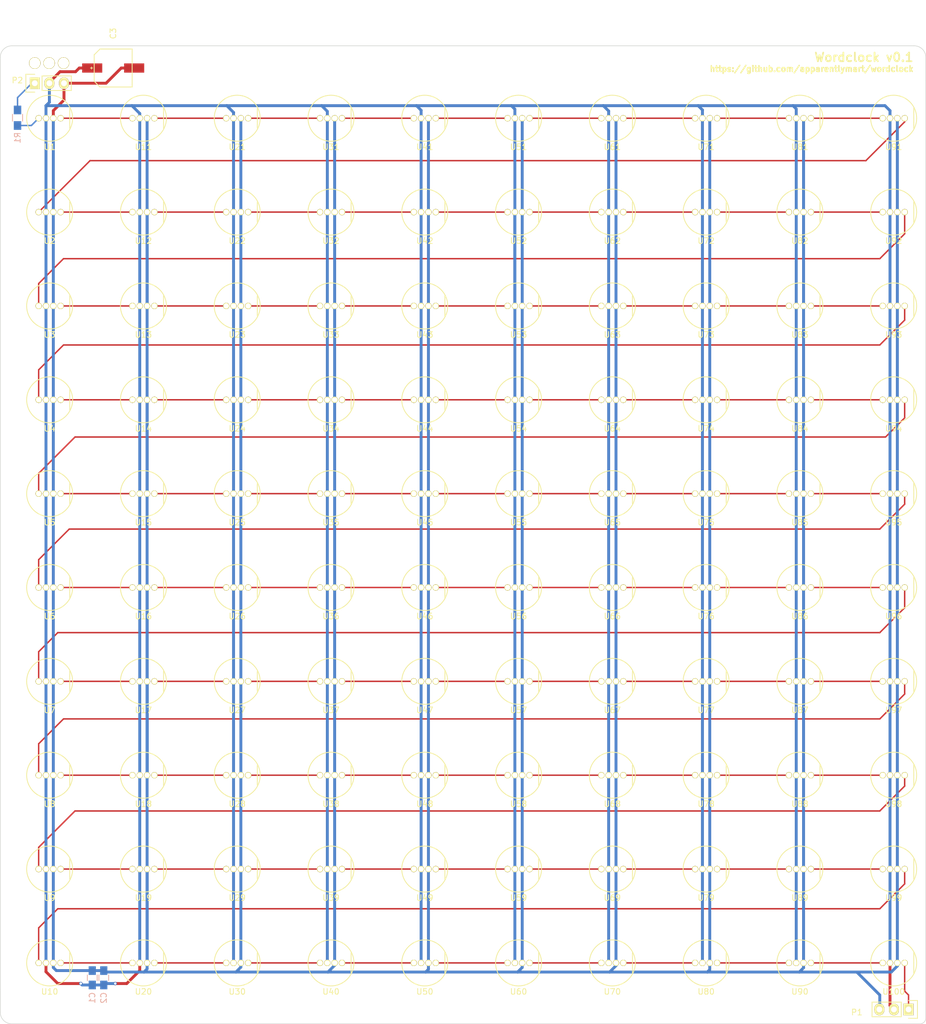
<source format=kicad_pcb>
(kicad_pcb (version 4) (host pcbnew 0.201509051501+6156~29~ubuntu15.04.1-product)

  (general
    (links 310)
    (no_connects 2)
    (area 10.949999 18.949999 172.050001 189.050001)
    (thickness 1.6)
    (drawings 12)
    (tracks 434)
    (zones 0)
    (modules 109)
    (nets 105)
  )

  (page A4)
  (layers
    (0 F.Cu signal)
    (31 B.Cu signal)
    (32 B.Adhes user)
    (33 F.Adhes user)
    (34 B.Paste user)
    (35 F.Paste user)
    (36 B.SilkS user)
    (37 F.SilkS user)
    (38 B.Mask user)
    (39 F.Mask user)
    (40 Dwgs.User user)
    (41 Cmts.User user)
    (42 Eco1.User user)
    (43 Eco2.User user)
    (44 Edge.Cuts user)
    (45 Margin user)
    (46 B.CrtYd user)
    (47 F.CrtYd user)
    (48 B.Fab user)
    (49 F.Fab user)
  )

  (setup
    (last_trace_width 0.25)
    (trace_clearance 0.2)
    (zone_clearance 0.508)
    (zone_45_only no)
    (trace_min 0.2)
    (segment_width 0.2)
    (edge_width 0.1)
    (via_size 0.6)
    (via_drill 0.4)
    (via_min_size 0.4)
    (via_min_drill 0.3)
    (uvia_size 0.3)
    (uvia_drill 0.1)
    (uvias_allowed no)
    (uvia_min_size 0.2)
    (uvia_min_drill 0.1)
    (pcb_text_width 0.3)
    (pcb_text_size 1.5 1.5)
    (mod_edge_width 0.15)
    (mod_text_size 1 1)
    (mod_text_width 0.15)
    (pad_size 1.5 1.5)
    (pad_drill 0.6)
    (pad_to_mask_clearance 0)
    (aux_axis_origin 0 0)
    (visible_elements FFFFFF7F)
    (pcbplotparams
      (layerselection 0x010fc_80000001)
      (usegerberextensions true)
      (excludeedgelayer true)
      (linewidth 0.100000)
      (plotframeref false)
      (viasonmask false)
      (mode 1)
      (useauxorigin false)
      (hpglpennumber 1)
      (hpglpenspeed 20)
      (hpglpendiameter 15)
      (hpglpenoverlay 2)
      (psnegative false)
      (psa4output false)
      (plotreference true)
      (plotvalue true)
      (plotinvisibletext false)
      (padsonsilk false)
      (subtractmaskfromsilk false)
      (outputformat 1)
      (mirror false)
      (drillshape 0)
      (scaleselection 1)
      (outputdirectory ""))
  )

  (net 0 "")
  (net 1 +5V)
  (net 2 GND)
  (net 3 DOUT)
  (net 4 DIN)
  (net 5 "Net-(R1-Pad1)")
  (net 6 "Net-(U1-Pad4)")
  (net 7 "Net-(U12-Pad1)")
  (net 8 "Net-(U2-Pad1)")
  (net 9 "Net-(U13-Pad1)")
  (net 10 "Net-(U3-Pad1)")
  (net 11 "Net-(U14-Pad1)")
  (net 12 "Net-(U4-Pad1)")
  (net 13 "Net-(U15-Pad1)")
  (net 14 "Net-(U5-Pad1)")
  (net 15 "Net-(U16-Pad1)")
  (net 16 "Net-(U6-Pad1)")
  (net 17 "Net-(U17-Pad1)")
  (net 18 "Net-(U7-Pad1)")
  (net 19 "Net-(U18-Pad1)")
  (net 20 "Net-(U8-Pad1)")
  (net 21 "Net-(U19-Pad1)")
  (net 22 "Net-(U9-Pad1)")
  (net 23 "Net-(U10-Pad4)")
  (net 24 "Net-(U10-Pad1)")
  (net 25 "Net-(U11-Pad4)")
  (net 26 "Net-(U12-Pad4)")
  (net 27 "Net-(U13-Pad4)")
  (net 28 "Net-(U14-Pad4)")
  (net 29 "Net-(U15-Pad4)")
  (net 30 "Net-(U16-Pad4)")
  (net 31 "Net-(U17-Pad4)")
  (net 32 "Net-(U18-Pad4)")
  (net 33 "Net-(U19-Pad4)")
  (net 34 "Net-(U20-Pad4)")
  (net 35 "Net-(U21-Pad4)")
  (net 36 "Net-(U22-Pad4)")
  (net 37 "Net-(U23-Pad4)")
  (net 38 "Net-(U24-Pad4)")
  (net 39 "Net-(U25-Pad4)")
  (net 40 "Net-(U26-Pad4)")
  (net 41 "Net-(U27-Pad4)")
  (net 42 "Net-(U28-Pad4)")
  (net 43 "Net-(U29-Pad4)")
  (net 44 "Net-(U30-Pad4)")
  (net 45 "Net-(U31-Pad4)")
  (net 46 "Net-(U32-Pad4)")
  (net 47 "Net-(U33-Pad4)")
  (net 48 "Net-(U34-Pad4)")
  (net 49 "Net-(U35-Pad4)")
  (net 50 "Net-(U36-Pad4)")
  (net 51 "Net-(U37-Pad4)")
  (net 52 "Net-(U38-Pad4)")
  (net 53 "Net-(U39-Pad4)")
  (net 54 "Net-(U40-Pad4)")
  (net 55 "Net-(U41-Pad4)")
  (net 56 "Net-(U42-Pad4)")
  (net 57 "Net-(U43-Pad4)")
  (net 58 "Net-(U44-Pad4)")
  (net 59 "Net-(U45-Pad4)")
  (net 60 "Net-(U46-Pad4)")
  (net 61 "Net-(U47-Pad4)")
  (net 62 "Net-(U48-Pad4)")
  (net 63 "Net-(U49-Pad4)")
  (net 64 "Net-(U50-Pad4)")
  (net 65 "Net-(U51-Pad4)")
  (net 66 "Net-(U52-Pad4)")
  (net 67 "Net-(U53-Pad4)")
  (net 68 "Net-(U54-Pad4)")
  (net 69 "Net-(U55-Pad4)")
  (net 70 "Net-(U56-Pad4)")
  (net 71 "Net-(U57-Pad4)")
  (net 72 "Net-(U58-Pad4)")
  (net 73 "Net-(U59-Pad4)")
  (net 74 "Net-(U60-Pad4)")
  (net 75 "Net-(U61-Pad4)")
  (net 76 "Net-(U62-Pad4)")
  (net 77 "Net-(U63-Pad4)")
  (net 78 "Net-(U64-Pad4)")
  (net 79 "Net-(U65-Pad4)")
  (net 80 "Net-(U66-Pad4)")
  (net 81 "Net-(U67-Pad4)")
  (net 82 "Net-(U68-Pad4)")
  (net 83 "Net-(U69-Pad4)")
  (net 84 "Net-(U70-Pad4)")
  (net 85 "Net-(U71-Pad4)")
  (net 86 "Net-(U72-Pad4)")
  (net 87 "Net-(U73-Pad4)")
  (net 88 "Net-(U74-Pad4)")
  (net 89 "Net-(U75-Pad4)")
  (net 90 "Net-(U76-Pad4)")
  (net 91 "Net-(U77-Pad4)")
  (net 92 "Net-(U78-Pad4)")
  (net 93 "Net-(U79-Pad4)")
  (net 94 "Net-(U80-Pad4)")
  (net 95 "Net-(U81-Pad4)")
  (net 96 "Net-(U82-Pad4)")
  (net 97 "Net-(U83-Pad4)")
  (net 98 "Net-(U84-Pad4)")
  (net 99 "Net-(U85-Pad4)")
  (net 100 "Net-(U86-Pad4)")
  (net 101 "Net-(U87-Pad4)")
  (net 102 "Net-(U88-Pad4)")
  (net 103 "Net-(U89-Pad4)")
  (net 104 "Net-(U100-Pad1)")

  (net_class Default "This is the default net class."
    (clearance 0.2)
    (trace_width 0.25)
    (via_dia 0.6)
    (via_drill 0.4)
    (uvia_dia 0.3)
    (uvia_drill 0.1)
    (add_net DIN)
    (add_net DOUT)
    (add_net "Net-(R1-Pad1)")
    (add_net "Net-(U1-Pad4)")
    (add_net "Net-(U10-Pad1)")
    (add_net "Net-(U10-Pad4)")
    (add_net "Net-(U100-Pad1)")
    (add_net "Net-(U11-Pad4)")
    (add_net "Net-(U12-Pad1)")
    (add_net "Net-(U12-Pad4)")
    (add_net "Net-(U13-Pad1)")
    (add_net "Net-(U13-Pad4)")
    (add_net "Net-(U14-Pad1)")
    (add_net "Net-(U14-Pad4)")
    (add_net "Net-(U15-Pad1)")
    (add_net "Net-(U15-Pad4)")
    (add_net "Net-(U16-Pad1)")
    (add_net "Net-(U16-Pad4)")
    (add_net "Net-(U17-Pad1)")
    (add_net "Net-(U17-Pad4)")
    (add_net "Net-(U18-Pad1)")
    (add_net "Net-(U18-Pad4)")
    (add_net "Net-(U19-Pad1)")
    (add_net "Net-(U19-Pad4)")
    (add_net "Net-(U2-Pad1)")
    (add_net "Net-(U20-Pad4)")
    (add_net "Net-(U21-Pad4)")
    (add_net "Net-(U22-Pad4)")
    (add_net "Net-(U23-Pad4)")
    (add_net "Net-(U24-Pad4)")
    (add_net "Net-(U25-Pad4)")
    (add_net "Net-(U26-Pad4)")
    (add_net "Net-(U27-Pad4)")
    (add_net "Net-(U28-Pad4)")
    (add_net "Net-(U29-Pad4)")
    (add_net "Net-(U3-Pad1)")
    (add_net "Net-(U30-Pad4)")
    (add_net "Net-(U31-Pad4)")
    (add_net "Net-(U32-Pad4)")
    (add_net "Net-(U33-Pad4)")
    (add_net "Net-(U34-Pad4)")
    (add_net "Net-(U35-Pad4)")
    (add_net "Net-(U36-Pad4)")
    (add_net "Net-(U37-Pad4)")
    (add_net "Net-(U38-Pad4)")
    (add_net "Net-(U39-Pad4)")
    (add_net "Net-(U4-Pad1)")
    (add_net "Net-(U40-Pad4)")
    (add_net "Net-(U41-Pad4)")
    (add_net "Net-(U42-Pad4)")
    (add_net "Net-(U43-Pad4)")
    (add_net "Net-(U44-Pad4)")
    (add_net "Net-(U45-Pad4)")
    (add_net "Net-(U46-Pad4)")
    (add_net "Net-(U47-Pad4)")
    (add_net "Net-(U48-Pad4)")
    (add_net "Net-(U49-Pad4)")
    (add_net "Net-(U5-Pad1)")
    (add_net "Net-(U50-Pad4)")
    (add_net "Net-(U51-Pad4)")
    (add_net "Net-(U52-Pad4)")
    (add_net "Net-(U53-Pad4)")
    (add_net "Net-(U54-Pad4)")
    (add_net "Net-(U55-Pad4)")
    (add_net "Net-(U56-Pad4)")
    (add_net "Net-(U57-Pad4)")
    (add_net "Net-(U58-Pad4)")
    (add_net "Net-(U59-Pad4)")
    (add_net "Net-(U6-Pad1)")
    (add_net "Net-(U60-Pad4)")
    (add_net "Net-(U61-Pad4)")
    (add_net "Net-(U62-Pad4)")
    (add_net "Net-(U63-Pad4)")
    (add_net "Net-(U64-Pad4)")
    (add_net "Net-(U65-Pad4)")
    (add_net "Net-(U66-Pad4)")
    (add_net "Net-(U67-Pad4)")
    (add_net "Net-(U68-Pad4)")
    (add_net "Net-(U69-Pad4)")
    (add_net "Net-(U7-Pad1)")
    (add_net "Net-(U70-Pad4)")
    (add_net "Net-(U71-Pad4)")
    (add_net "Net-(U72-Pad4)")
    (add_net "Net-(U73-Pad4)")
    (add_net "Net-(U74-Pad4)")
    (add_net "Net-(U75-Pad4)")
    (add_net "Net-(U76-Pad4)")
    (add_net "Net-(U77-Pad4)")
    (add_net "Net-(U78-Pad4)")
    (add_net "Net-(U79-Pad4)")
    (add_net "Net-(U8-Pad1)")
    (add_net "Net-(U80-Pad4)")
    (add_net "Net-(U81-Pad4)")
    (add_net "Net-(U82-Pad4)")
    (add_net "Net-(U83-Pad4)")
    (add_net "Net-(U84-Pad4)")
    (add_net "Net-(U85-Pad4)")
    (add_net "Net-(U86-Pad4)")
    (add_net "Net-(U87-Pad4)")
    (add_net "Net-(U88-Pad4)")
    (add_net "Net-(U89-Pad4)")
    (add_net "Net-(U9-Pad1)")
  )

  (net_class Power ""
    (clearance 0.25)
    (trace_width 0.5)
    (via_dia 0.6)
    (via_drill 0.4)
    (uvia_dia 0.3)
    (uvia_drill 0.1)
    (add_net +5V)
    (add_net GND)
  )

  (module Capacitors_SMD:C_0805_HandSoldering (layer B.Cu) (tedit 5599DB68) (tstamp 5599CF95)
    (at 27 181 90)
    (descr "Capacitor SMD 0805, hand soldering")
    (tags "capacitor 0805")
    (path /55A063B9)
    (attr smd)
    (fp_text reference C1 (at -3.5 0 90) (layer B.SilkS)
      (effects (font (size 1 1) (thickness 0.15)) (justify mirror))
    )
    (fp_text value 0.1u (at 4 0 90) (layer B.Fab)
      (effects (font (size 1 1) (thickness 0.15)) (justify mirror))
    )
    (fp_line (start -2.3 1) (end 2.3 1) (layer B.CrtYd) (width 0.05))
    (fp_line (start -2.3 -1) (end 2.3 -1) (layer B.CrtYd) (width 0.05))
    (fp_line (start -2.3 1) (end -2.3 -1) (layer B.CrtYd) (width 0.05))
    (fp_line (start 2.3 1) (end 2.3 -1) (layer B.CrtYd) (width 0.05))
    (fp_line (start 0.5 0.85) (end -0.5 0.85) (layer B.SilkS) (width 0.15))
    (fp_line (start -0.5 -0.85) (end 0.5 -0.85) (layer B.SilkS) (width 0.15))
    (pad 1 smd rect (at -1.25 0 90) (size 1.5 1.25) (layers B.Cu B.Paste B.Mask)
      (net 1 +5V))
    (pad 2 smd rect (at 1.25 0 90) (size 1.5 1.25) (layers B.Cu B.Paste B.Mask)
      (net 2 GND))
    (model Capacitors_SMD.3dshapes/C_0805_HandSoldering.wrl
      (at (xyz 0 0 0))
      (scale (xyz 1 1 1))
      (rotate (xyz 0 0 0))
    )
  )

  (module Capacitors_SMD:C_0805_HandSoldering (layer B.Cu) (tedit 5599DB99) (tstamp 5599CF9B)
    (at 29 181 90)
    (descr "Capacitor SMD 0805, hand soldering")
    (tags "capacitor 0805")
    (path /55A07837)
    (attr smd)
    (fp_text reference C2 (at -3.5 0 90) (layer B.SilkS)
      (effects (font (size 1 1) (thickness 0.15)) (justify mirror))
    )
    (fp_text value 0.1u (at 4 0 90) (layer B.Fab)
      (effects (font (size 1 1) (thickness 0.15)) (justify mirror))
    )
    (fp_line (start -2.3 1) (end 2.3 1) (layer B.CrtYd) (width 0.05))
    (fp_line (start -2.3 -1) (end 2.3 -1) (layer B.CrtYd) (width 0.05))
    (fp_line (start -2.3 1) (end -2.3 -1) (layer B.CrtYd) (width 0.05))
    (fp_line (start 2.3 1) (end 2.3 -1) (layer B.CrtYd) (width 0.05))
    (fp_line (start 0.5 0.85) (end -0.5 0.85) (layer B.SilkS) (width 0.15))
    (fp_line (start -0.5 -0.85) (end 0.5 -0.85) (layer B.SilkS) (width 0.15))
    (pad 1 smd rect (at -1.25 0 90) (size 1.5 1.25) (layers B.Cu B.Paste B.Mask)
      (net 1 +5V))
    (pad 2 smd rect (at 1.25 0 90) (size 1.5 1.25) (layers B.Cu B.Paste B.Mask)
      (net 2 GND))
    (model Capacitors_SMD.3dshapes/C_0805_HandSoldering.wrl
      (at (xyz 0 0 0))
      (scale (xyz 1 1 1))
      (rotate (xyz 0 0 0))
    )
  )

  (module Pin_Headers:Pin_Header_Straight_1x03 (layer F.Cu) (tedit 5599DBA7) (tstamp 5599CFA2)
    (at 169 186.5 270)
    (descr "Through hole pin header")
    (tags "pin header")
    (path /55A00D4E)
    (fp_text reference P1 (at 0.5 9 360) (layer F.SilkS)
      (effects (font (size 1 1) (thickness 0.15)))
    )
    (fp_text value CONN_01X03 (at -1 12.5 360) (layer F.Fab)
      (effects (font (size 1 1) (thickness 0.15)))
    )
    (fp_line (start -1.75 -1.75) (end -1.75 6.85) (layer F.CrtYd) (width 0.05))
    (fp_line (start 1.75 -1.75) (end 1.75 6.85) (layer F.CrtYd) (width 0.05))
    (fp_line (start -1.75 -1.75) (end 1.75 -1.75) (layer F.CrtYd) (width 0.05))
    (fp_line (start -1.75 6.85) (end 1.75 6.85) (layer F.CrtYd) (width 0.05))
    (fp_line (start -1.27 1.27) (end -1.27 6.35) (layer F.SilkS) (width 0.15))
    (fp_line (start -1.27 6.35) (end 1.27 6.35) (layer F.SilkS) (width 0.15))
    (fp_line (start 1.27 6.35) (end 1.27 1.27) (layer F.SilkS) (width 0.15))
    (fp_line (start 1.55 -1.55) (end 1.55 0) (layer F.SilkS) (width 0.15))
    (fp_line (start 1.27 1.27) (end -1.27 1.27) (layer F.SilkS) (width 0.15))
    (fp_line (start -1.55 0) (end -1.55 -1.55) (layer F.SilkS) (width 0.15))
    (fp_line (start -1.55 -1.55) (end 1.55 -1.55) (layer F.SilkS) (width 0.15))
    (pad 1 thru_hole rect (at 0 0 270) (size 2.032 1.7272) (drill 1.016) (layers *.Cu *.Mask F.SilkS)
      (net 3 DOUT))
    (pad 2 thru_hole oval (at 0 2.54 270) (size 2.032 1.7272) (drill 1.016) (layers *.Cu *.Mask F.SilkS)
      (net 1 +5V))
    (pad 3 thru_hole oval (at 0 5.08 270) (size 2.032 1.7272) (drill 1.016) (layers *.Cu *.Mask F.SilkS)
      (net 2 GND))
    (model Pin_Headers.3dshapes/Pin_Header_Straight_1x03.wrl
      (at (xyz 0 -0.1 0))
      (scale (xyz 1 1 1))
      (rotate (xyz 0 0 90))
    )
  )

  (module Pin_Headers:Pin_Header_Straight_1x03 (layer F.Cu) (tedit 5599DBAE) (tstamp 5599CFA9)
    (at 17 25.5 90)
    (descr "Through hole pin header")
    (tags "pin header")
    (path /55A09C26)
    (fp_text reference P2 (at 0.5 -3.03 360) (layer F.SilkS)
      (effects (font (size 1 1) (thickness 0.15)))
    )
    (fp_text value CONN_01X03 (at 5.18 0.78 180) (layer F.Fab)
      (effects (font (size 1 1) (thickness 0.15)))
    )
    (fp_line (start -1.75 -1.75) (end -1.75 6.85) (layer F.CrtYd) (width 0.05))
    (fp_line (start 1.75 -1.75) (end 1.75 6.85) (layer F.CrtYd) (width 0.05))
    (fp_line (start -1.75 -1.75) (end 1.75 -1.75) (layer F.CrtYd) (width 0.05))
    (fp_line (start -1.75 6.85) (end 1.75 6.85) (layer F.CrtYd) (width 0.05))
    (fp_line (start -1.27 1.27) (end -1.27 6.35) (layer F.SilkS) (width 0.15))
    (fp_line (start -1.27 6.35) (end 1.27 6.35) (layer F.SilkS) (width 0.15))
    (fp_line (start 1.27 6.35) (end 1.27 1.27) (layer F.SilkS) (width 0.15))
    (fp_line (start 1.55 -1.55) (end 1.55 0) (layer F.SilkS) (width 0.15))
    (fp_line (start 1.27 1.27) (end -1.27 1.27) (layer F.SilkS) (width 0.15))
    (fp_line (start -1.55 0) (end -1.55 -1.55) (layer F.SilkS) (width 0.15))
    (fp_line (start -1.55 -1.55) (end 1.55 -1.55) (layer F.SilkS) (width 0.15))
    (pad 1 thru_hole rect (at 0 0 90) (size 2.032 1.7272) (drill 1.016) (layers *.Cu *.Mask F.SilkS)
      (net 4 DIN))
    (pad 2 thru_hole oval (at 0 2.54 90) (size 2.032 1.7272) (drill 1.016) (layers *.Cu *.Mask F.SilkS)
      (net 1 +5V))
    (pad 3 thru_hole oval (at 0 5.08 90) (size 2.032 1.7272) (drill 1.016) (layers *.Cu *.Mask F.SilkS)
      (net 2 GND))
    (model Pin_Headers.3dshapes/Pin_Header_Straight_1x03.wrl
      (at (xyz 0 -0.1 0))
      (scale (xyz 1 1 1))
      (rotate (xyz 0 0 90))
    )
  )

  (module Resistors_SMD:R_0805_HandSoldering (layer B.Cu) (tedit 5599DB91) (tstamp 5599CFAF)
    (at 14 31.5 90)
    (descr "Resistor SMD 0805, hand soldering")
    (tags "resistor 0805")
    (path /55A0BA33)
    (attr smd)
    (fp_text reference R1 (at -3.5 0 90) (layer B.SilkS)
      (effects (font (size 1 1) (thickness 0.15)) (justify mirror))
    )
    (fp_text value 300 (at 0 -2.1 90) (layer B.Fab)
      (effects (font (size 1 1) (thickness 0.15)) (justify mirror))
    )
    (fp_line (start -2.4 1) (end 2.4 1) (layer B.CrtYd) (width 0.05))
    (fp_line (start -2.4 -1) (end 2.4 -1) (layer B.CrtYd) (width 0.05))
    (fp_line (start -2.4 1) (end -2.4 -1) (layer B.CrtYd) (width 0.05))
    (fp_line (start 2.4 1) (end 2.4 -1) (layer B.CrtYd) (width 0.05))
    (fp_line (start 0.6 -0.875) (end -0.6 -0.875) (layer B.SilkS) (width 0.15))
    (fp_line (start -0.6 0.875) (end 0.6 0.875) (layer B.SilkS) (width 0.15))
    (pad 1 smd rect (at -1.35 0 90) (size 1.5 1.3) (layers B.Cu B.Paste B.Mask)
      (net 5 "Net-(R1-Pad1)"))
    (pad 2 smd rect (at 1.35 0 90) (size 1.5 1.3) (layers B.Cu B.Paste B.Mask)
      (net 4 DIN))
    (model Resistors_SMD.3dshapes/R_0805_HandSoldering.wrl
      (at (xyz 0 0 0))
      (scale (xyz 1 1 1))
      (rotate (xyz 0 0 0))
    )
  )

  (module ledboard2:STRAINHOLE (layer F.Cu) (tedit 5599E41A) (tstamp 5599E51C)
    (at 17 22)
    (fp_text reference REF** (at 0 2.54) (layer Cmts.User) hide
      (effects (font (size 1 1) (thickness 0.15)))
    )
    (fp_text value STRAINHOLE (at 0 -2.54) (layer Cmts.User) hide
      (effects (font (size 1 1) (thickness 0.15)))
    )
    (pad 1 thru_hole circle (at 0 0) (size 2 2) (drill 1.8) (layers *.Cu *.Mask F.SilkS))
  )

  (module ledboard2:STRAINHOLE (layer F.Cu) (tedit 5599E41A) (tstamp 5599E558)
    (at 19.5 22)
    (fp_text reference REF** (at 0 2.54) (layer Cmts.User) hide
      (effects (font (size 1 1) (thickness 0.15)))
    )
    (fp_text value STRAINHOLE (at 0 -2.54) (layer Cmts.User) hide
      (effects (font (size 1 1) (thickness 0.15)))
    )
    (pad 1 thru_hole circle (at 0 0) (size 2 2) (drill 1.8) (layers *.Cu *.Mask F.SilkS))
  )

  (module ledboard2:STRAINHOLE (layer F.Cu) (tedit 5599E41A) (tstamp 5599E561)
    (at 22 22)
    (fp_text reference REF** (at 0 2.54) (layer Cmts.User) hide
      (effects (font (size 1 1) (thickness 0.15)))
    )
    (fp_text value STRAINHOLE (at 0 -2.54) (layer Cmts.User) hide
      (effects (font (size 1 1) (thickness 0.15)))
    )
    (pad 1 thru_hole circle (at 0 0) (size 2 2) (drill 1.8) (layers *.Cu *.Mask F.SilkS))
  )

  (module ledboard2:CPOL_SMD_6.3mm (layer F.Cu) (tedit 55EE0A83) (tstamp 55EE0D05)
    (at 30.64 22.86 90)
    (path /55EE1E42)
    (fp_text reference C3 (at 6 0 90) (layer F.SilkS)
      (effects (font (size 1 1) (thickness 0.15)))
    )
    (fp_text value CP (at 10.7 1.4 90) (layer F.Fab)
      (effects (font (size 1 1) (thickness 0.15)))
    )
    (fp_text user + (at 0 -3.8 90) (layer F.SilkS)
      (effects (font (size 0.5 0.5) (thickness 0.125)))
    )
    (fp_line (start -3.3 -2.3) (end -3.3 3.3) (layer F.SilkS) (width 0.15))
    (fp_line (start -2.3 -3.3) (end -3.3 -2.3) (layer F.SilkS) (width 0.15))
    (fp_line (start 2.3 -3.3) (end -2.3 -3.3) (layer F.SilkS) (width 0.15))
    (fp_line (start 3.3 -2.3) (end 2.3 -3.3) (layer F.SilkS) (width 0.15))
    (fp_line (start 3.3 3.3) (end 3.3 -2.3) (layer F.SilkS) (width 0.15))
    (fp_line (start -3.3 3.3) (end 3.3 3.3) (layer F.SilkS) (width 0.15))
    (pad 1 smd rect (at 0 -3.65 90) (size 1.6 3.5) (layers F.Cu F.Paste F.Mask)
      (net 1 +5V))
    (pad 2 smd rect (at 0 3.65 90) (size 1.6 3.5) (layers F.Cu F.Paste F.Mask)
      (net 2 GND))
  )

  (module ledboard2:NEOPIXEL_8MM (layer F.Cu) (tedit 55EE0CD3) (tstamp 5599CFB9)
    (at 19.587 31.587)
    (path /5599C92E)
    (fp_text reference U1 (at 0 5) (layer F.SilkS)
      (effects (font (size 1 1) (thickness 0.15)))
    )
    (fp_text value NEOPIXEL (at 0 -5.08) (layer F.Fab)
      (effects (font (size 1 1) (thickness 0.15)))
    )
    (fp_circle (center 0 0) (end 0 -4) (layer F.SilkS) (width 0.15))
    (fp_line (start 3.5 -1.75) (end 3.5 1.75) (layer F.SilkS) (width 0.15))
    (pad 2 thru_hole circle (at -0.6375 0) (size 1.1 1.1) (drill 0.8) (layers *.Cu *.Mask F.SilkS)
      (net 1 +5V))
    (pad 3 thru_hole circle (at 0.6375 0) (size 1.1 1.1) (drill 0.8) (layers *.Cu *.Mask F.SilkS)
      (net 2 GND))
    (pad 4 thru_hole circle (at 1.9125 0) (size 1.1 1.1) (drill 0.8) (layers *.Cu *.Mask F.SilkS)
      (net 6 "Net-(U1-Pad4)"))
    (pad 1 thru_hole circle (at -1.9125 0) (size 1.1 1.1) (drill 0.8) (layers *.Cu *.Mask F.SilkS)
      (net 5 "Net-(R1-Pad1)"))
  )

  (module ledboard2:NEOPIXEL_8MM (layer F.Cu) (tedit 55EE0CD3) (tstamp 5599CFC3)
    (at 19.587 47.901)
    (path /5599D300)
    (fp_text reference U2 (at 0 5) (layer F.SilkS)
      (effects (font (size 1 1) (thickness 0.15)))
    )
    (fp_text value NEOPIXEL (at 0 -5.08) (layer F.Fab)
      (effects (font (size 1 1) (thickness 0.15)))
    )
    (fp_circle (center 0 0) (end 0 -4) (layer F.SilkS) (width 0.15))
    (fp_line (start 3.5 -1.75) (end 3.5 1.75) (layer F.SilkS) (width 0.15))
    (pad 2 thru_hole circle (at -0.6375 0) (size 1.1 1.1) (drill 0.8) (layers *.Cu *.Mask F.SilkS)
      (net 1 +5V))
    (pad 3 thru_hole circle (at 0.6375 0) (size 1.1 1.1) (drill 0.8) (layers *.Cu *.Mask F.SilkS)
      (net 2 GND))
    (pad 4 thru_hole circle (at 1.9125 0) (size 1.1 1.1) (drill 0.8) (layers *.Cu *.Mask F.SilkS)
      (net 7 "Net-(U12-Pad1)"))
    (pad 1 thru_hole circle (at -1.9125 0) (size 1.1 1.1) (drill 0.8) (layers *.Cu *.Mask F.SilkS)
      (net 8 "Net-(U2-Pad1)"))
  )

  (module ledboard2:NEOPIXEL_8MM (layer F.Cu) (tedit 55EE0CD3) (tstamp 5599CFCD)
    (at 19.587 64.215)
    (path /5599D6F2)
    (fp_text reference U3 (at 0 5) (layer F.SilkS)
      (effects (font (size 1 1) (thickness 0.15)))
    )
    (fp_text value NEOPIXEL (at 0 -5.08) (layer F.Fab)
      (effects (font (size 1 1) (thickness 0.15)))
    )
    (fp_circle (center 0 0) (end 0 -4) (layer F.SilkS) (width 0.15))
    (fp_line (start 3.5 -1.75) (end 3.5 1.75) (layer F.SilkS) (width 0.15))
    (pad 2 thru_hole circle (at -0.6375 0) (size 1.1 1.1) (drill 0.8) (layers *.Cu *.Mask F.SilkS)
      (net 1 +5V))
    (pad 3 thru_hole circle (at 0.6375 0) (size 1.1 1.1) (drill 0.8) (layers *.Cu *.Mask F.SilkS)
      (net 2 GND))
    (pad 4 thru_hole circle (at 1.9125 0) (size 1.1 1.1) (drill 0.8) (layers *.Cu *.Mask F.SilkS)
      (net 9 "Net-(U13-Pad1)"))
    (pad 1 thru_hole circle (at -1.9125 0) (size 1.1 1.1) (drill 0.8) (layers *.Cu *.Mask F.SilkS)
      (net 10 "Net-(U3-Pad1)"))
  )

  (module ledboard2:NEOPIXEL_8MM (layer F.Cu) (tedit 55EE0CD3) (tstamp 5599CFD7)
    (at 19.587 80.529)
    (path /5599D8BE)
    (fp_text reference U4 (at 0 5) (layer F.SilkS)
      (effects (font (size 1 1) (thickness 0.15)))
    )
    (fp_text value NEOPIXEL (at 0 -5.08) (layer F.Fab)
      (effects (font (size 1 1) (thickness 0.15)))
    )
    (fp_circle (center 0 0) (end 0 -4) (layer F.SilkS) (width 0.15))
    (fp_line (start 3.5 -1.75) (end 3.5 1.75) (layer F.SilkS) (width 0.15))
    (pad 2 thru_hole circle (at -0.6375 0) (size 1.1 1.1) (drill 0.8) (layers *.Cu *.Mask F.SilkS)
      (net 1 +5V))
    (pad 3 thru_hole circle (at 0.6375 0) (size 1.1 1.1) (drill 0.8) (layers *.Cu *.Mask F.SilkS)
      (net 2 GND))
    (pad 4 thru_hole circle (at 1.9125 0) (size 1.1 1.1) (drill 0.8) (layers *.Cu *.Mask F.SilkS)
      (net 11 "Net-(U14-Pad1)"))
    (pad 1 thru_hole circle (at -1.9125 0) (size 1.1 1.1) (drill 0.8) (layers *.Cu *.Mask F.SilkS)
      (net 12 "Net-(U4-Pad1)"))
  )

  (module ledboard2:NEOPIXEL_8MM (layer F.Cu) (tedit 55EE0CD3) (tstamp 5599CFE1)
    (at 19.587 96.843)
    (path /5599DD14)
    (fp_text reference U5 (at 0 5) (layer F.SilkS)
      (effects (font (size 1 1) (thickness 0.15)))
    )
    (fp_text value NEOPIXEL (at 0 -5.08) (layer F.Fab)
      (effects (font (size 1 1) (thickness 0.15)))
    )
    (fp_circle (center 0 0) (end 0 -4) (layer F.SilkS) (width 0.15))
    (fp_line (start 3.5 -1.75) (end 3.5 1.75) (layer F.SilkS) (width 0.15))
    (pad 2 thru_hole circle (at -0.6375 0) (size 1.1 1.1) (drill 0.8) (layers *.Cu *.Mask F.SilkS)
      (net 1 +5V))
    (pad 3 thru_hole circle (at 0.6375 0) (size 1.1 1.1) (drill 0.8) (layers *.Cu *.Mask F.SilkS)
      (net 2 GND))
    (pad 4 thru_hole circle (at 1.9125 0) (size 1.1 1.1) (drill 0.8) (layers *.Cu *.Mask F.SilkS)
      (net 13 "Net-(U15-Pad1)"))
    (pad 1 thru_hole circle (at -1.9125 0) (size 1.1 1.1) (drill 0.8) (layers *.Cu *.Mask F.SilkS)
      (net 14 "Net-(U5-Pad1)"))
  )

  (module ledboard2:NEOPIXEL_8MM (layer F.Cu) (tedit 55EE0CD3) (tstamp 5599CFEB)
    (at 19.587 113.157)
    (path /5599F236)
    (fp_text reference U6 (at 0 5) (layer F.SilkS)
      (effects (font (size 1 1) (thickness 0.15)))
    )
    (fp_text value NEOPIXEL (at 0 -5.08) (layer F.Fab)
      (effects (font (size 1 1) (thickness 0.15)))
    )
    (fp_circle (center 0 0) (end 0 -4) (layer F.SilkS) (width 0.15))
    (fp_line (start 3.5 -1.75) (end 3.5 1.75) (layer F.SilkS) (width 0.15))
    (pad 2 thru_hole circle (at -0.6375 0) (size 1.1 1.1) (drill 0.8) (layers *.Cu *.Mask F.SilkS)
      (net 1 +5V))
    (pad 3 thru_hole circle (at 0.6375 0) (size 1.1 1.1) (drill 0.8) (layers *.Cu *.Mask F.SilkS)
      (net 2 GND))
    (pad 4 thru_hole circle (at 1.9125 0) (size 1.1 1.1) (drill 0.8) (layers *.Cu *.Mask F.SilkS)
      (net 15 "Net-(U16-Pad1)"))
    (pad 1 thru_hole circle (at -1.9125 0) (size 1.1 1.1) (drill 0.8) (layers *.Cu *.Mask F.SilkS)
      (net 16 "Net-(U6-Pad1)"))
  )

  (module ledboard2:NEOPIXEL_8MM (layer F.Cu) (tedit 55EE0CD3) (tstamp 5599CFF5)
    (at 19.587 129.471)
    (path /5599F272)
    (fp_text reference U7 (at 0 5) (layer F.SilkS)
      (effects (font (size 1 1) (thickness 0.15)))
    )
    (fp_text value NEOPIXEL (at 0 -5.08) (layer F.Fab)
      (effects (font (size 1 1) (thickness 0.15)))
    )
    (fp_circle (center 0 0) (end 0 -4) (layer F.SilkS) (width 0.15))
    (fp_line (start 3.5 -1.75) (end 3.5 1.75) (layer F.SilkS) (width 0.15))
    (pad 2 thru_hole circle (at -0.6375 0) (size 1.1 1.1) (drill 0.8) (layers *.Cu *.Mask F.SilkS)
      (net 1 +5V))
    (pad 3 thru_hole circle (at 0.6375 0) (size 1.1 1.1) (drill 0.8) (layers *.Cu *.Mask F.SilkS)
      (net 2 GND))
    (pad 4 thru_hole circle (at 1.9125 0) (size 1.1 1.1) (drill 0.8) (layers *.Cu *.Mask F.SilkS)
      (net 17 "Net-(U17-Pad1)"))
    (pad 1 thru_hole circle (at -1.9125 0) (size 1.1 1.1) (drill 0.8) (layers *.Cu *.Mask F.SilkS)
      (net 18 "Net-(U7-Pad1)"))
  )

  (module ledboard2:NEOPIXEL_8MM (layer F.Cu) (tedit 55EE0CD3) (tstamp 5599CFFF)
    (at 19.587 145.785)
    (path /5599F2AE)
    (fp_text reference U8 (at 0 5) (layer F.SilkS)
      (effects (font (size 1 1) (thickness 0.15)))
    )
    (fp_text value NEOPIXEL (at 0 -5.08) (layer F.Fab)
      (effects (font (size 1 1) (thickness 0.15)))
    )
    (fp_circle (center 0 0) (end 0 -4) (layer F.SilkS) (width 0.15))
    (fp_line (start 3.5 -1.75) (end 3.5 1.75) (layer F.SilkS) (width 0.15))
    (pad 2 thru_hole circle (at -0.6375 0) (size 1.1 1.1) (drill 0.8) (layers *.Cu *.Mask F.SilkS)
      (net 1 +5V))
    (pad 3 thru_hole circle (at 0.6375 0) (size 1.1 1.1) (drill 0.8) (layers *.Cu *.Mask F.SilkS)
      (net 2 GND))
    (pad 4 thru_hole circle (at 1.9125 0) (size 1.1 1.1) (drill 0.8) (layers *.Cu *.Mask F.SilkS)
      (net 19 "Net-(U18-Pad1)"))
    (pad 1 thru_hole circle (at -1.9125 0) (size 1.1 1.1) (drill 0.8) (layers *.Cu *.Mask F.SilkS)
      (net 20 "Net-(U8-Pad1)"))
  )

  (module ledboard2:NEOPIXEL_8MM (layer F.Cu) (tedit 55EE0CD3) (tstamp 5599D009)
    (at 19.587 162.099)
    (path /5599F2EA)
    (fp_text reference U9 (at 0 5) (layer F.SilkS)
      (effects (font (size 1 1) (thickness 0.15)))
    )
    (fp_text value NEOPIXEL (at 0 -5.08) (layer F.Fab)
      (effects (font (size 1 1) (thickness 0.15)))
    )
    (fp_circle (center 0 0) (end 0 -4) (layer F.SilkS) (width 0.15))
    (fp_line (start 3.5 -1.75) (end 3.5 1.75) (layer F.SilkS) (width 0.15))
    (pad 2 thru_hole circle (at -0.6375 0) (size 1.1 1.1) (drill 0.8) (layers *.Cu *.Mask F.SilkS)
      (net 1 +5V))
    (pad 3 thru_hole circle (at 0.6375 0) (size 1.1 1.1) (drill 0.8) (layers *.Cu *.Mask F.SilkS)
      (net 2 GND))
    (pad 4 thru_hole circle (at 1.9125 0) (size 1.1 1.1) (drill 0.8) (layers *.Cu *.Mask F.SilkS)
      (net 21 "Net-(U19-Pad1)"))
    (pad 1 thru_hole circle (at -1.9125 0) (size 1.1 1.1) (drill 0.8) (layers *.Cu *.Mask F.SilkS)
      (net 22 "Net-(U9-Pad1)"))
  )

  (module ledboard2:NEOPIXEL_8MM (layer F.Cu) (tedit 55EE0CD3) (tstamp 5599D013)
    (at 19.587 178.413)
    (path /5599F326)
    (fp_text reference U10 (at 0 5) (layer F.SilkS)
      (effects (font (size 1 1) (thickness 0.15)))
    )
    (fp_text value NEOPIXEL (at 0 -5.08) (layer F.Fab)
      (effects (font (size 1 1) (thickness 0.15)))
    )
    (fp_circle (center 0 0) (end 0 -4) (layer F.SilkS) (width 0.15))
    (fp_line (start 3.5 -1.75) (end 3.5 1.75) (layer F.SilkS) (width 0.15))
    (pad 2 thru_hole circle (at -0.6375 0) (size 1.1 1.1) (drill 0.8) (layers *.Cu *.Mask F.SilkS)
      (net 1 +5V))
    (pad 3 thru_hole circle (at 0.6375 0) (size 1.1 1.1) (drill 0.8) (layers *.Cu *.Mask F.SilkS)
      (net 2 GND))
    (pad 4 thru_hole circle (at 1.9125 0) (size 1.1 1.1) (drill 0.8) (layers *.Cu *.Mask F.SilkS)
      (net 23 "Net-(U10-Pad4)"))
    (pad 1 thru_hole circle (at -1.9125 0) (size 1.1 1.1) (drill 0.8) (layers *.Cu *.Mask F.SilkS)
      (net 24 "Net-(U10-Pad1)"))
  )

  (module ledboard2:NEOPIXEL_8MM (layer F.Cu) (tedit 55EE0CD3) (tstamp 5599D01D)
    (at 35.901 31.587)
    (path /5599C9CC)
    (fp_text reference U11 (at 0 5) (layer F.SilkS)
      (effects (font (size 1 1) (thickness 0.15)))
    )
    (fp_text value NEOPIXEL (at 0 -5.08) (layer F.Fab)
      (effects (font (size 1 1) (thickness 0.15)))
    )
    (fp_circle (center 0 0) (end 0 -4) (layer F.SilkS) (width 0.15))
    (fp_line (start 3.5 -1.75) (end 3.5 1.75) (layer F.SilkS) (width 0.15))
    (pad 2 thru_hole circle (at -0.6375 0) (size 1.1 1.1) (drill 0.8) (layers *.Cu *.Mask F.SilkS)
      (net 1 +5V))
    (pad 3 thru_hole circle (at 0.6375 0) (size 1.1 1.1) (drill 0.8) (layers *.Cu *.Mask F.SilkS)
      (net 2 GND))
    (pad 4 thru_hole circle (at 1.9125 0) (size 1.1 1.1) (drill 0.8) (layers *.Cu *.Mask F.SilkS)
      (net 25 "Net-(U11-Pad4)"))
    (pad 1 thru_hole circle (at -1.9125 0) (size 1.1 1.1) (drill 0.8) (layers *.Cu *.Mask F.SilkS)
      (net 6 "Net-(U1-Pad4)"))
  )

  (module ledboard2:NEOPIXEL_8MM (layer F.Cu) (tedit 55EE0CD3) (tstamp 5599D027)
    (at 35.901 47.901)
    (path /5599D306)
    (fp_text reference U12 (at 0 5) (layer F.SilkS)
      (effects (font (size 1 1) (thickness 0.15)))
    )
    (fp_text value NEOPIXEL (at 0 -5.08) (layer F.Fab)
      (effects (font (size 1 1) (thickness 0.15)))
    )
    (fp_circle (center 0 0) (end 0 -4) (layer F.SilkS) (width 0.15))
    (fp_line (start 3.5 -1.75) (end 3.5 1.75) (layer F.SilkS) (width 0.15))
    (pad 2 thru_hole circle (at -0.6375 0) (size 1.1 1.1) (drill 0.8) (layers *.Cu *.Mask F.SilkS)
      (net 1 +5V))
    (pad 3 thru_hole circle (at 0.6375 0) (size 1.1 1.1) (drill 0.8) (layers *.Cu *.Mask F.SilkS)
      (net 2 GND))
    (pad 4 thru_hole circle (at 1.9125 0) (size 1.1 1.1) (drill 0.8) (layers *.Cu *.Mask F.SilkS)
      (net 26 "Net-(U12-Pad4)"))
    (pad 1 thru_hole circle (at -1.9125 0) (size 1.1 1.1) (drill 0.8) (layers *.Cu *.Mask F.SilkS)
      (net 7 "Net-(U12-Pad1)"))
  )

  (module ledboard2:NEOPIXEL_8MM (layer F.Cu) (tedit 55EE0CD3) (tstamp 5599D031)
    (at 35.901 64.215)
    (path /5599D6F8)
    (fp_text reference U13 (at 0 5) (layer F.SilkS)
      (effects (font (size 1 1) (thickness 0.15)))
    )
    (fp_text value NEOPIXEL (at 0 -5.08) (layer F.Fab)
      (effects (font (size 1 1) (thickness 0.15)))
    )
    (fp_circle (center 0 0) (end 0 -4) (layer F.SilkS) (width 0.15))
    (fp_line (start 3.5 -1.75) (end 3.5 1.75) (layer F.SilkS) (width 0.15))
    (pad 2 thru_hole circle (at -0.6375 0) (size 1.1 1.1) (drill 0.8) (layers *.Cu *.Mask F.SilkS)
      (net 1 +5V))
    (pad 3 thru_hole circle (at 0.6375 0) (size 1.1 1.1) (drill 0.8) (layers *.Cu *.Mask F.SilkS)
      (net 2 GND))
    (pad 4 thru_hole circle (at 1.9125 0) (size 1.1 1.1) (drill 0.8) (layers *.Cu *.Mask F.SilkS)
      (net 27 "Net-(U13-Pad4)"))
    (pad 1 thru_hole circle (at -1.9125 0) (size 1.1 1.1) (drill 0.8) (layers *.Cu *.Mask F.SilkS)
      (net 9 "Net-(U13-Pad1)"))
  )

  (module ledboard2:NEOPIXEL_8MM (layer F.Cu) (tedit 55EE0CD3) (tstamp 5599D03B)
    (at 35.901 80.529)
    (path /5599D8C4)
    (fp_text reference U14 (at 0 5) (layer F.SilkS)
      (effects (font (size 1 1) (thickness 0.15)))
    )
    (fp_text value NEOPIXEL (at 0 -5.08) (layer F.Fab)
      (effects (font (size 1 1) (thickness 0.15)))
    )
    (fp_circle (center 0 0) (end 0 -4) (layer F.SilkS) (width 0.15))
    (fp_line (start 3.5 -1.75) (end 3.5 1.75) (layer F.SilkS) (width 0.15))
    (pad 2 thru_hole circle (at -0.6375 0) (size 1.1 1.1) (drill 0.8) (layers *.Cu *.Mask F.SilkS)
      (net 1 +5V))
    (pad 3 thru_hole circle (at 0.6375 0) (size 1.1 1.1) (drill 0.8) (layers *.Cu *.Mask F.SilkS)
      (net 2 GND))
    (pad 4 thru_hole circle (at 1.9125 0) (size 1.1 1.1) (drill 0.8) (layers *.Cu *.Mask F.SilkS)
      (net 28 "Net-(U14-Pad4)"))
    (pad 1 thru_hole circle (at -1.9125 0) (size 1.1 1.1) (drill 0.8) (layers *.Cu *.Mask F.SilkS)
      (net 11 "Net-(U14-Pad1)"))
  )

  (module ledboard2:NEOPIXEL_8MM (layer F.Cu) (tedit 55EE0CD3) (tstamp 5599D045)
    (at 35.901 96.843)
    (path /5599DD1A)
    (fp_text reference U15 (at 0 5) (layer F.SilkS)
      (effects (font (size 1 1) (thickness 0.15)))
    )
    (fp_text value NEOPIXEL (at 0 -5.08) (layer F.Fab)
      (effects (font (size 1 1) (thickness 0.15)))
    )
    (fp_circle (center 0 0) (end 0 -4) (layer F.SilkS) (width 0.15))
    (fp_line (start 3.5 -1.75) (end 3.5 1.75) (layer F.SilkS) (width 0.15))
    (pad 2 thru_hole circle (at -0.6375 0) (size 1.1 1.1) (drill 0.8) (layers *.Cu *.Mask F.SilkS)
      (net 1 +5V))
    (pad 3 thru_hole circle (at 0.6375 0) (size 1.1 1.1) (drill 0.8) (layers *.Cu *.Mask F.SilkS)
      (net 2 GND))
    (pad 4 thru_hole circle (at 1.9125 0) (size 1.1 1.1) (drill 0.8) (layers *.Cu *.Mask F.SilkS)
      (net 29 "Net-(U15-Pad4)"))
    (pad 1 thru_hole circle (at -1.9125 0) (size 1.1 1.1) (drill 0.8) (layers *.Cu *.Mask F.SilkS)
      (net 13 "Net-(U15-Pad1)"))
  )

  (module ledboard2:NEOPIXEL_8MM (layer F.Cu) (tedit 55EE0CD3) (tstamp 5599D04F)
    (at 35.901 113.157)
    (path /5599F23C)
    (fp_text reference U16 (at 0 5) (layer F.SilkS)
      (effects (font (size 1 1) (thickness 0.15)))
    )
    (fp_text value NEOPIXEL (at 0 -5.08) (layer F.Fab)
      (effects (font (size 1 1) (thickness 0.15)))
    )
    (fp_circle (center 0 0) (end 0 -4) (layer F.SilkS) (width 0.15))
    (fp_line (start 3.5 -1.75) (end 3.5 1.75) (layer F.SilkS) (width 0.15))
    (pad 2 thru_hole circle (at -0.6375 0) (size 1.1 1.1) (drill 0.8) (layers *.Cu *.Mask F.SilkS)
      (net 1 +5V))
    (pad 3 thru_hole circle (at 0.6375 0) (size 1.1 1.1) (drill 0.8) (layers *.Cu *.Mask F.SilkS)
      (net 2 GND))
    (pad 4 thru_hole circle (at 1.9125 0) (size 1.1 1.1) (drill 0.8) (layers *.Cu *.Mask F.SilkS)
      (net 30 "Net-(U16-Pad4)"))
    (pad 1 thru_hole circle (at -1.9125 0) (size 1.1 1.1) (drill 0.8) (layers *.Cu *.Mask F.SilkS)
      (net 15 "Net-(U16-Pad1)"))
  )

  (module ledboard2:NEOPIXEL_8MM (layer F.Cu) (tedit 55EE0CD3) (tstamp 5599D059)
    (at 35.901 129.471)
    (path /5599F278)
    (fp_text reference U17 (at 0 5) (layer F.SilkS)
      (effects (font (size 1 1) (thickness 0.15)))
    )
    (fp_text value NEOPIXEL (at 0 -5.08) (layer F.Fab)
      (effects (font (size 1 1) (thickness 0.15)))
    )
    (fp_circle (center 0 0) (end 0 -4) (layer F.SilkS) (width 0.15))
    (fp_line (start 3.5 -1.75) (end 3.5 1.75) (layer F.SilkS) (width 0.15))
    (pad 2 thru_hole circle (at -0.6375 0) (size 1.1 1.1) (drill 0.8) (layers *.Cu *.Mask F.SilkS)
      (net 1 +5V))
    (pad 3 thru_hole circle (at 0.6375 0) (size 1.1 1.1) (drill 0.8) (layers *.Cu *.Mask F.SilkS)
      (net 2 GND))
    (pad 4 thru_hole circle (at 1.9125 0) (size 1.1 1.1) (drill 0.8) (layers *.Cu *.Mask F.SilkS)
      (net 31 "Net-(U17-Pad4)"))
    (pad 1 thru_hole circle (at -1.9125 0) (size 1.1 1.1) (drill 0.8) (layers *.Cu *.Mask F.SilkS)
      (net 17 "Net-(U17-Pad1)"))
  )

  (module ledboard2:NEOPIXEL_8MM (layer F.Cu) (tedit 55EE0CD3) (tstamp 5599D063)
    (at 35.901 145.785)
    (path /5599F2B4)
    (fp_text reference U18 (at 0 5) (layer F.SilkS)
      (effects (font (size 1 1) (thickness 0.15)))
    )
    (fp_text value NEOPIXEL (at 0 -5.08) (layer F.Fab)
      (effects (font (size 1 1) (thickness 0.15)))
    )
    (fp_circle (center 0 0) (end 0 -4) (layer F.SilkS) (width 0.15))
    (fp_line (start 3.5 -1.75) (end 3.5 1.75) (layer F.SilkS) (width 0.15))
    (pad 2 thru_hole circle (at -0.6375 0) (size 1.1 1.1) (drill 0.8) (layers *.Cu *.Mask F.SilkS)
      (net 1 +5V))
    (pad 3 thru_hole circle (at 0.6375 0) (size 1.1 1.1) (drill 0.8) (layers *.Cu *.Mask F.SilkS)
      (net 2 GND))
    (pad 4 thru_hole circle (at 1.9125 0) (size 1.1 1.1) (drill 0.8) (layers *.Cu *.Mask F.SilkS)
      (net 32 "Net-(U18-Pad4)"))
    (pad 1 thru_hole circle (at -1.9125 0) (size 1.1 1.1) (drill 0.8) (layers *.Cu *.Mask F.SilkS)
      (net 19 "Net-(U18-Pad1)"))
  )

  (module ledboard2:NEOPIXEL_8MM (layer F.Cu) (tedit 55EE0CD3) (tstamp 5599D06D)
    (at 35.901 162.099)
    (path /5599F2F0)
    (fp_text reference U19 (at 0 5) (layer F.SilkS)
      (effects (font (size 1 1) (thickness 0.15)))
    )
    (fp_text value NEOPIXEL (at 0 -5.08) (layer F.Fab)
      (effects (font (size 1 1) (thickness 0.15)))
    )
    (fp_circle (center 0 0) (end 0 -4) (layer F.SilkS) (width 0.15))
    (fp_line (start 3.5 -1.75) (end 3.5 1.75) (layer F.SilkS) (width 0.15))
    (pad 2 thru_hole circle (at -0.6375 0) (size 1.1 1.1) (drill 0.8) (layers *.Cu *.Mask F.SilkS)
      (net 1 +5V))
    (pad 3 thru_hole circle (at 0.6375 0) (size 1.1 1.1) (drill 0.8) (layers *.Cu *.Mask F.SilkS)
      (net 2 GND))
    (pad 4 thru_hole circle (at 1.9125 0) (size 1.1 1.1) (drill 0.8) (layers *.Cu *.Mask F.SilkS)
      (net 33 "Net-(U19-Pad4)"))
    (pad 1 thru_hole circle (at -1.9125 0) (size 1.1 1.1) (drill 0.8) (layers *.Cu *.Mask F.SilkS)
      (net 21 "Net-(U19-Pad1)"))
  )

  (module ledboard2:NEOPIXEL_8MM (layer F.Cu) (tedit 55EE0CD3) (tstamp 5599D077)
    (at 35.901 178.413)
    (path /5599F32C)
    (fp_text reference U20 (at 0 5) (layer F.SilkS)
      (effects (font (size 1 1) (thickness 0.15)))
    )
    (fp_text value NEOPIXEL (at 0 -5.08) (layer F.Fab)
      (effects (font (size 1 1) (thickness 0.15)))
    )
    (fp_circle (center 0 0) (end 0 -4) (layer F.SilkS) (width 0.15))
    (fp_line (start 3.5 -1.75) (end 3.5 1.75) (layer F.SilkS) (width 0.15))
    (pad 2 thru_hole circle (at -0.6375 0) (size 1.1 1.1) (drill 0.8) (layers *.Cu *.Mask F.SilkS)
      (net 1 +5V))
    (pad 3 thru_hole circle (at 0.6375 0) (size 1.1 1.1) (drill 0.8) (layers *.Cu *.Mask F.SilkS)
      (net 2 GND))
    (pad 4 thru_hole circle (at 1.9125 0) (size 1.1 1.1) (drill 0.8) (layers *.Cu *.Mask F.SilkS)
      (net 34 "Net-(U20-Pad4)"))
    (pad 1 thru_hole circle (at -1.9125 0) (size 1.1 1.1) (drill 0.8) (layers *.Cu *.Mask F.SilkS)
      (net 23 "Net-(U10-Pad4)"))
  )

  (module ledboard2:NEOPIXEL_8MM (layer F.Cu) (tedit 55EE0CD3) (tstamp 5599D081)
    (at 52.215 31.587)
    (path /5599CA1E)
    (fp_text reference U21 (at 0 5) (layer F.SilkS)
      (effects (font (size 1 1) (thickness 0.15)))
    )
    (fp_text value NEOPIXEL (at 0 -5.08) (layer F.Fab)
      (effects (font (size 1 1) (thickness 0.15)))
    )
    (fp_circle (center 0 0) (end 0 -4) (layer F.SilkS) (width 0.15))
    (fp_line (start 3.5 -1.75) (end 3.5 1.75) (layer F.SilkS) (width 0.15))
    (pad 2 thru_hole circle (at -0.6375 0) (size 1.1 1.1) (drill 0.8) (layers *.Cu *.Mask F.SilkS)
      (net 1 +5V))
    (pad 3 thru_hole circle (at 0.6375 0) (size 1.1 1.1) (drill 0.8) (layers *.Cu *.Mask F.SilkS)
      (net 2 GND))
    (pad 4 thru_hole circle (at 1.9125 0) (size 1.1 1.1) (drill 0.8) (layers *.Cu *.Mask F.SilkS)
      (net 35 "Net-(U21-Pad4)"))
    (pad 1 thru_hole circle (at -1.9125 0) (size 1.1 1.1) (drill 0.8) (layers *.Cu *.Mask F.SilkS)
      (net 25 "Net-(U11-Pad4)"))
  )

  (module ledboard2:NEOPIXEL_8MM (layer F.Cu) (tedit 55EE0CD3) (tstamp 5599D08B)
    (at 52.215 47.901)
    (path /5599D30C)
    (fp_text reference U22 (at 0 5) (layer F.SilkS)
      (effects (font (size 1 1) (thickness 0.15)))
    )
    (fp_text value NEOPIXEL (at 0 -5.08) (layer F.Fab)
      (effects (font (size 1 1) (thickness 0.15)))
    )
    (fp_circle (center 0 0) (end 0 -4) (layer F.SilkS) (width 0.15))
    (fp_line (start 3.5 -1.75) (end 3.5 1.75) (layer F.SilkS) (width 0.15))
    (pad 2 thru_hole circle (at -0.6375 0) (size 1.1 1.1) (drill 0.8) (layers *.Cu *.Mask F.SilkS)
      (net 1 +5V))
    (pad 3 thru_hole circle (at 0.6375 0) (size 1.1 1.1) (drill 0.8) (layers *.Cu *.Mask F.SilkS)
      (net 2 GND))
    (pad 4 thru_hole circle (at 1.9125 0) (size 1.1 1.1) (drill 0.8) (layers *.Cu *.Mask F.SilkS)
      (net 36 "Net-(U22-Pad4)"))
    (pad 1 thru_hole circle (at -1.9125 0) (size 1.1 1.1) (drill 0.8) (layers *.Cu *.Mask F.SilkS)
      (net 26 "Net-(U12-Pad4)"))
  )

  (module ledboard2:NEOPIXEL_8MM (layer F.Cu) (tedit 55EE0CD3) (tstamp 5599D095)
    (at 52.215 64.215)
    (path /5599D6FE)
    (fp_text reference U23 (at 0 5) (layer F.SilkS)
      (effects (font (size 1 1) (thickness 0.15)))
    )
    (fp_text value NEOPIXEL (at 0 -5.08) (layer F.Fab)
      (effects (font (size 1 1) (thickness 0.15)))
    )
    (fp_circle (center 0 0) (end 0 -4) (layer F.SilkS) (width 0.15))
    (fp_line (start 3.5 -1.75) (end 3.5 1.75) (layer F.SilkS) (width 0.15))
    (pad 2 thru_hole circle (at -0.6375 0) (size 1.1 1.1) (drill 0.8) (layers *.Cu *.Mask F.SilkS)
      (net 1 +5V))
    (pad 3 thru_hole circle (at 0.6375 0) (size 1.1 1.1) (drill 0.8) (layers *.Cu *.Mask F.SilkS)
      (net 2 GND))
    (pad 4 thru_hole circle (at 1.9125 0) (size 1.1 1.1) (drill 0.8) (layers *.Cu *.Mask F.SilkS)
      (net 37 "Net-(U23-Pad4)"))
    (pad 1 thru_hole circle (at -1.9125 0) (size 1.1 1.1) (drill 0.8) (layers *.Cu *.Mask F.SilkS)
      (net 27 "Net-(U13-Pad4)"))
  )

  (module ledboard2:NEOPIXEL_8MM (layer F.Cu) (tedit 55EE0CD3) (tstamp 5599D09F)
    (at 52.215 80.529)
    (path /5599D8CA)
    (fp_text reference U24 (at 0 5) (layer F.SilkS)
      (effects (font (size 1 1) (thickness 0.15)))
    )
    (fp_text value NEOPIXEL (at 0 -5.08) (layer F.Fab)
      (effects (font (size 1 1) (thickness 0.15)))
    )
    (fp_circle (center 0 0) (end 0 -4) (layer F.SilkS) (width 0.15))
    (fp_line (start 3.5 -1.75) (end 3.5 1.75) (layer F.SilkS) (width 0.15))
    (pad 2 thru_hole circle (at -0.6375 0) (size 1.1 1.1) (drill 0.8) (layers *.Cu *.Mask F.SilkS)
      (net 1 +5V))
    (pad 3 thru_hole circle (at 0.6375 0) (size 1.1 1.1) (drill 0.8) (layers *.Cu *.Mask F.SilkS)
      (net 2 GND))
    (pad 4 thru_hole circle (at 1.9125 0) (size 1.1 1.1) (drill 0.8) (layers *.Cu *.Mask F.SilkS)
      (net 38 "Net-(U24-Pad4)"))
    (pad 1 thru_hole circle (at -1.9125 0) (size 1.1 1.1) (drill 0.8) (layers *.Cu *.Mask F.SilkS)
      (net 28 "Net-(U14-Pad4)"))
  )

  (module ledboard2:NEOPIXEL_8MM (layer F.Cu) (tedit 55EE0CD3) (tstamp 5599D0A9)
    (at 52.215 96.843)
    (path /5599DD20)
    (fp_text reference U25 (at 0 5) (layer F.SilkS)
      (effects (font (size 1 1) (thickness 0.15)))
    )
    (fp_text value NEOPIXEL (at 0 -5.08) (layer F.Fab)
      (effects (font (size 1 1) (thickness 0.15)))
    )
    (fp_circle (center 0 0) (end 0 -4) (layer F.SilkS) (width 0.15))
    (fp_line (start 3.5 -1.75) (end 3.5 1.75) (layer F.SilkS) (width 0.15))
    (pad 2 thru_hole circle (at -0.6375 0) (size 1.1 1.1) (drill 0.8) (layers *.Cu *.Mask F.SilkS)
      (net 1 +5V))
    (pad 3 thru_hole circle (at 0.6375 0) (size 1.1 1.1) (drill 0.8) (layers *.Cu *.Mask F.SilkS)
      (net 2 GND))
    (pad 4 thru_hole circle (at 1.9125 0) (size 1.1 1.1) (drill 0.8) (layers *.Cu *.Mask F.SilkS)
      (net 39 "Net-(U25-Pad4)"))
    (pad 1 thru_hole circle (at -1.9125 0) (size 1.1 1.1) (drill 0.8) (layers *.Cu *.Mask F.SilkS)
      (net 29 "Net-(U15-Pad4)"))
  )

  (module ledboard2:NEOPIXEL_8MM (layer F.Cu) (tedit 55EE0CD3) (tstamp 5599D0B3)
    (at 52.215 113.157)
    (path /5599F242)
    (fp_text reference U26 (at 0 5) (layer F.SilkS)
      (effects (font (size 1 1) (thickness 0.15)))
    )
    (fp_text value NEOPIXEL (at 0 -5.08) (layer F.Fab)
      (effects (font (size 1 1) (thickness 0.15)))
    )
    (fp_circle (center 0 0) (end 0 -4) (layer F.SilkS) (width 0.15))
    (fp_line (start 3.5 -1.75) (end 3.5 1.75) (layer F.SilkS) (width 0.15))
    (pad 2 thru_hole circle (at -0.6375 0) (size 1.1 1.1) (drill 0.8) (layers *.Cu *.Mask F.SilkS)
      (net 1 +5V))
    (pad 3 thru_hole circle (at 0.6375 0) (size 1.1 1.1) (drill 0.8) (layers *.Cu *.Mask F.SilkS)
      (net 2 GND))
    (pad 4 thru_hole circle (at 1.9125 0) (size 1.1 1.1) (drill 0.8) (layers *.Cu *.Mask F.SilkS)
      (net 40 "Net-(U26-Pad4)"))
    (pad 1 thru_hole circle (at -1.9125 0) (size 1.1 1.1) (drill 0.8) (layers *.Cu *.Mask F.SilkS)
      (net 30 "Net-(U16-Pad4)"))
  )

  (module ledboard2:NEOPIXEL_8MM (layer F.Cu) (tedit 55EE0CD3) (tstamp 5599D0BD)
    (at 52.215 129.471)
    (path /5599F27E)
    (fp_text reference U27 (at 0 5) (layer F.SilkS)
      (effects (font (size 1 1) (thickness 0.15)))
    )
    (fp_text value NEOPIXEL (at 0 -5.08) (layer F.Fab)
      (effects (font (size 1 1) (thickness 0.15)))
    )
    (fp_circle (center 0 0) (end 0 -4) (layer F.SilkS) (width 0.15))
    (fp_line (start 3.5 -1.75) (end 3.5 1.75) (layer F.SilkS) (width 0.15))
    (pad 2 thru_hole circle (at -0.6375 0) (size 1.1 1.1) (drill 0.8) (layers *.Cu *.Mask F.SilkS)
      (net 1 +5V))
    (pad 3 thru_hole circle (at 0.6375 0) (size 1.1 1.1) (drill 0.8) (layers *.Cu *.Mask F.SilkS)
      (net 2 GND))
    (pad 4 thru_hole circle (at 1.9125 0) (size 1.1 1.1) (drill 0.8) (layers *.Cu *.Mask F.SilkS)
      (net 41 "Net-(U27-Pad4)"))
    (pad 1 thru_hole circle (at -1.9125 0) (size 1.1 1.1) (drill 0.8) (layers *.Cu *.Mask F.SilkS)
      (net 31 "Net-(U17-Pad4)"))
  )

  (module ledboard2:NEOPIXEL_8MM (layer F.Cu) (tedit 55EE0CD3) (tstamp 5599D0C7)
    (at 52.215 145.785)
    (path /5599F2BA)
    (fp_text reference U28 (at 0 5) (layer F.SilkS)
      (effects (font (size 1 1) (thickness 0.15)))
    )
    (fp_text value NEOPIXEL (at 0 -5.08) (layer F.Fab)
      (effects (font (size 1 1) (thickness 0.15)))
    )
    (fp_circle (center 0 0) (end 0 -4) (layer F.SilkS) (width 0.15))
    (fp_line (start 3.5 -1.75) (end 3.5 1.75) (layer F.SilkS) (width 0.15))
    (pad 2 thru_hole circle (at -0.6375 0) (size 1.1 1.1) (drill 0.8) (layers *.Cu *.Mask F.SilkS)
      (net 1 +5V))
    (pad 3 thru_hole circle (at 0.6375 0) (size 1.1 1.1) (drill 0.8) (layers *.Cu *.Mask F.SilkS)
      (net 2 GND))
    (pad 4 thru_hole circle (at 1.9125 0) (size 1.1 1.1) (drill 0.8) (layers *.Cu *.Mask F.SilkS)
      (net 42 "Net-(U28-Pad4)"))
    (pad 1 thru_hole circle (at -1.9125 0) (size 1.1 1.1) (drill 0.8) (layers *.Cu *.Mask F.SilkS)
      (net 32 "Net-(U18-Pad4)"))
  )

  (module ledboard2:NEOPIXEL_8MM (layer F.Cu) (tedit 55EE0CD3) (tstamp 5599D0D1)
    (at 52.215 162.099)
    (path /5599F2F6)
    (fp_text reference U29 (at 0 5) (layer F.SilkS)
      (effects (font (size 1 1) (thickness 0.15)))
    )
    (fp_text value NEOPIXEL (at 0 -5.08) (layer F.Fab)
      (effects (font (size 1 1) (thickness 0.15)))
    )
    (fp_circle (center 0 0) (end 0 -4) (layer F.SilkS) (width 0.15))
    (fp_line (start 3.5 -1.75) (end 3.5 1.75) (layer F.SilkS) (width 0.15))
    (pad 2 thru_hole circle (at -0.6375 0) (size 1.1 1.1) (drill 0.8) (layers *.Cu *.Mask F.SilkS)
      (net 1 +5V))
    (pad 3 thru_hole circle (at 0.6375 0) (size 1.1 1.1) (drill 0.8) (layers *.Cu *.Mask F.SilkS)
      (net 2 GND))
    (pad 4 thru_hole circle (at 1.9125 0) (size 1.1 1.1) (drill 0.8) (layers *.Cu *.Mask F.SilkS)
      (net 43 "Net-(U29-Pad4)"))
    (pad 1 thru_hole circle (at -1.9125 0) (size 1.1 1.1) (drill 0.8) (layers *.Cu *.Mask F.SilkS)
      (net 33 "Net-(U19-Pad4)"))
  )

  (module ledboard2:NEOPIXEL_8MM (layer F.Cu) (tedit 55EE0CD3) (tstamp 5599D0DB)
    (at 52.215 178.413)
    (path /5599F332)
    (fp_text reference U30 (at 0 5) (layer F.SilkS)
      (effects (font (size 1 1) (thickness 0.15)))
    )
    (fp_text value NEOPIXEL (at 0 -5.08) (layer F.Fab)
      (effects (font (size 1 1) (thickness 0.15)))
    )
    (fp_circle (center 0 0) (end 0 -4) (layer F.SilkS) (width 0.15))
    (fp_line (start 3.5 -1.75) (end 3.5 1.75) (layer F.SilkS) (width 0.15))
    (pad 2 thru_hole circle (at -0.6375 0) (size 1.1 1.1) (drill 0.8) (layers *.Cu *.Mask F.SilkS)
      (net 1 +5V))
    (pad 3 thru_hole circle (at 0.6375 0) (size 1.1 1.1) (drill 0.8) (layers *.Cu *.Mask F.SilkS)
      (net 2 GND))
    (pad 4 thru_hole circle (at 1.9125 0) (size 1.1 1.1) (drill 0.8) (layers *.Cu *.Mask F.SilkS)
      (net 44 "Net-(U30-Pad4)"))
    (pad 1 thru_hole circle (at -1.9125 0) (size 1.1 1.1) (drill 0.8) (layers *.Cu *.Mask F.SilkS)
      (net 34 "Net-(U20-Pad4)"))
  )

  (module ledboard2:NEOPIXEL_8MM (layer F.Cu) (tedit 55EE0CD3) (tstamp 5599D0E5)
    (at 68.529 31.587)
    (path /5599CA6D)
    (fp_text reference U31 (at 0 5) (layer F.SilkS)
      (effects (font (size 1 1) (thickness 0.15)))
    )
    (fp_text value NEOPIXEL (at 0 -5.08) (layer F.Fab)
      (effects (font (size 1 1) (thickness 0.15)))
    )
    (fp_circle (center 0 0) (end 0 -4) (layer F.SilkS) (width 0.15))
    (fp_line (start 3.5 -1.75) (end 3.5 1.75) (layer F.SilkS) (width 0.15))
    (pad 2 thru_hole circle (at -0.6375 0) (size 1.1 1.1) (drill 0.8) (layers *.Cu *.Mask F.SilkS)
      (net 1 +5V))
    (pad 3 thru_hole circle (at 0.6375 0) (size 1.1 1.1) (drill 0.8) (layers *.Cu *.Mask F.SilkS)
      (net 2 GND))
    (pad 4 thru_hole circle (at 1.9125 0) (size 1.1 1.1) (drill 0.8) (layers *.Cu *.Mask F.SilkS)
      (net 45 "Net-(U31-Pad4)"))
    (pad 1 thru_hole circle (at -1.9125 0) (size 1.1 1.1) (drill 0.8) (layers *.Cu *.Mask F.SilkS)
      (net 35 "Net-(U21-Pad4)"))
  )

  (module ledboard2:NEOPIXEL_8MM (layer F.Cu) (tedit 55EE0CD3) (tstamp 5599D0EF)
    (at 68.529 47.901)
    (path /5599D312)
    (fp_text reference U32 (at 0 5) (layer F.SilkS)
      (effects (font (size 1 1) (thickness 0.15)))
    )
    (fp_text value NEOPIXEL (at 0 -5.08) (layer F.Fab)
      (effects (font (size 1 1) (thickness 0.15)))
    )
    (fp_circle (center 0 0) (end 0 -4) (layer F.SilkS) (width 0.15))
    (fp_line (start 3.5 -1.75) (end 3.5 1.75) (layer F.SilkS) (width 0.15))
    (pad 2 thru_hole circle (at -0.6375 0) (size 1.1 1.1) (drill 0.8) (layers *.Cu *.Mask F.SilkS)
      (net 1 +5V))
    (pad 3 thru_hole circle (at 0.6375 0) (size 1.1 1.1) (drill 0.8) (layers *.Cu *.Mask F.SilkS)
      (net 2 GND))
    (pad 4 thru_hole circle (at 1.9125 0) (size 1.1 1.1) (drill 0.8) (layers *.Cu *.Mask F.SilkS)
      (net 46 "Net-(U32-Pad4)"))
    (pad 1 thru_hole circle (at -1.9125 0) (size 1.1 1.1) (drill 0.8) (layers *.Cu *.Mask F.SilkS)
      (net 36 "Net-(U22-Pad4)"))
  )

  (module ledboard2:NEOPIXEL_8MM (layer F.Cu) (tedit 55EE0CD3) (tstamp 5599D0F9)
    (at 68.529 64.215)
    (path /5599D704)
    (fp_text reference U33 (at 0 5) (layer F.SilkS)
      (effects (font (size 1 1) (thickness 0.15)))
    )
    (fp_text value NEOPIXEL (at 0 -5.08) (layer F.Fab)
      (effects (font (size 1 1) (thickness 0.15)))
    )
    (fp_circle (center 0 0) (end 0 -4) (layer F.SilkS) (width 0.15))
    (fp_line (start 3.5 -1.75) (end 3.5 1.75) (layer F.SilkS) (width 0.15))
    (pad 2 thru_hole circle (at -0.6375 0) (size 1.1 1.1) (drill 0.8) (layers *.Cu *.Mask F.SilkS)
      (net 1 +5V))
    (pad 3 thru_hole circle (at 0.6375 0) (size 1.1 1.1) (drill 0.8) (layers *.Cu *.Mask F.SilkS)
      (net 2 GND))
    (pad 4 thru_hole circle (at 1.9125 0) (size 1.1 1.1) (drill 0.8) (layers *.Cu *.Mask F.SilkS)
      (net 47 "Net-(U33-Pad4)"))
    (pad 1 thru_hole circle (at -1.9125 0) (size 1.1 1.1) (drill 0.8) (layers *.Cu *.Mask F.SilkS)
      (net 37 "Net-(U23-Pad4)"))
  )

  (module ledboard2:NEOPIXEL_8MM (layer F.Cu) (tedit 55EE0CD3) (tstamp 5599D103)
    (at 68.529 80.529)
    (path /5599D8D0)
    (fp_text reference U34 (at 0 5) (layer F.SilkS)
      (effects (font (size 1 1) (thickness 0.15)))
    )
    (fp_text value NEOPIXEL (at 0 -5.08) (layer F.Fab)
      (effects (font (size 1 1) (thickness 0.15)))
    )
    (fp_circle (center 0 0) (end 0 -4) (layer F.SilkS) (width 0.15))
    (fp_line (start 3.5 -1.75) (end 3.5 1.75) (layer F.SilkS) (width 0.15))
    (pad 2 thru_hole circle (at -0.6375 0) (size 1.1 1.1) (drill 0.8) (layers *.Cu *.Mask F.SilkS)
      (net 1 +5V))
    (pad 3 thru_hole circle (at 0.6375 0) (size 1.1 1.1) (drill 0.8) (layers *.Cu *.Mask F.SilkS)
      (net 2 GND))
    (pad 4 thru_hole circle (at 1.9125 0) (size 1.1 1.1) (drill 0.8) (layers *.Cu *.Mask F.SilkS)
      (net 48 "Net-(U34-Pad4)"))
    (pad 1 thru_hole circle (at -1.9125 0) (size 1.1 1.1) (drill 0.8) (layers *.Cu *.Mask F.SilkS)
      (net 38 "Net-(U24-Pad4)"))
  )

  (module ledboard2:NEOPIXEL_8MM (layer F.Cu) (tedit 55EE0CD3) (tstamp 5599D10D)
    (at 68.529 96.843)
    (path /5599DD26)
    (fp_text reference U35 (at 0 5) (layer F.SilkS)
      (effects (font (size 1 1) (thickness 0.15)))
    )
    (fp_text value NEOPIXEL (at 0 -5.08) (layer F.Fab)
      (effects (font (size 1 1) (thickness 0.15)))
    )
    (fp_circle (center 0 0) (end 0 -4) (layer F.SilkS) (width 0.15))
    (fp_line (start 3.5 -1.75) (end 3.5 1.75) (layer F.SilkS) (width 0.15))
    (pad 2 thru_hole circle (at -0.6375 0) (size 1.1 1.1) (drill 0.8) (layers *.Cu *.Mask F.SilkS)
      (net 1 +5V))
    (pad 3 thru_hole circle (at 0.6375 0) (size 1.1 1.1) (drill 0.8) (layers *.Cu *.Mask F.SilkS)
      (net 2 GND))
    (pad 4 thru_hole circle (at 1.9125 0) (size 1.1 1.1) (drill 0.8) (layers *.Cu *.Mask F.SilkS)
      (net 49 "Net-(U35-Pad4)"))
    (pad 1 thru_hole circle (at -1.9125 0) (size 1.1 1.1) (drill 0.8) (layers *.Cu *.Mask F.SilkS)
      (net 39 "Net-(U25-Pad4)"))
  )

  (module ledboard2:NEOPIXEL_8MM (layer F.Cu) (tedit 55EE0CD3) (tstamp 5599D117)
    (at 68.529 113.157)
    (path /5599F248)
    (fp_text reference U36 (at 0 5) (layer F.SilkS)
      (effects (font (size 1 1) (thickness 0.15)))
    )
    (fp_text value NEOPIXEL (at 0 -5.08) (layer F.Fab)
      (effects (font (size 1 1) (thickness 0.15)))
    )
    (fp_circle (center 0 0) (end 0 -4) (layer F.SilkS) (width 0.15))
    (fp_line (start 3.5 -1.75) (end 3.5 1.75) (layer F.SilkS) (width 0.15))
    (pad 2 thru_hole circle (at -0.6375 0) (size 1.1 1.1) (drill 0.8) (layers *.Cu *.Mask F.SilkS)
      (net 1 +5V))
    (pad 3 thru_hole circle (at 0.6375 0) (size 1.1 1.1) (drill 0.8) (layers *.Cu *.Mask F.SilkS)
      (net 2 GND))
    (pad 4 thru_hole circle (at 1.9125 0) (size 1.1 1.1) (drill 0.8) (layers *.Cu *.Mask F.SilkS)
      (net 50 "Net-(U36-Pad4)"))
    (pad 1 thru_hole circle (at -1.9125 0) (size 1.1 1.1) (drill 0.8) (layers *.Cu *.Mask F.SilkS)
      (net 40 "Net-(U26-Pad4)"))
  )

  (module ledboard2:NEOPIXEL_8MM (layer F.Cu) (tedit 55EE0CD3) (tstamp 5599D121)
    (at 68.529 129.471)
    (path /5599F284)
    (fp_text reference U37 (at 0 5) (layer F.SilkS)
      (effects (font (size 1 1) (thickness 0.15)))
    )
    (fp_text value NEOPIXEL (at 0 -5.08) (layer F.Fab)
      (effects (font (size 1 1) (thickness 0.15)))
    )
    (fp_circle (center 0 0) (end 0 -4) (layer F.SilkS) (width 0.15))
    (fp_line (start 3.5 -1.75) (end 3.5 1.75) (layer F.SilkS) (width 0.15))
    (pad 2 thru_hole circle (at -0.6375 0) (size 1.1 1.1) (drill 0.8) (layers *.Cu *.Mask F.SilkS)
      (net 1 +5V))
    (pad 3 thru_hole circle (at 0.6375 0) (size 1.1 1.1) (drill 0.8) (layers *.Cu *.Mask F.SilkS)
      (net 2 GND))
    (pad 4 thru_hole circle (at 1.9125 0) (size 1.1 1.1) (drill 0.8) (layers *.Cu *.Mask F.SilkS)
      (net 51 "Net-(U37-Pad4)"))
    (pad 1 thru_hole circle (at -1.9125 0) (size 1.1 1.1) (drill 0.8) (layers *.Cu *.Mask F.SilkS)
      (net 41 "Net-(U27-Pad4)"))
  )

  (module ledboard2:NEOPIXEL_8MM (layer F.Cu) (tedit 55EE0CD3) (tstamp 5599D12B)
    (at 68.529 145.785)
    (path /5599F2C0)
    (fp_text reference U38 (at 0 5) (layer F.SilkS)
      (effects (font (size 1 1) (thickness 0.15)))
    )
    (fp_text value NEOPIXEL (at 0 -5.08) (layer F.Fab)
      (effects (font (size 1 1) (thickness 0.15)))
    )
    (fp_circle (center 0 0) (end 0 -4) (layer F.SilkS) (width 0.15))
    (fp_line (start 3.5 -1.75) (end 3.5 1.75) (layer F.SilkS) (width 0.15))
    (pad 2 thru_hole circle (at -0.6375 0) (size 1.1 1.1) (drill 0.8) (layers *.Cu *.Mask F.SilkS)
      (net 1 +5V))
    (pad 3 thru_hole circle (at 0.6375 0) (size 1.1 1.1) (drill 0.8) (layers *.Cu *.Mask F.SilkS)
      (net 2 GND))
    (pad 4 thru_hole circle (at 1.9125 0) (size 1.1 1.1) (drill 0.8) (layers *.Cu *.Mask F.SilkS)
      (net 52 "Net-(U38-Pad4)"))
    (pad 1 thru_hole circle (at -1.9125 0) (size 1.1 1.1) (drill 0.8) (layers *.Cu *.Mask F.SilkS)
      (net 42 "Net-(U28-Pad4)"))
  )

  (module ledboard2:NEOPIXEL_8MM (layer F.Cu) (tedit 55EE0CD3) (tstamp 5599D135)
    (at 68.529 162.099)
    (path /5599F2FC)
    (fp_text reference U39 (at 0 5) (layer F.SilkS)
      (effects (font (size 1 1) (thickness 0.15)))
    )
    (fp_text value NEOPIXEL (at 0 -5.08) (layer F.Fab)
      (effects (font (size 1 1) (thickness 0.15)))
    )
    (fp_circle (center 0 0) (end 0 -4) (layer F.SilkS) (width 0.15))
    (fp_line (start 3.5 -1.75) (end 3.5 1.75) (layer F.SilkS) (width 0.15))
    (pad 2 thru_hole circle (at -0.6375 0) (size 1.1 1.1) (drill 0.8) (layers *.Cu *.Mask F.SilkS)
      (net 1 +5V))
    (pad 3 thru_hole circle (at 0.6375 0) (size 1.1 1.1) (drill 0.8) (layers *.Cu *.Mask F.SilkS)
      (net 2 GND))
    (pad 4 thru_hole circle (at 1.9125 0) (size 1.1 1.1) (drill 0.8) (layers *.Cu *.Mask F.SilkS)
      (net 53 "Net-(U39-Pad4)"))
    (pad 1 thru_hole circle (at -1.9125 0) (size 1.1 1.1) (drill 0.8) (layers *.Cu *.Mask F.SilkS)
      (net 43 "Net-(U29-Pad4)"))
  )

  (module ledboard2:NEOPIXEL_8MM (layer F.Cu) (tedit 55EE0CD3) (tstamp 5599D13F)
    (at 68.529 178.413)
    (path /5599F338)
    (fp_text reference U40 (at 0 5) (layer F.SilkS)
      (effects (font (size 1 1) (thickness 0.15)))
    )
    (fp_text value NEOPIXEL (at 0 -5.08) (layer F.Fab)
      (effects (font (size 1 1) (thickness 0.15)))
    )
    (fp_circle (center 0 0) (end 0 -4) (layer F.SilkS) (width 0.15))
    (fp_line (start 3.5 -1.75) (end 3.5 1.75) (layer F.SilkS) (width 0.15))
    (pad 2 thru_hole circle (at -0.6375 0) (size 1.1 1.1) (drill 0.8) (layers *.Cu *.Mask F.SilkS)
      (net 1 +5V))
    (pad 3 thru_hole circle (at 0.6375 0) (size 1.1 1.1) (drill 0.8) (layers *.Cu *.Mask F.SilkS)
      (net 2 GND))
    (pad 4 thru_hole circle (at 1.9125 0) (size 1.1 1.1) (drill 0.8) (layers *.Cu *.Mask F.SilkS)
      (net 54 "Net-(U40-Pad4)"))
    (pad 1 thru_hole circle (at -1.9125 0) (size 1.1 1.1) (drill 0.8) (layers *.Cu *.Mask F.SilkS)
      (net 44 "Net-(U30-Pad4)"))
  )

  (module ledboard2:NEOPIXEL_8MM (layer F.Cu) (tedit 55EE0CD3) (tstamp 5599D149)
    (at 84.843 31.587)
    (path /5599CAB7)
    (fp_text reference U41 (at 0 5) (layer F.SilkS)
      (effects (font (size 1 1) (thickness 0.15)))
    )
    (fp_text value NEOPIXEL (at 0 -5.08) (layer F.Fab)
      (effects (font (size 1 1) (thickness 0.15)))
    )
    (fp_circle (center 0 0) (end 0 -4) (layer F.SilkS) (width 0.15))
    (fp_line (start 3.5 -1.75) (end 3.5 1.75) (layer F.SilkS) (width 0.15))
    (pad 2 thru_hole circle (at -0.6375 0) (size 1.1 1.1) (drill 0.8) (layers *.Cu *.Mask F.SilkS)
      (net 1 +5V))
    (pad 3 thru_hole circle (at 0.6375 0) (size 1.1 1.1) (drill 0.8) (layers *.Cu *.Mask F.SilkS)
      (net 2 GND))
    (pad 4 thru_hole circle (at 1.9125 0) (size 1.1 1.1) (drill 0.8) (layers *.Cu *.Mask F.SilkS)
      (net 55 "Net-(U41-Pad4)"))
    (pad 1 thru_hole circle (at -1.9125 0) (size 1.1 1.1) (drill 0.8) (layers *.Cu *.Mask F.SilkS)
      (net 45 "Net-(U31-Pad4)"))
  )

  (module ledboard2:NEOPIXEL_8MM (layer F.Cu) (tedit 55EE0CD3) (tstamp 5599D153)
    (at 84.843 47.901)
    (path /5599D318)
    (fp_text reference U42 (at 0 5) (layer F.SilkS)
      (effects (font (size 1 1) (thickness 0.15)))
    )
    (fp_text value NEOPIXEL (at 0 -5.08) (layer F.Fab)
      (effects (font (size 1 1) (thickness 0.15)))
    )
    (fp_circle (center 0 0) (end 0 -4) (layer F.SilkS) (width 0.15))
    (fp_line (start 3.5 -1.75) (end 3.5 1.75) (layer F.SilkS) (width 0.15))
    (pad 2 thru_hole circle (at -0.6375 0) (size 1.1 1.1) (drill 0.8) (layers *.Cu *.Mask F.SilkS)
      (net 1 +5V))
    (pad 3 thru_hole circle (at 0.6375 0) (size 1.1 1.1) (drill 0.8) (layers *.Cu *.Mask F.SilkS)
      (net 2 GND))
    (pad 4 thru_hole circle (at 1.9125 0) (size 1.1 1.1) (drill 0.8) (layers *.Cu *.Mask F.SilkS)
      (net 56 "Net-(U42-Pad4)"))
    (pad 1 thru_hole circle (at -1.9125 0) (size 1.1 1.1) (drill 0.8) (layers *.Cu *.Mask F.SilkS)
      (net 46 "Net-(U32-Pad4)"))
  )

  (module ledboard2:NEOPIXEL_8MM (layer F.Cu) (tedit 55EE0CD3) (tstamp 5599D15D)
    (at 84.843 64.215)
    (path /5599D70A)
    (fp_text reference U43 (at 0 5) (layer F.SilkS)
      (effects (font (size 1 1) (thickness 0.15)))
    )
    (fp_text value NEOPIXEL (at 0 -5.08) (layer F.Fab)
      (effects (font (size 1 1) (thickness 0.15)))
    )
    (fp_circle (center 0 0) (end 0 -4) (layer F.SilkS) (width 0.15))
    (fp_line (start 3.5 -1.75) (end 3.5 1.75) (layer F.SilkS) (width 0.15))
    (pad 2 thru_hole circle (at -0.6375 0) (size 1.1 1.1) (drill 0.8) (layers *.Cu *.Mask F.SilkS)
      (net 1 +5V))
    (pad 3 thru_hole circle (at 0.6375 0) (size 1.1 1.1) (drill 0.8) (layers *.Cu *.Mask F.SilkS)
      (net 2 GND))
    (pad 4 thru_hole circle (at 1.9125 0) (size 1.1 1.1) (drill 0.8) (layers *.Cu *.Mask F.SilkS)
      (net 57 "Net-(U43-Pad4)"))
    (pad 1 thru_hole circle (at -1.9125 0) (size 1.1 1.1) (drill 0.8) (layers *.Cu *.Mask F.SilkS)
      (net 47 "Net-(U33-Pad4)"))
  )

  (module ledboard2:NEOPIXEL_8MM (layer F.Cu) (tedit 55EE0CD3) (tstamp 5599D167)
    (at 84.843 80.529)
    (path /5599D8D6)
    (fp_text reference U44 (at 0 5) (layer F.SilkS)
      (effects (font (size 1 1) (thickness 0.15)))
    )
    (fp_text value NEOPIXEL (at 0 -5.08) (layer F.Fab)
      (effects (font (size 1 1) (thickness 0.15)))
    )
    (fp_circle (center 0 0) (end 0 -4) (layer F.SilkS) (width 0.15))
    (fp_line (start 3.5 -1.75) (end 3.5 1.75) (layer F.SilkS) (width 0.15))
    (pad 2 thru_hole circle (at -0.6375 0) (size 1.1 1.1) (drill 0.8) (layers *.Cu *.Mask F.SilkS)
      (net 1 +5V))
    (pad 3 thru_hole circle (at 0.6375 0) (size 1.1 1.1) (drill 0.8) (layers *.Cu *.Mask F.SilkS)
      (net 2 GND))
    (pad 4 thru_hole circle (at 1.9125 0) (size 1.1 1.1) (drill 0.8) (layers *.Cu *.Mask F.SilkS)
      (net 58 "Net-(U44-Pad4)"))
    (pad 1 thru_hole circle (at -1.9125 0) (size 1.1 1.1) (drill 0.8) (layers *.Cu *.Mask F.SilkS)
      (net 48 "Net-(U34-Pad4)"))
  )

  (module ledboard2:NEOPIXEL_8MM (layer F.Cu) (tedit 55EE0CD3) (tstamp 5599D171)
    (at 84.843 96.843)
    (path /5599DD2C)
    (fp_text reference U45 (at 0 5) (layer F.SilkS)
      (effects (font (size 1 1) (thickness 0.15)))
    )
    (fp_text value NEOPIXEL (at 0 -5.08) (layer F.Fab)
      (effects (font (size 1 1) (thickness 0.15)))
    )
    (fp_circle (center 0 0) (end 0 -4) (layer F.SilkS) (width 0.15))
    (fp_line (start 3.5 -1.75) (end 3.5 1.75) (layer F.SilkS) (width 0.15))
    (pad 2 thru_hole circle (at -0.6375 0) (size 1.1 1.1) (drill 0.8) (layers *.Cu *.Mask F.SilkS)
      (net 1 +5V))
    (pad 3 thru_hole circle (at 0.6375 0) (size 1.1 1.1) (drill 0.8) (layers *.Cu *.Mask F.SilkS)
      (net 2 GND))
    (pad 4 thru_hole circle (at 1.9125 0) (size 1.1 1.1) (drill 0.8) (layers *.Cu *.Mask F.SilkS)
      (net 59 "Net-(U45-Pad4)"))
    (pad 1 thru_hole circle (at -1.9125 0) (size 1.1 1.1) (drill 0.8) (layers *.Cu *.Mask F.SilkS)
      (net 49 "Net-(U35-Pad4)"))
  )

  (module ledboard2:NEOPIXEL_8MM (layer F.Cu) (tedit 55EE0CD3) (tstamp 5599D17B)
    (at 84.843 113.157)
    (path /5599F24E)
    (fp_text reference U46 (at 0 5) (layer F.SilkS)
      (effects (font (size 1 1) (thickness 0.15)))
    )
    (fp_text value NEOPIXEL (at 0 -5.08) (layer F.Fab)
      (effects (font (size 1 1) (thickness 0.15)))
    )
    (fp_circle (center 0 0) (end 0 -4) (layer F.SilkS) (width 0.15))
    (fp_line (start 3.5 -1.75) (end 3.5 1.75) (layer F.SilkS) (width 0.15))
    (pad 2 thru_hole circle (at -0.6375 0) (size 1.1 1.1) (drill 0.8) (layers *.Cu *.Mask F.SilkS)
      (net 1 +5V))
    (pad 3 thru_hole circle (at 0.6375 0) (size 1.1 1.1) (drill 0.8) (layers *.Cu *.Mask F.SilkS)
      (net 2 GND))
    (pad 4 thru_hole circle (at 1.9125 0) (size 1.1 1.1) (drill 0.8) (layers *.Cu *.Mask F.SilkS)
      (net 60 "Net-(U46-Pad4)"))
    (pad 1 thru_hole circle (at -1.9125 0) (size 1.1 1.1) (drill 0.8) (layers *.Cu *.Mask F.SilkS)
      (net 50 "Net-(U36-Pad4)"))
  )

  (module ledboard2:NEOPIXEL_8MM (layer F.Cu) (tedit 55EE0CD3) (tstamp 5599D185)
    (at 84.843 129.471)
    (path /5599F28A)
    (fp_text reference U47 (at 0 5) (layer F.SilkS)
      (effects (font (size 1 1) (thickness 0.15)))
    )
    (fp_text value NEOPIXEL (at 0 -5.08) (layer F.Fab)
      (effects (font (size 1 1) (thickness 0.15)))
    )
    (fp_circle (center 0 0) (end 0 -4) (layer F.SilkS) (width 0.15))
    (fp_line (start 3.5 -1.75) (end 3.5 1.75) (layer F.SilkS) (width 0.15))
    (pad 2 thru_hole circle (at -0.6375 0) (size 1.1 1.1) (drill 0.8) (layers *.Cu *.Mask F.SilkS)
      (net 1 +5V))
    (pad 3 thru_hole circle (at 0.6375 0) (size 1.1 1.1) (drill 0.8) (layers *.Cu *.Mask F.SilkS)
      (net 2 GND))
    (pad 4 thru_hole circle (at 1.9125 0) (size 1.1 1.1) (drill 0.8) (layers *.Cu *.Mask F.SilkS)
      (net 61 "Net-(U47-Pad4)"))
    (pad 1 thru_hole circle (at -1.9125 0) (size 1.1 1.1) (drill 0.8) (layers *.Cu *.Mask F.SilkS)
      (net 51 "Net-(U37-Pad4)"))
  )

  (module ledboard2:NEOPIXEL_8MM (layer F.Cu) (tedit 55EE0CD3) (tstamp 5599D18F)
    (at 84.843 145.785)
    (path /5599F2C6)
    (fp_text reference U48 (at 0 5) (layer F.SilkS)
      (effects (font (size 1 1) (thickness 0.15)))
    )
    (fp_text value NEOPIXEL (at 0 -5.08) (layer F.Fab)
      (effects (font (size 1 1) (thickness 0.15)))
    )
    (fp_circle (center 0 0) (end 0 -4) (layer F.SilkS) (width 0.15))
    (fp_line (start 3.5 -1.75) (end 3.5 1.75) (layer F.SilkS) (width 0.15))
    (pad 2 thru_hole circle (at -0.6375 0) (size 1.1 1.1) (drill 0.8) (layers *.Cu *.Mask F.SilkS)
      (net 1 +5V))
    (pad 3 thru_hole circle (at 0.6375 0) (size 1.1 1.1) (drill 0.8) (layers *.Cu *.Mask F.SilkS)
      (net 2 GND))
    (pad 4 thru_hole circle (at 1.9125 0) (size 1.1 1.1) (drill 0.8) (layers *.Cu *.Mask F.SilkS)
      (net 62 "Net-(U48-Pad4)"))
    (pad 1 thru_hole circle (at -1.9125 0) (size 1.1 1.1) (drill 0.8) (layers *.Cu *.Mask F.SilkS)
      (net 52 "Net-(U38-Pad4)"))
  )

  (module ledboard2:NEOPIXEL_8MM (layer F.Cu) (tedit 55EE0CD3) (tstamp 5599D199)
    (at 84.843 162.099)
    (path /5599F302)
    (fp_text reference U49 (at 0 5) (layer F.SilkS)
      (effects (font (size 1 1) (thickness 0.15)))
    )
    (fp_text value NEOPIXEL (at 0 -5.08) (layer F.Fab)
      (effects (font (size 1 1) (thickness 0.15)))
    )
    (fp_circle (center 0 0) (end 0 -4) (layer F.SilkS) (width 0.15))
    (fp_line (start 3.5 -1.75) (end 3.5 1.75) (layer F.SilkS) (width 0.15))
    (pad 2 thru_hole circle (at -0.6375 0) (size 1.1 1.1) (drill 0.8) (layers *.Cu *.Mask F.SilkS)
      (net 1 +5V))
    (pad 3 thru_hole circle (at 0.6375 0) (size 1.1 1.1) (drill 0.8) (layers *.Cu *.Mask F.SilkS)
      (net 2 GND))
    (pad 4 thru_hole circle (at 1.9125 0) (size 1.1 1.1) (drill 0.8) (layers *.Cu *.Mask F.SilkS)
      (net 63 "Net-(U49-Pad4)"))
    (pad 1 thru_hole circle (at -1.9125 0) (size 1.1 1.1) (drill 0.8) (layers *.Cu *.Mask F.SilkS)
      (net 53 "Net-(U39-Pad4)"))
  )

  (module ledboard2:NEOPIXEL_8MM (layer F.Cu) (tedit 55EE0CD3) (tstamp 5599D1A3)
    (at 84.843 178.413)
    (path /5599F33E)
    (fp_text reference U50 (at 0 5) (layer F.SilkS)
      (effects (font (size 1 1) (thickness 0.15)))
    )
    (fp_text value NEOPIXEL (at 0 -5.08) (layer F.Fab)
      (effects (font (size 1 1) (thickness 0.15)))
    )
    (fp_circle (center 0 0) (end 0 -4) (layer F.SilkS) (width 0.15))
    (fp_line (start 3.5 -1.75) (end 3.5 1.75) (layer F.SilkS) (width 0.15))
    (pad 2 thru_hole circle (at -0.6375 0) (size 1.1 1.1) (drill 0.8) (layers *.Cu *.Mask F.SilkS)
      (net 1 +5V))
    (pad 3 thru_hole circle (at 0.6375 0) (size 1.1 1.1) (drill 0.8) (layers *.Cu *.Mask F.SilkS)
      (net 2 GND))
    (pad 4 thru_hole circle (at 1.9125 0) (size 1.1 1.1) (drill 0.8) (layers *.Cu *.Mask F.SilkS)
      (net 64 "Net-(U50-Pad4)"))
    (pad 1 thru_hole circle (at -1.9125 0) (size 1.1 1.1) (drill 0.8) (layers *.Cu *.Mask F.SilkS)
      (net 54 "Net-(U40-Pad4)"))
  )

  (module ledboard2:NEOPIXEL_8MM (layer F.Cu) (tedit 55EE0CD3) (tstamp 5599D1AD)
    (at 101.157 31.587)
    (path /5599CB06)
    (fp_text reference U51 (at 0 5) (layer F.SilkS)
      (effects (font (size 1 1) (thickness 0.15)))
    )
    (fp_text value NEOPIXEL (at 0 -5.08) (layer F.Fab)
      (effects (font (size 1 1) (thickness 0.15)))
    )
    (fp_circle (center 0 0) (end 0 -4) (layer F.SilkS) (width 0.15))
    (fp_line (start 3.5 -1.75) (end 3.5 1.75) (layer F.SilkS) (width 0.15))
    (pad 2 thru_hole circle (at -0.6375 0) (size 1.1 1.1) (drill 0.8) (layers *.Cu *.Mask F.SilkS)
      (net 1 +5V))
    (pad 3 thru_hole circle (at 0.6375 0) (size 1.1 1.1) (drill 0.8) (layers *.Cu *.Mask F.SilkS)
      (net 2 GND))
    (pad 4 thru_hole circle (at 1.9125 0) (size 1.1 1.1) (drill 0.8) (layers *.Cu *.Mask F.SilkS)
      (net 65 "Net-(U51-Pad4)"))
    (pad 1 thru_hole circle (at -1.9125 0) (size 1.1 1.1) (drill 0.8) (layers *.Cu *.Mask F.SilkS)
      (net 55 "Net-(U41-Pad4)"))
  )

  (module ledboard2:NEOPIXEL_8MM (layer F.Cu) (tedit 55EE0CD3) (tstamp 5599D1B7)
    (at 101.157 47.901)
    (path /5599D31E)
    (fp_text reference U52 (at 0 5) (layer F.SilkS)
      (effects (font (size 1 1) (thickness 0.15)))
    )
    (fp_text value NEOPIXEL (at 0 -5.08) (layer F.Fab)
      (effects (font (size 1 1) (thickness 0.15)))
    )
    (fp_circle (center 0 0) (end 0 -4) (layer F.SilkS) (width 0.15))
    (fp_line (start 3.5 -1.75) (end 3.5 1.75) (layer F.SilkS) (width 0.15))
    (pad 2 thru_hole circle (at -0.6375 0) (size 1.1 1.1) (drill 0.8) (layers *.Cu *.Mask F.SilkS)
      (net 1 +5V))
    (pad 3 thru_hole circle (at 0.6375 0) (size 1.1 1.1) (drill 0.8) (layers *.Cu *.Mask F.SilkS)
      (net 2 GND))
    (pad 4 thru_hole circle (at 1.9125 0) (size 1.1 1.1) (drill 0.8) (layers *.Cu *.Mask F.SilkS)
      (net 66 "Net-(U52-Pad4)"))
    (pad 1 thru_hole circle (at -1.9125 0) (size 1.1 1.1) (drill 0.8) (layers *.Cu *.Mask F.SilkS)
      (net 56 "Net-(U42-Pad4)"))
  )

  (module ledboard2:NEOPIXEL_8MM (layer F.Cu) (tedit 55EE0CD3) (tstamp 5599D1C1)
    (at 101.157 64.215)
    (path /5599D710)
    (fp_text reference U53 (at 0 5) (layer F.SilkS)
      (effects (font (size 1 1) (thickness 0.15)))
    )
    (fp_text value NEOPIXEL (at 0 -5.08) (layer F.Fab)
      (effects (font (size 1 1) (thickness 0.15)))
    )
    (fp_circle (center 0 0) (end 0 -4) (layer F.SilkS) (width 0.15))
    (fp_line (start 3.5 -1.75) (end 3.5 1.75) (layer F.SilkS) (width 0.15))
    (pad 2 thru_hole circle (at -0.6375 0) (size 1.1 1.1) (drill 0.8) (layers *.Cu *.Mask F.SilkS)
      (net 1 +5V))
    (pad 3 thru_hole circle (at 0.6375 0) (size 1.1 1.1) (drill 0.8) (layers *.Cu *.Mask F.SilkS)
      (net 2 GND))
    (pad 4 thru_hole circle (at 1.9125 0) (size 1.1 1.1) (drill 0.8) (layers *.Cu *.Mask F.SilkS)
      (net 67 "Net-(U53-Pad4)"))
    (pad 1 thru_hole circle (at -1.9125 0) (size 1.1 1.1) (drill 0.8) (layers *.Cu *.Mask F.SilkS)
      (net 57 "Net-(U43-Pad4)"))
  )

  (module ledboard2:NEOPIXEL_8MM (layer F.Cu) (tedit 55EE0CD3) (tstamp 5599D1CB)
    (at 101.157 80.529)
    (path /5599D8DC)
    (fp_text reference U54 (at 0 5) (layer F.SilkS)
      (effects (font (size 1 1) (thickness 0.15)))
    )
    (fp_text value NEOPIXEL (at 0 -5.08) (layer F.Fab)
      (effects (font (size 1 1) (thickness 0.15)))
    )
    (fp_circle (center 0 0) (end 0 -4) (layer F.SilkS) (width 0.15))
    (fp_line (start 3.5 -1.75) (end 3.5 1.75) (layer F.SilkS) (width 0.15))
    (pad 2 thru_hole circle (at -0.6375 0) (size 1.1 1.1) (drill 0.8) (layers *.Cu *.Mask F.SilkS)
      (net 1 +5V))
    (pad 3 thru_hole circle (at 0.6375 0) (size 1.1 1.1) (drill 0.8) (layers *.Cu *.Mask F.SilkS)
      (net 2 GND))
    (pad 4 thru_hole circle (at 1.9125 0) (size 1.1 1.1) (drill 0.8) (layers *.Cu *.Mask F.SilkS)
      (net 68 "Net-(U54-Pad4)"))
    (pad 1 thru_hole circle (at -1.9125 0) (size 1.1 1.1) (drill 0.8) (layers *.Cu *.Mask F.SilkS)
      (net 58 "Net-(U44-Pad4)"))
  )

  (module ledboard2:NEOPIXEL_8MM (layer F.Cu) (tedit 55EE0CD3) (tstamp 5599D1D5)
    (at 101.157 96.843)
    (path /5599DD32)
    (fp_text reference U55 (at 0 5) (layer F.SilkS)
      (effects (font (size 1 1) (thickness 0.15)))
    )
    (fp_text value NEOPIXEL (at 0 -5.08) (layer F.Fab)
      (effects (font (size 1 1) (thickness 0.15)))
    )
    (fp_circle (center 0 0) (end 0 -4) (layer F.SilkS) (width 0.15))
    (fp_line (start 3.5 -1.75) (end 3.5 1.75) (layer F.SilkS) (width 0.15))
    (pad 2 thru_hole circle (at -0.6375 0) (size 1.1 1.1) (drill 0.8) (layers *.Cu *.Mask F.SilkS)
      (net 1 +5V))
    (pad 3 thru_hole circle (at 0.6375 0) (size 1.1 1.1) (drill 0.8) (layers *.Cu *.Mask F.SilkS)
      (net 2 GND))
    (pad 4 thru_hole circle (at 1.9125 0) (size 1.1 1.1) (drill 0.8) (layers *.Cu *.Mask F.SilkS)
      (net 69 "Net-(U55-Pad4)"))
    (pad 1 thru_hole circle (at -1.9125 0) (size 1.1 1.1) (drill 0.8) (layers *.Cu *.Mask F.SilkS)
      (net 59 "Net-(U45-Pad4)"))
  )

  (module ledboard2:NEOPIXEL_8MM (layer F.Cu) (tedit 55EE0CD3) (tstamp 5599D1DF)
    (at 101.157 113.157)
    (path /5599F254)
    (fp_text reference U56 (at 0 5) (layer F.SilkS)
      (effects (font (size 1 1) (thickness 0.15)))
    )
    (fp_text value NEOPIXEL (at 0 -5.08) (layer F.Fab)
      (effects (font (size 1 1) (thickness 0.15)))
    )
    (fp_circle (center 0 0) (end 0 -4) (layer F.SilkS) (width 0.15))
    (fp_line (start 3.5 -1.75) (end 3.5 1.75) (layer F.SilkS) (width 0.15))
    (pad 2 thru_hole circle (at -0.6375 0) (size 1.1 1.1) (drill 0.8) (layers *.Cu *.Mask F.SilkS)
      (net 1 +5V))
    (pad 3 thru_hole circle (at 0.6375 0) (size 1.1 1.1) (drill 0.8) (layers *.Cu *.Mask F.SilkS)
      (net 2 GND))
    (pad 4 thru_hole circle (at 1.9125 0) (size 1.1 1.1) (drill 0.8) (layers *.Cu *.Mask F.SilkS)
      (net 70 "Net-(U56-Pad4)"))
    (pad 1 thru_hole circle (at -1.9125 0) (size 1.1 1.1) (drill 0.8) (layers *.Cu *.Mask F.SilkS)
      (net 60 "Net-(U46-Pad4)"))
  )

  (module ledboard2:NEOPIXEL_8MM (layer F.Cu) (tedit 55EE0CD3) (tstamp 5599D1E9)
    (at 101.157 129.471)
    (path /5599F290)
    (fp_text reference U57 (at 0 5) (layer F.SilkS)
      (effects (font (size 1 1) (thickness 0.15)))
    )
    (fp_text value NEOPIXEL (at 0 -5.08) (layer F.Fab)
      (effects (font (size 1 1) (thickness 0.15)))
    )
    (fp_circle (center 0 0) (end 0 -4) (layer F.SilkS) (width 0.15))
    (fp_line (start 3.5 -1.75) (end 3.5 1.75) (layer F.SilkS) (width 0.15))
    (pad 2 thru_hole circle (at -0.6375 0) (size 1.1 1.1) (drill 0.8) (layers *.Cu *.Mask F.SilkS)
      (net 1 +5V))
    (pad 3 thru_hole circle (at 0.6375 0) (size 1.1 1.1) (drill 0.8) (layers *.Cu *.Mask F.SilkS)
      (net 2 GND))
    (pad 4 thru_hole circle (at 1.9125 0) (size 1.1 1.1) (drill 0.8) (layers *.Cu *.Mask F.SilkS)
      (net 71 "Net-(U57-Pad4)"))
    (pad 1 thru_hole circle (at -1.9125 0) (size 1.1 1.1) (drill 0.8) (layers *.Cu *.Mask F.SilkS)
      (net 61 "Net-(U47-Pad4)"))
  )

  (module ledboard2:NEOPIXEL_8MM (layer F.Cu) (tedit 55EE0CD3) (tstamp 5599D1F3)
    (at 101.157 145.785)
    (path /5599F2CC)
    (fp_text reference U58 (at 0 5) (layer F.SilkS)
      (effects (font (size 1 1) (thickness 0.15)))
    )
    (fp_text value NEOPIXEL (at 0 -5.08) (layer F.Fab)
      (effects (font (size 1 1) (thickness 0.15)))
    )
    (fp_circle (center 0 0) (end 0 -4) (layer F.SilkS) (width 0.15))
    (fp_line (start 3.5 -1.75) (end 3.5 1.75) (layer F.SilkS) (width 0.15))
    (pad 2 thru_hole circle (at -0.6375 0) (size 1.1 1.1) (drill 0.8) (layers *.Cu *.Mask F.SilkS)
      (net 1 +5V))
    (pad 3 thru_hole circle (at 0.6375 0) (size 1.1 1.1) (drill 0.8) (layers *.Cu *.Mask F.SilkS)
      (net 2 GND))
    (pad 4 thru_hole circle (at 1.9125 0) (size 1.1 1.1) (drill 0.8) (layers *.Cu *.Mask F.SilkS)
      (net 72 "Net-(U58-Pad4)"))
    (pad 1 thru_hole circle (at -1.9125 0) (size 1.1 1.1) (drill 0.8) (layers *.Cu *.Mask F.SilkS)
      (net 62 "Net-(U48-Pad4)"))
  )

  (module ledboard2:NEOPIXEL_8MM (layer F.Cu) (tedit 55EE0CD3) (tstamp 5599D1FD)
    (at 101.157 162.099)
    (path /5599F308)
    (fp_text reference U59 (at 0 5) (layer F.SilkS)
      (effects (font (size 1 1) (thickness 0.15)))
    )
    (fp_text value NEOPIXEL (at 0 -5.08) (layer F.Fab)
      (effects (font (size 1 1) (thickness 0.15)))
    )
    (fp_circle (center 0 0) (end 0 -4) (layer F.SilkS) (width 0.15))
    (fp_line (start 3.5 -1.75) (end 3.5 1.75) (layer F.SilkS) (width 0.15))
    (pad 2 thru_hole circle (at -0.6375 0) (size 1.1 1.1) (drill 0.8) (layers *.Cu *.Mask F.SilkS)
      (net 1 +5V))
    (pad 3 thru_hole circle (at 0.6375 0) (size 1.1 1.1) (drill 0.8) (layers *.Cu *.Mask F.SilkS)
      (net 2 GND))
    (pad 4 thru_hole circle (at 1.9125 0) (size 1.1 1.1) (drill 0.8) (layers *.Cu *.Mask F.SilkS)
      (net 73 "Net-(U59-Pad4)"))
    (pad 1 thru_hole circle (at -1.9125 0) (size 1.1 1.1) (drill 0.8) (layers *.Cu *.Mask F.SilkS)
      (net 63 "Net-(U49-Pad4)"))
  )

  (module ledboard2:NEOPIXEL_8MM (layer F.Cu) (tedit 55EE0CD3) (tstamp 5599D207)
    (at 101.157 178.413)
    (path /5599F344)
    (fp_text reference U60 (at 0 5) (layer F.SilkS)
      (effects (font (size 1 1) (thickness 0.15)))
    )
    (fp_text value NEOPIXEL (at 0 -5.08) (layer F.Fab)
      (effects (font (size 1 1) (thickness 0.15)))
    )
    (fp_circle (center 0 0) (end 0 -4) (layer F.SilkS) (width 0.15))
    (fp_line (start 3.5 -1.75) (end 3.5 1.75) (layer F.SilkS) (width 0.15))
    (pad 2 thru_hole circle (at -0.6375 0) (size 1.1 1.1) (drill 0.8) (layers *.Cu *.Mask F.SilkS)
      (net 1 +5V))
    (pad 3 thru_hole circle (at 0.6375 0) (size 1.1 1.1) (drill 0.8) (layers *.Cu *.Mask F.SilkS)
      (net 2 GND))
    (pad 4 thru_hole circle (at 1.9125 0) (size 1.1 1.1) (drill 0.8) (layers *.Cu *.Mask F.SilkS)
      (net 74 "Net-(U60-Pad4)"))
    (pad 1 thru_hole circle (at -1.9125 0) (size 1.1 1.1) (drill 0.8) (layers *.Cu *.Mask F.SilkS)
      (net 64 "Net-(U50-Pad4)"))
  )

  (module ledboard2:NEOPIXEL_8MM (layer F.Cu) (tedit 55EE0CD3) (tstamp 5599D211)
    (at 117.471 31.587)
    (path /5599CB6A)
    (fp_text reference U61 (at 0 5) (layer F.SilkS)
      (effects (font (size 1 1) (thickness 0.15)))
    )
    (fp_text value NEOPIXEL (at 0 -5.08) (layer F.Fab)
      (effects (font (size 1 1) (thickness 0.15)))
    )
    (fp_circle (center 0 0) (end 0 -4) (layer F.SilkS) (width 0.15))
    (fp_line (start 3.5 -1.75) (end 3.5 1.75) (layer F.SilkS) (width 0.15))
    (pad 2 thru_hole circle (at -0.6375 0) (size 1.1 1.1) (drill 0.8) (layers *.Cu *.Mask F.SilkS)
      (net 1 +5V))
    (pad 3 thru_hole circle (at 0.6375 0) (size 1.1 1.1) (drill 0.8) (layers *.Cu *.Mask F.SilkS)
      (net 2 GND))
    (pad 4 thru_hole circle (at 1.9125 0) (size 1.1 1.1) (drill 0.8) (layers *.Cu *.Mask F.SilkS)
      (net 75 "Net-(U61-Pad4)"))
    (pad 1 thru_hole circle (at -1.9125 0) (size 1.1 1.1) (drill 0.8) (layers *.Cu *.Mask F.SilkS)
      (net 65 "Net-(U51-Pad4)"))
  )

  (module ledboard2:NEOPIXEL_8MM (layer F.Cu) (tedit 55EE0CD3) (tstamp 5599D21B)
    (at 117.471 47.901)
    (path /5599D324)
    (fp_text reference U62 (at 0 5) (layer F.SilkS)
      (effects (font (size 1 1) (thickness 0.15)))
    )
    (fp_text value NEOPIXEL (at 0 -5.08) (layer F.Fab)
      (effects (font (size 1 1) (thickness 0.15)))
    )
    (fp_circle (center 0 0) (end 0 -4) (layer F.SilkS) (width 0.15))
    (fp_line (start 3.5 -1.75) (end 3.5 1.75) (layer F.SilkS) (width 0.15))
    (pad 2 thru_hole circle (at -0.6375 0) (size 1.1 1.1) (drill 0.8) (layers *.Cu *.Mask F.SilkS)
      (net 1 +5V))
    (pad 3 thru_hole circle (at 0.6375 0) (size 1.1 1.1) (drill 0.8) (layers *.Cu *.Mask F.SilkS)
      (net 2 GND))
    (pad 4 thru_hole circle (at 1.9125 0) (size 1.1 1.1) (drill 0.8) (layers *.Cu *.Mask F.SilkS)
      (net 76 "Net-(U62-Pad4)"))
    (pad 1 thru_hole circle (at -1.9125 0) (size 1.1 1.1) (drill 0.8) (layers *.Cu *.Mask F.SilkS)
      (net 66 "Net-(U52-Pad4)"))
  )

  (module ledboard2:NEOPIXEL_8MM (layer F.Cu) (tedit 55EE0CD3) (tstamp 5599D225)
    (at 117.471 64.215)
    (path /5599D716)
    (fp_text reference U63 (at 0 5) (layer F.SilkS)
      (effects (font (size 1 1) (thickness 0.15)))
    )
    (fp_text value NEOPIXEL (at 0 -5.08) (layer F.Fab)
      (effects (font (size 1 1) (thickness 0.15)))
    )
    (fp_circle (center 0 0) (end 0 -4) (layer F.SilkS) (width 0.15))
    (fp_line (start 3.5 -1.75) (end 3.5 1.75) (layer F.SilkS) (width 0.15))
    (pad 2 thru_hole circle (at -0.6375 0) (size 1.1 1.1) (drill 0.8) (layers *.Cu *.Mask F.SilkS)
      (net 1 +5V))
    (pad 3 thru_hole circle (at 0.6375 0) (size 1.1 1.1) (drill 0.8) (layers *.Cu *.Mask F.SilkS)
      (net 2 GND))
    (pad 4 thru_hole circle (at 1.9125 0) (size 1.1 1.1) (drill 0.8) (layers *.Cu *.Mask F.SilkS)
      (net 77 "Net-(U63-Pad4)"))
    (pad 1 thru_hole circle (at -1.9125 0) (size 1.1 1.1) (drill 0.8) (layers *.Cu *.Mask F.SilkS)
      (net 67 "Net-(U53-Pad4)"))
  )

  (module ledboard2:NEOPIXEL_8MM (layer F.Cu) (tedit 55EE0CD3) (tstamp 5599D22F)
    (at 117.471 80.529)
    (path /5599D8E2)
    (fp_text reference U64 (at 0 5) (layer F.SilkS)
      (effects (font (size 1 1) (thickness 0.15)))
    )
    (fp_text value NEOPIXEL (at 0 -5.08) (layer F.Fab)
      (effects (font (size 1 1) (thickness 0.15)))
    )
    (fp_circle (center 0 0) (end 0 -4) (layer F.SilkS) (width 0.15))
    (fp_line (start 3.5 -1.75) (end 3.5 1.75) (layer F.SilkS) (width 0.15))
    (pad 2 thru_hole circle (at -0.6375 0) (size 1.1 1.1) (drill 0.8) (layers *.Cu *.Mask F.SilkS)
      (net 1 +5V))
    (pad 3 thru_hole circle (at 0.6375 0) (size 1.1 1.1) (drill 0.8) (layers *.Cu *.Mask F.SilkS)
      (net 2 GND))
    (pad 4 thru_hole circle (at 1.9125 0) (size 1.1 1.1) (drill 0.8) (layers *.Cu *.Mask F.SilkS)
      (net 78 "Net-(U64-Pad4)"))
    (pad 1 thru_hole circle (at -1.9125 0) (size 1.1 1.1) (drill 0.8) (layers *.Cu *.Mask F.SilkS)
      (net 68 "Net-(U54-Pad4)"))
  )

  (module ledboard2:NEOPIXEL_8MM (layer F.Cu) (tedit 55EE0CD3) (tstamp 5599D239)
    (at 117.471 96.843)
    (path /5599DD38)
    (fp_text reference U65 (at 0 5) (layer F.SilkS)
      (effects (font (size 1 1) (thickness 0.15)))
    )
    (fp_text value NEOPIXEL (at 0 -5.08) (layer F.Fab)
      (effects (font (size 1 1) (thickness 0.15)))
    )
    (fp_circle (center 0 0) (end 0 -4) (layer F.SilkS) (width 0.15))
    (fp_line (start 3.5 -1.75) (end 3.5 1.75) (layer F.SilkS) (width 0.15))
    (pad 2 thru_hole circle (at -0.6375 0) (size 1.1 1.1) (drill 0.8) (layers *.Cu *.Mask F.SilkS)
      (net 1 +5V))
    (pad 3 thru_hole circle (at 0.6375 0) (size 1.1 1.1) (drill 0.8) (layers *.Cu *.Mask F.SilkS)
      (net 2 GND))
    (pad 4 thru_hole circle (at 1.9125 0) (size 1.1 1.1) (drill 0.8) (layers *.Cu *.Mask F.SilkS)
      (net 79 "Net-(U65-Pad4)"))
    (pad 1 thru_hole circle (at -1.9125 0) (size 1.1 1.1) (drill 0.8) (layers *.Cu *.Mask F.SilkS)
      (net 69 "Net-(U55-Pad4)"))
  )

  (module ledboard2:NEOPIXEL_8MM (layer F.Cu) (tedit 55EE0CD3) (tstamp 5599D243)
    (at 117.471 113.157)
    (path /5599F25A)
    (fp_text reference U66 (at 0 5) (layer F.SilkS)
      (effects (font (size 1 1) (thickness 0.15)))
    )
    (fp_text value NEOPIXEL (at 0 -5.08) (layer F.Fab)
      (effects (font (size 1 1) (thickness 0.15)))
    )
    (fp_circle (center 0 0) (end 0 -4) (layer F.SilkS) (width 0.15))
    (fp_line (start 3.5 -1.75) (end 3.5 1.75) (layer F.SilkS) (width 0.15))
    (pad 2 thru_hole circle (at -0.6375 0) (size 1.1 1.1) (drill 0.8) (layers *.Cu *.Mask F.SilkS)
      (net 1 +5V))
    (pad 3 thru_hole circle (at 0.6375 0) (size 1.1 1.1) (drill 0.8) (layers *.Cu *.Mask F.SilkS)
      (net 2 GND))
    (pad 4 thru_hole circle (at 1.9125 0) (size 1.1 1.1) (drill 0.8) (layers *.Cu *.Mask F.SilkS)
      (net 80 "Net-(U66-Pad4)"))
    (pad 1 thru_hole circle (at -1.9125 0) (size 1.1 1.1) (drill 0.8) (layers *.Cu *.Mask F.SilkS)
      (net 70 "Net-(U56-Pad4)"))
  )

  (module ledboard2:NEOPIXEL_8MM (layer F.Cu) (tedit 55EE0CD3) (tstamp 5599D24D)
    (at 117.471 129.471)
    (path /5599F296)
    (fp_text reference U67 (at 0 5) (layer F.SilkS)
      (effects (font (size 1 1) (thickness 0.15)))
    )
    (fp_text value NEOPIXEL (at 0 -5.08) (layer F.Fab)
      (effects (font (size 1 1) (thickness 0.15)))
    )
    (fp_circle (center 0 0) (end 0 -4) (layer F.SilkS) (width 0.15))
    (fp_line (start 3.5 -1.75) (end 3.5 1.75) (layer F.SilkS) (width 0.15))
    (pad 2 thru_hole circle (at -0.6375 0) (size 1.1 1.1) (drill 0.8) (layers *.Cu *.Mask F.SilkS)
      (net 1 +5V))
    (pad 3 thru_hole circle (at 0.6375 0) (size 1.1 1.1) (drill 0.8) (layers *.Cu *.Mask F.SilkS)
      (net 2 GND))
    (pad 4 thru_hole circle (at 1.9125 0) (size 1.1 1.1) (drill 0.8) (layers *.Cu *.Mask F.SilkS)
      (net 81 "Net-(U67-Pad4)"))
    (pad 1 thru_hole circle (at -1.9125 0) (size 1.1 1.1) (drill 0.8) (layers *.Cu *.Mask F.SilkS)
      (net 71 "Net-(U57-Pad4)"))
  )

  (module ledboard2:NEOPIXEL_8MM (layer F.Cu) (tedit 55EE0CD3) (tstamp 5599D257)
    (at 117.471 145.785)
    (path /5599F2D2)
    (fp_text reference U68 (at 0 5) (layer F.SilkS)
      (effects (font (size 1 1) (thickness 0.15)))
    )
    (fp_text value NEOPIXEL (at 0 -5.08) (layer F.Fab)
      (effects (font (size 1 1) (thickness 0.15)))
    )
    (fp_circle (center 0 0) (end 0 -4) (layer F.SilkS) (width 0.15))
    (fp_line (start 3.5 -1.75) (end 3.5 1.75) (layer F.SilkS) (width 0.15))
    (pad 2 thru_hole circle (at -0.6375 0) (size 1.1 1.1) (drill 0.8) (layers *.Cu *.Mask F.SilkS)
      (net 1 +5V))
    (pad 3 thru_hole circle (at 0.6375 0) (size 1.1 1.1) (drill 0.8) (layers *.Cu *.Mask F.SilkS)
      (net 2 GND))
    (pad 4 thru_hole circle (at 1.9125 0) (size 1.1 1.1) (drill 0.8) (layers *.Cu *.Mask F.SilkS)
      (net 82 "Net-(U68-Pad4)"))
    (pad 1 thru_hole circle (at -1.9125 0) (size 1.1 1.1) (drill 0.8) (layers *.Cu *.Mask F.SilkS)
      (net 72 "Net-(U58-Pad4)"))
  )

  (module ledboard2:NEOPIXEL_8MM (layer F.Cu) (tedit 55EE0CD3) (tstamp 5599D261)
    (at 117.471 162.099)
    (path /5599F30E)
    (fp_text reference U69 (at 0 5) (layer F.SilkS)
      (effects (font (size 1 1) (thickness 0.15)))
    )
    (fp_text value NEOPIXEL (at 0 -5.08) (layer F.Fab)
      (effects (font (size 1 1) (thickness 0.15)))
    )
    (fp_circle (center 0 0) (end 0 -4) (layer F.SilkS) (width 0.15))
    (fp_line (start 3.5 -1.75) (end 3.5 1.75) (layer F.SilkS) (width 0.15))
    (pad 2 thru_hole circle (at -0.6375 0) (size 1.1 1.1) (drill 0.8) (layers *.Cu *.Mask F.SilkS)
      (net 1 +5V))
    (pad 3 thru_hole circle (at 0.6375 0) (size 1.1 1.1) (drill 0.8) (layers *.Cu *.Mask F.SilkS)
      (net 2 GND))
    (pad 4 thru_hole circle (at 1.9125 0) (size 1.1 1.1) (drill 0.8) (layers *.Cu *.Mask F.SilkS)
      (net 83 "Net-(U69-Pad4)"))
    (pad 1 thru_hole circle (at -1.9125 0) (size 1.1 1.1) (drill 0.8) (layers *.Cu *.Mask F.SilkS)
      (net 73 "Net-(U59-Pad4)"))
  )

  (module ledboard2:NEOPIXEL_8MM (layer F.Cu) (tedit 55EE0CD3) (tstamp 5599D26B)
    (at 117.471 178.413)
    (path /5599F34A)
    (fp_text reference U70 (at 0 5) (layer F.SilkS)
      (effects (font (size 1 1) (thickness 0.15)))
    )
    (fp_text value NEOPIXEL (at 0 -5.08) (layer F.Fab)
      (effects (font (size 1 1) (thickness 0.15)))
    )
    (fp_circle (center 0 0) (end 0 -4) (layer F.SilkS) (width 0.15))
    (fp_line (start 3.5 -1.75) (end 3.5 1.75) (layer F.SilkS) (width 0.15))
    (pad 2 thru_hole circle (at -0.6375 0) (size 1.1 1.1) (drill 0.8) (layers *.Cu *.Mask F.SilkS)
      (net 1 +5V))
    (pad 3 thru_hole circle (at 0.6375 0) (size 1.1 1.1) (drill 0.8) (layers *.Cu *.Mask F.SilkS)
      (net 2 GND))
    (pad 4 thru_hole circle (at 1.9125 0) (size 1.1 1.1) (drill 0.8) (layers *.Cu *.Mask F.SilkS)
      (net 84 "Net-(U70-Pad4)"))
    (pad 1 thru_hole circle (at -1.9125 0) (size 1.1 1.1) (drill 0.8) (layers *.Cu *.Mask F.SilkS)
      (net 74 "Net-(U60-Pad4)"))
  )

  (module ledboard2:NEOPIXEL_8MM (layer F.Cu) (tedit 55EE0CD3) (tstamp 5599D275)
    (at 133.785 31.587)
    (path /5599CBC9)
    (fp_text reference U71 (at 0 5) (layer F.SilkS)
      (effects (font (size 1 1) (thickness 0.15)))
    )
    (fp_text value NEOPIXEL (at 0 -5.08) (layer F.Fab)
      (effects (font (size 1 1) (thickness 0.15)))
    )
    (fp_circle (center 0 0) (end 0 -4) (layer F.SilkS) (width 0.15))
    (fp_line (start 3.5 -1.75) (end 3.5 1.75) (layer F.SilkS) (width 0.15))
    (pad 2 thru_hole circle (at -0.6375 0) (size 1.1 1.1) (drill 0.8) (layers *.Cu *.Mask F.SilkS)
      (net 1 +5V))
    (pad 3 thru_hole circle (at 0.6375 0) (size 1.1 1.1) (drill 0.8) (layers *.Cu *.Mask F.SilkS)
      (net 2 GND))
    (pad 4 thru_hole circle (at 1.9125 0) (size 1.1 1.1) (drill 0.8) (layers *.Cu *.Mask F.SilkS)
      (net 85 "Net-(U71-Pad4)"))
    (pad 1 thru_hole circle (at -1.9125 0) (size 1.1 1.1) (drill 0.8) (layers *.Cu *.Mask F.SilkS)
      (net 75 "Net-(U61-Pad4)"))
  )

  (module ledboard2:NEOPIXEL_8MM (layer F.Cu) (tedit 55EE0CD3) (tstamp 5599D27F)
    (at 133.785 47.901)
    (path /5599D32A)
    (fp_text reference U72 (at 0 5) (layer F.SilkS)
      (effects (font (size 1 1) (thickness 0.15)))
    )
    (fp_text value NEOPIXEL (at 0 -5.08) (layer F.Fab)
      (effects (font (size 1 1) (thickness 0.15)))
    )
    (fp_circle (center 0 0) (end 0 -4) (layer F.SilkS) (width 0.15))
    (fp_line (start 3.5 -1.75) (end 3.5 1.75) (layer F.SilkS) (width 0.15))
    (pad 2 thru_hole circle (at -0.6375 0) (size 1.1 1.1) (drill 0.8) (layers *.Cu *.Mask F.SilkS)
      (net 1 +5V))
    (pad 3 thru_hole circle (at 0.6375 0) (size 1.1 1.1) (drill 0.8) (layers *.Cu *.Mask F.SilkS)
      (net 2 GND))
    (pad 4 thru_hole circle (at 1.9125 0) (size 1.1 1.1) (drill 0.8) (layers *.Cu *.Mask F.SilkS)
      (net 86 "Net-(U72-Pad4)"))
    (pad 1 thru_hole circle (at -1.9125 0) (size 1.1 1.1) (drill 0.8) (layers *.Cu *.Mask F.SilkS)
      (net 76 "Net-(U62-Pad4)"))
  )

  (module ledboard2:NEOPIXEL_8MM (layer F.Cu) (tedit 55EE0CD3) (tstamp 5599D289)
    (at 133.785 64.215)
    (path /5599D71C)
    (fp_text reference U73 (at 0 5) (layer F.SilkS)
      (effects (font (size 1 1) (thickness 0.15)))
    )
    (fp_text value NEOPIXEL (at 0 -5.08) (layer F.Fab)
      (effects (font (size 1 1) (thickness 0.15)))
    )
    (fp_circle (center 0 0) (end 0 -4) (layer F.SilkS) (width 0.15))
    (fp_line (start 3.5 -1.75) (end 3.5 1.75) (layer F.SilkS) (width 0.15))
    (pad 2 thru_hole circle (at -0.6375 0) (size 1.1 1.1) (drill 0.8) (layers *.Cu *.Mask F.SilkS)
      (net 1 +5V))
    (pad 3 thru_hole circle (at 0.6375 0) (size 1.1 1.1) (drill 0.8) (layers *.Cu *.Mask F.SilkS)
      (net 2 GND))
    (pad 4 thru_hole circle (at 1.9125 0) (size 1.1 1.1) (drill 0.8) (layers *.Cu *.Mask F.SilkS)
      (net 87 "Net-(U73-Pad4)"))
    (pad 1 thru_hole circle (at -1.9125 0) (size 1.1 1.1) (drill 0.8) (layers *.Cu *.Mask F.SilkS)
      (net 77 "Net-(U63-Pad4)"))
  )

  (module ledboard2:NEOPIXEL_8MM (layer F.Cu) (tedit 55EE0CD3) (tstamp 5599D293)
    (at 133.785 80.529)
    (path /5599D8E8)
    (fp_text reference U74 (at 0 5) (layer F.SilkS)
      (effects (font (size 1 1) (thickness 0.15)))
    )
    (fp_text value NEOPIXEL (at 0 -5.08) (layer F.Fab)
      (effects (font (size 1 1) (thickness 0.15)))
    )
    (fp_circle (center 0 0) (end 0 -4) (layer F.SilkS) (width 0.15))
    (fp_line (start 3.5 -1.75) (end 3.5 1.75) (layer F.SilkS) (width 0.15))
    (pad 2 thru_hole circle (at -0.6375 0) (size 1.1 1.1) (drill 0.8) (layers *.Cu *.Mask F.SilkS)
      (net 1 +5V))
    (pad 3 thru_hole circle (at 0.6375 0) (size 1.1 1.1) (drill 0.8) (layers *.Cu *.Mask F.SilkS)
      (net 2 GND))
    (pad 4 thru_hole circle (at 1.9125 0) (size 1.1 1.1) (drill 0.8) (layers *.Cu *.Mask F.SilkS)
      (net 88 "Net-(U74-Pad4)"))
    (pad 1 thru_hole circle (at -1.9125 0) (size 1.1 1.1) (drill 0.8) (layers *.Cu *.Mask F.SilkS)
      (net 78 "Net-(U64-Pad4)"))
  )

  (module ledboard2:NEOPIXEL_8MM (layer F.Cu) (tedit 55EE0CD3) (tstamp 5599D29D)
    (at 133.785 96.843)
    (path /5599DD3E)
    (fp_text reference U75 (at 0 5) (layer F.SilkS)
      (effects (font (size 1 1) (thickness 0.15)))
    )
    (fp_text value NEOPIXEL (at 0 -5.08) (layer F.Fab)
      (effects (font (size 1 1) (thickness 0.15)))
    )
    (fp_circle (center 0 0) (end 0 -4) (layer F.SilkS) (width 0.15))
    (fp_line (start 3.5 -1.75) (end 3.5 1.75) (layer F.SilkS) (width 0.15))
    (pad 2 thru_hole circle (at -0.6375 0) (size 1.1 1.1) (drill 0.8) (layers *.Cu *.Mask F.SilkS)
      (net 1 +5V))
    (pad 3 thru_hole circle (at 0.6375 0) (size 1.1 1.1) (drill 0.8) (layers *.Cu *.Mask F.SilkS)
      (net 2 GND))
    (pad 4 thru_hole circle (at 1.9125 0) (size 1.1 1.1) (drill 0.8) (layers *.Cu *.Mask F.SilkS)
      (net 89 "Net-(U75-Pad4)"))
    (pad 1 thru_hole circle (at -1.9125 0) (size 1.1 1.1) (drill 0.8) (layers *.Cu *.Mask F.SilkS)
      (net 79 "Net-(U65-Pad4)"))
  )

  (module ledboard2:NEOPIXEL_8MM (layer F.Cu) (tedit 55EE0CD3) (tstamp 5599D2A7)
    (at 133.785 113.157)
    (path /5599F260)
    (fp_text reference U76 (at 0 5) (layer F.SilkS)
      (effects (font (size 1 1) (thickness 0.15)))
    )
    (fp_text value NEOPIXEL (at 0 -5.08) (layer F.Fab)
      (effects (font (size 1 1) (thickness 0.15)))
    )
    (fp_circle (center 0 0) (end 0 -4) (layer F.SilkS) (width 0.15))
    (fp_line (start 3.5 -1.75) (end 3.5 1.75) (layer F.SilkS) (width 0.15))
    (pad 2 thru_hole circle (at -0.6375 0) (size 1.1 1.1) (drill 0.8) (layers *.Cu *.Mask F.SilkS)
      (net 1 +5V))
    (pad 3 thru_hole circle (at 0.6375 0) (size 1.1 1.1) (drill 0.8) (layers *.Cu *.Mask F.SilkS)
      (net 2 GND))
    (pad 4 thru_hole circle (at 1.9125 0) (size 1.1 1.1) (drill 0.8) (layers *.Cu *.Mask F.SilkS)
      (net 90 "Net-(U76-Pad4)"))
    (pad 1 thru_hole circle (at -1.9125 0) (size 1.1 1.1) (drill 0.8) (layers *.Cu *.Mask F.SilkS)
      (net 80 "Net-(U66-Pad4)"))
  )

  (module ledboard2:NEOPIXEL_8MM (layer F.Cu) (tedit 55EE0CD3) (tstamp 5599D2B1)
    (at 133.785 129.471)
    (path /5599F29C)
    (fp_text reference U77 (at 0 5) (layer F.SilkS)
      (effects (font (size 1 1) (thickness 0.15)))
    )
    (fp_text value NEOPIXEL (at 0 -5.08) (layer F.Fab)
      (effects (font (size 1 1) (thickness 0.15)))
    )
    (fp_circle (center 0 0) (end 0 -4) (layer F.SilkS) (width 0.15))
    (fp_line (start 3.5 -1.75) (end 3.5 1.75) (layer F.SilkS) (width 0.15))
    (pad 2 thru_hole circle (at -0.6375 0) (size 1.1 1.1) (drill 0.8) (layers *.Cu *.Mask F.SilkS)
      (net 1 +5V))
    (pad 3 thru_hole circle (at 0.6375 0) (size 1.1 1.1) (drill 0.8) (layers *.Cu *.Mask F.SilkS)
      (net 2 GND))
    (pad 4 thru_hole circle (at 1.9125 0) (size 1.1 1.1) (drill 0.8) (layers *.Cu *.Mask F.SilkS)
      (net 91 "Net-(U77-Pad4)"))
    (pad 1 thru_hole circle (at -1.9125 0) (size 1.1 1.1) (drill 0.8) (layers *.Cu *.Mask F.SilkS)
      (net 81 "Net-(U67-Pad4)"))
  )

  (module ledboard2:NEOPIXEL_8MM (layer F.Cu) (tedit 55EE0CD3) (tstamp 5599D2BB)
    (at 133.785 145.785)
    (path /5599F2D8)
    (fp_text reference U78 (at 0 5) (layer F.SilkS)
      (effects (font (size 1 1) (thickness 0.15)))
    )
    (fp_text value NEOPIXEL (at 0 -5.08) (layer F.Fab)
      (effects (font (size 1 1) (thickness 0.15)))
    )
    (fp_circle (center 0 0) (end 0 -4) (layer F.SilkS) (width 0.15))
    (fp_line (start 3.5 -1.75) (end 3.5 1.75) (layer F.SilkS) (width 0.15))
    (pad 2 thru_hole circle (at -0.6375 0) (size 1.1 1.1) (drill 0.8) (layers *.Cu *.Mask F.SilkS)
      (net 1 +5V))
    (pad 3 thru_hole circle (at 0.6375 0) (size 1.1 1.1) (drill 0.8) (layers *.Cu *.Mask F.SilkS)
      (net 2 GND))
    (pad 4 thru_hole circle (at 1.9125 0) (size 1.1 1.1) (drill 0.8) (layers *.Cu *.Mask F.SilkS)
      (net 92 "Net-(U78-Pad4)"))
    (pad 1 thru_hole circle (at -1.9125 0) (size 1.1 1.1) (drill 0.8) (layers *.Cu *.Mask F.SilkS)
      (net 82 "Net-(U68-Pad4)"))
  )

  (module ledboard2:NEOPIXEL_8MM (layer F.Cu) (tedit 55EE0CD3) (tstamp 5599D2C5)
    (at 133.785 162.099)
    (path /5599F314)
    (fp_text reference U79 (at 0 5) (layer F.SilkS)
      (effects (font (size 1 1) (thickness 0.15)))
    )
    (fp_text value NEOPIXEL (at 0 -5.08) (layer F.Fab)
      (effects (font (size 1 1) (thickness 0.15)))
    )
    (fp_circle (center 0 0) (end 0 -4) (layer F.SilkS) (width 0.15))
    (fp_line (start 3.5 -1.75) (end 3.5 1.75) (layer F.SilkS) (width 0.15))
    (pad 2 thru_hole circle (at -0.6375 0) (size 1.1 1.1) (drill 0.8) (layers *.Cu *.Mask F.SilkS)
      (net 1 +5V))
    (pad 3 thru_hole circle (at 0.6375 0) (size 1.1 1.1) (drill 0.8) (layers *.Cu *.Mask F.SilkS)
      (net 2 GND))
    (pad 4 thru_hole circle (at 1.9125 0) (size 1.1 1.1) (drill 0.8) (layers *.Cu *.Mask F.SilkS)
      (net 93 "Net-(U79-Pad4)"))
    (pad 1 thru_hole circle (at -1.9125 0) (size 1.1 1.1) (drill 0.8) (layers *.Cu *.Mask F.SilkS)
      (net 83 "Net-(U69-Pad4)"))
  )

  (module ledboard2:NEOPIXEL_8MM (layer F.Cu) (tedit 55EE0CD3) (tstamp 5599D2CF)
    (at 133.785 178.413)
    (path /5599F350)
    (fp_text reference U80 (at 0 5) (layer F.SilkS)
      (effects (font (size 1 1) (thickness 0.15)))
    )
    (fp_text value NEOPIXEL (at 0 -5.08) (layer F.Fab)
      (effects (font (size 1 1) (thickness 0.15)))
    )
    (fp_circle (center 0 0) (end 0 -4) (layer F.SilkS) (width 0.15))
    (fp_line (start 3.5 -1.75) (end 3.5 1.75) (layer F.SilkS) (width 0.15))
    (pad 2 thru_hole circle (at -0.6375 0) (size 1.1 1.1) (drill 0.8) (layers *.Cu *.Mask F.SilkS)
      (net 1 +5V))
    (pad 3 thru_hole circle (at 0.6375 0) (size 1.1 1.1) (drill 0.8) (layers *.Cu *.Mask F.SilkS)
      (net 2 GND))
    (pad 4 thru_hole circle (at 1.9125 0) (size 1.1 1.1) (drill 0.8) (layers *.Cu *.Mask F.SilkS)
      (net 94 "Net-(U80-Pad4)"))
    (pad 1 thru_hole circle (at -1.9125 0) (size 1.1 1.1) (drill 0.8) (layers *.Cu *.Mask F.SilkS)
      (net 84 "Net-(U70-Pad4)"))
  )

  (module ledboard2:NEOPIXEL_8MM (layer F.Cu) (tedit 55EE0CD3) (tstamp 5599D2D9)
    (at 150.099 31.587)
    (path /5599CC21)
    (fp_text reference U81 (at 0 5) (layer F.SilkS)
      (effects (font (size 1 1) (thickness 0.15)))
    )
    (fp_text value NEOPIXEL (at 0 -5.08) (layer F.Fab)
      (effects (font (size 1 1) (thickness 0.15)))
    )
    (fp_circle (center 0 0) (end 0 -4) (layer F.SilkS) (width 0.15))
    (fp_line (start 3.5 -1.75) (end 3.5 1.75) (layer F.SilkS) (width 0.15))
    (pad 2 thru_hole circle (at -0.6375 0) (size 1.1 1.1) (drill 0.8) (layers *.Cu *.Mask F.SilkS)
      (net 1 +5V))
    (pad 3 thru_hole circle (at 0.6375 0) (size 1.1 1.1) (drill 0.8) (layers *.Cu *.Mask F.SilkS)
      (net 2 GND))
    (pad 4 thru_hole circle (at 1.9125 0) (size 1.1 1.1) (drill 0.8) (layers *.Cu *.Mask F.SilkS)
      (net 95 "Net-(U81-Pad4)"))
    (pad 1 thru_hole circle (at -1.9125 0) (size 1.1 1.1) (drill 0.8) (layers *.Cu *.Mask F.SilkS)
      (net 85 "Net-(U71-Pad4)"))
  )

  (module ledboard2:NEOPIXEL_8MM (layer F.Cu) (tedit 55EE0CD3) (tstamp 5599D2E3)
    (at 150.099 47.901)
    (path /5599D330)
    (fp_text reference U82 (at 0 5) (layer F.SilkS)
      (effects (font (size 1 1) (thickness 0.15)))
    )
    (fp_text value NEOPIXEL (at 0 -5.08) (layer F.Fab)
      (effects (font (size 1 1) (thickness 0.15)))
    )
    (fp_circle (center 0 0) (end 0 -4) (layer F.SilkS) (width 0.15))
    (fp_line (start 3.5 -1.75) (end 3.5 1.75) (layer F.SilkS) (width 0.15))
    (pad 2 thru_hole circle (at -0.6375 0) (size 1.1 1.1) (drill 0.8) (layers *.Cu *.Mask F.SilkS)
      (net 1 +5V))
    (pad 3 thru_hole circle (at 0.6375 0) (size 1.1 1.1) (drill 0.8) (layers *.Cu *.Mask F.SilkS)
      (net 2 GND))
    (pad 4 thru_hole circle (at 1.9125 0) (size 1.1 1.1) (drill 0.8) (layers *.Cu *.Mask F.SilkS)
      (net 96 "Net-(U82-Pad4)"))
    (pad 1 thru_hole circle (at -1.9125 0) (size 1.1 1.1) (drill 0.8) (layers *.Cu *.Mask F.SilkS)
      (net 86 "Net-(U72-Pad4)"))
  )

  (module ledboard2:NEOPIXEL_8MM (layer F.Cu) (tedit 55EE0CD3) (tstamp 5599D2ED)
    (at 150.099 64.215)
    (path /5599D722)
    (fp_text reference U83 (at 0 5) (layer F.SilkS)
      (effects (font (size 1 1) (thickness 0.15)))
    )
    (fp_text value NEOPIXEL (at 0 -5.08) (layer F.Fab)
      (effects (font (size 1 1) (thickness 0.15)))
    )
    (fp_circle (center 0 0) (end 0 -4) (layer F.SilkS) (width 0.15))
    (fp_line (start 3.5 -1.75) (end 3.5 1.75) (layer F.SilkS) (width 0.15))
    (pad 2 thru_hole circle (at -0.6375 0) (size 1.1 1.1) (drill 0.8) (layers *.Cu *.Mask F.SilkS)
      (net 1 +5V))
    (pad 3 thru_hole circle (at 0.6375 0) (size 1.1 1.1) (drill 0.8) (layers *.Cu *.Mask F.SilkS)
      (net 2 GND))
    (pad 4 thru_hole circle (at 1.9125 0) (size 1.1 1.1) (drill 0.8) (layers *.Cu *.Mask F.SilkS)
      (net 97 "Net-(U83-Pad4)"))
    (pad 1 thru_hole circle (at -1.9125 0) (size 1.1 1.1) (drill 0.8) (layers *.Cu *.Mask F.SilkS)
      (net 87 "Net-(U73-Pad4)"))
  )

  (module ledboard2:NEOPIXEL_8MM (layer F.Cu) (tedit 55EE0CD3) (tstamp 5599D2F7)
    (at 150.099 80.529)
    (path /5599D8EE)
    (fp_text reference U84 (at 0 5) (layer F.SilkS)
      (effects (font (size 1 1) (thickness 0.15)))
    )
    (fp_text value NEOPIXEL (at 0 -5.08) (layer F.Fab)
      (effects (font (size 1 1) (thickness 0.15)))
    )
    (fp_circle (center 0 0) (end 0 -4) (layer F.SilkS) (width 0.15))
    (fp_line (start 3.5 -1.75) (end 3.5 1.75) (layer F.SilkS) (width 0.15))
    (pad 2 thru_hole circle (at -0.6375 0) (size 1.1 1.1) (drill 0.8) (layers *.Cu *.Mask F.SilkS)
      (net 1 +5V))
    (pad 3 thru_hole circle (at 0.6375 0) (size 1.1 1.1) (drill 0.8) (layers *.Cu *.Mask F.SilkS)
      (net 2 GND))
    (pad 4 thru_hole circle (at 1.9125 0) (size 1.1 1.1) (drill 0.8) (layers *.Cu *.Mask F.SilkS)
      (net 98 "Net-(U84-Pad4)"))
    (pad 1 thru_hole circle (at -1.9125 0) (size 1.1 1.1) (drill 0.8) (layers *.Cu *.Mask F.SilkS)
      (net 88 "Net-(U74-Pad4)"))
  )

  (module ledboard2:NEOPIXEL_8MM (layer F.Cu) (tedit 55EE0CD3) (tstamp 5599D301)
    (at 150.099 96.843)
    (path /5599DD44)
    (fp_text reference U85 (at 0 5) (layer F.SilkS)
      (effects (font (size 1 1) (thickness 0.15)))
    )
    (fp_text value NEOPIXEL (at 0 -5.08) (layer F.Fab)
      (effects (font (size 1 1) (thickness 0.15)))
    )
    (fp_circle (center 0 0) (end 0 -4) (layer F.SilkS) (width 0.15))
    (fp_line (start 3.5 -1.75) (end 3.5 1.75) (layer F.SilkS) (width 0.15))
    (pad 2 thru_hole circle (at -0.6375 0) (size 1.1 1.1) (drill 0.8) (layers *.Cu *.Mask F.SilkS)
      (net 1 +5V))
    (pad 3 thru_hole circle (at 0.6375 0) (size 1.1 1.1) (drill 0.8) (layers *.Cu *.Mask F.SilkS)
      (net 2 GND))
    (pad 4 thru_hole circle (at 1.9125 0) (size 1.1 1.1) (drill 0.8) (layers *.Cu *.Mask F.SilkS)
      (net 99 "Net-(U85-Pad4)"))
    (pad 1 thru_hole circle (at -1.9125 0) (size 1.1 1.1) (drill 0.8) (layers *.Cu *.Mask F.SilkS)
      (net 89 "Net-(U75-Pad4)"))
  )

  (module ledboard2:NEOPIXEL_8MM (layer F.Cu) (tedit 55EE0CD3) (tstamp 5599D30B)
    (at 150.099 113.157)
    (path /5599F266)
    (fp_text reference U86 (at 0 5) (layer F.SilkS)
      (effects (font (size 1 1) (thickness 0.15)))
    )
    (fp_text value NEOPIXEL (at 0 -5.08) (layer F.Fab)
      (effects (font (size 1 1) (thickness 0.15)))
    )
    (fp_circle (center 0 0) (end 0 -4) (layer F.SilkS) (width 0.15))
    (fp_line (start 3.5 -1.75) (end 3.5 1.75) (layer F.SilkS) (width 0.15))
    (pad 2 thru_hole circle (at -0.6375 0) (size 1.1 1.1) (drill 0.8) (layers *.Cu *.Mask F.SilkS)
      (net 1 +5V))
    (pad 3 thru_hole circle (at 0.6375 0) (size 1.1 1.1) (drill 0.8) (layers *.Cu *.Mask F.SilkS)
      (net 2 GND))
    (pad 4 thru_hole circle (at 1.9125 0) (size 1.1 1.1) (drill 0.8) (layers *.Cu *.Mask F.SilkS)
      (net 100 "Net-(U86-Pad4)"))
    (pad 1 thru_hole circle (at -1.9125 0) (size 1.1 1.1) (drill 0.8) (layers *.Cu *.Mask F.SilkS)
      (net 90 "Net-(U76-Pad4)"))
  )

  (module ledboard2:NEOPIXEL_8MM (layer F.Cu) (tedit 55EE0CD3) (tstamp 5599D315)
    (at 150.099 129.471)
    (path /5599F2A2)
    (fp_text reference U87 (at 0 5) (layer F.SilkS)
      (effects (font (size 1 1) (thickness 0.15)))
    )
    (fp_text value NEOPIXEL (at 0 -5.08) (layer F.Fab)
      (effects (font (size 1 1) (thickness 0.15)))
    )
    (fp_circle (center 0 0) (end 0 -4) (layer F.SilkS) (width 0.15))
    (fp_line (start 3.5 -1.75) (end 3.5 1.75) (layer F.SilkS) (width 0.15))
    (pad 2 thru_hole circle (at -0.6375 0) (size 1.1 1.1) (drill 0.8) (layers *.Cu *.Mask F.SilkS)
      (net 1 +5V))
    (pad 3 thru_hole circle (at 0.6375 0) (size 1.1 1.1) (drill 0.8) (layers *.Cu *.Mask F.SilkS)
      (net 2 GND))
    (pad 4 thru_hole circle (at 1.9125 0) (size 1.1 1.1) (drill 0.8) (layers *.Cu *.Mask F.SilkS)
      (net 101 "Net-(U87-Pad4)"))
    (pad 1 thru_hole circle (at -1.9125 0) (size 1.1 1.1) (drill 0.8) (layers *.Cu *.Mask F.SilkS)
      (net 91 "Net-(U77-Pad4)"))
  )

  (module ledboard2:NEOPIXEL_8MM (layer F.Cu) (tedit 55EE0CD3) (tstamp 5599D31F)
    (at 150.099 145.785)
    (path /5599F2DE)
    (fp_text reference U88 (at 0 5) (layer F.SilkS)
      (effects (font (size 1 1) (thickness 0.15)))
    )
    (fp_text value NEOPIXEL (at 0 -5.08) (layer F.Fab)
      (effects (font (size 1 1) (thickness 0.15)))
    )
    (fp_circle (center 0 0) (end 0 -4) (layer F.SilkS) (width 0.15))
    (fp_line (start 3.5 -1.75) (end 3.5 1.75) (layer F.SilkS) (width 0.15))
    (pad 2 thru_hole circle (at -0.6375 0) (size 1.1 1.1) (drill 0.8) (layers *.Cu *.Mask F.SilkS)
      (net 1 +5V))
    (pad 3 thru_hole circle (at 0.6375 0) (size 1.1 1.1) (drill 0.8) (layers *.Cu *.Mask F.SilkS)
      (net 2 GND))
    (pad 4 thru_hole circle (at 1.9125 0) (size 1.1 1.1) (drill 0.8) (layers *.Cu *.Mask F.SilkS)
      (net 102 "Net-(U88-Pad4)"))
    (pad 1 thru_hole circle (at -1.9125 0) (size 1.1 1.1) (drill 0.8) (layers *.Cu *.Mask F.SilkS)
      (net 92 "Net-(U78-Pad4)"))
  )

  (module ledboard2:NEOPIXEL_8MM (layer F.Cu) (tedit 55EE0CD3) (tstamp 5599D329)
    (at 150.099 162.099)
    (path /5599F31A)
    (fp_text reference U89 (at 0 5) (layer F.SilkS)
      (effects (font (size 1 1) (thickness 0.15)))
    )
    (fp_text value NEOPIXEL (at 0 -5.08) (layer F.Fab)
      (effects (font (size 1 1) (thickness 0.15)))
    )
    (fp_circle (center 0 0) (end 0 -4) (layer F.SilkS) (width 0.15))
    (fp_line (start 3.5 -1.75) (end 3.5 1.75) (layer F.SilkS) (width 0.15))
    (pad 2 thru_hole circle (at -0.6375 0) (size 1.1 1.1) (drill 0.8) (layers *.Cu *.Mask F.SilkS)
      (net 1 +5V))
    (pad 3 thru_hole circle (at 0.6375 0) (size 1.1 1.1) (drill 0.8) (layers *.Cu *.Mask F.SilkS)
      (net 2 GND))
    (pad 4 thru_hole circle (at 1.9125 0) (size 1.1 1.1) (drill 0.8) (layers *.Cu *.Mask F.SilkS)
      (net 103 "Net-(U89-Pad4)"))
    (pad 1 thru_hole circle (at -1.9125 0) (size 1.1 1.1) (drill 0.8) (layers *.Cu *.Mask F.SilkS)
      (net 93 "Net-(U79-Pad4)"))
  )

  (module ledboard2:NEOPIXEL_8MM (layer F.Cu) (tedit 55EE0CD3) (tstamp 5599D333)
    (at 150.099 178.413)
    (path /5599F356)
    (fp_text reference U90 (at 0 5) (layer F.SilkS)
      (effects (font (size 1 1) (thickness 0.15)))
    )
    (fp_text value NEOPIXEL (at 0 -5.08) (layer F.Fab)
      (effects (font (size 1 1) (thickness 0.15)))
    )
    (fp_circle (center 0 0) (end 0 -4) (layer F.SilkS) (width 0.15))
    (fp_line (start 3.5 -1.75) (end 3.5 1.75) (layer F.SilkS) (width 0.15))
    (pad 2 thru_hole circle (at -0.6375 0) (size 1.1 1.1) (drill 0.8) (layers *.Cu *.Mask F.SilkS)
      (net 1 +5V))
    (pad 3 thru_hole circle (at 0.6375 0) (size 1.1 1.1) (drill 0.8) (layers *.Cu *.Mask F.SilkS)
      (net 2 GND))
    (pad 4 thru_hole circle (at 1.9125 0) (size 1.1 1.1) (drill 0.8) (layers *.Cu *.Mask F.SilkS)
      (net 104 "Net-(U100-Pad1)"))
    (pad 1 thru_hole circle (at -1.9125 0) (size 1.1 1.1) (drill 0.8) (layers *.Cu *.Mask F.SilkS)
      (net 94 "Net-(U80-Pad4)"))
  )

  (module ledboard2:NEOPIXEL_8MM (layer F.Cu) (tedit 55EE0CD3) (tstamp 5599D33D)
    (at 166.413 31.587)
    (path /5599CC9C)
    (fp_text reference U91 (at 0 5) (layer F.SilkS)
      (effects (font (size 1 1) (thickness 0.15)))
    )
    (fp_text value NEOPIXEL (at 0 -5.08) (layer F.Fab)
      (effects (font (size 1 1) (thickness 0.15)))
    )
    (fp_circle (center 0 0) (end 0 -4) (layer F.SilkS) (width 0.15))
    (fp_line (start 3.5 -1.75) (end 3.5 1.75) (layer F.SilkS) (width 0.15))
    (pad 2 thru_hole circle (at -0.6375 0) (size 1.1 1.1) (drill 0.8) (layers *.Cu *.Mask F.SilkS)
      (net 1 +5V))
    (pad 3 thru_hole circle (at 0.6375 0) (size 1.1 1.1) (drill 0.8) (layers *.Cu *.Mask F.SilkS)
      (net 2 GND))
    (pad 4 thru_hole circle (at 1.9125 0) (size 1.1 1.1) (drill 0.8) (layers *.Cu *.Mask F.SilkS)
      (net 8 "Net-(U2-Pad1)"))
    (pad 1 thru_hole circle (at -1.9125 0) (size 1.1 1.1) (drill 0.8) (layers *.Cu *.Mask F.SilkS)
      (net 95 "Net-(U81-Pad4)"))
  )

  (module ledboard2:NEOPIXEL_8MM (layer F.Cu) (tedit 55EE0CD3) (tstamp 5599D347)
    (at 166.413 47.901)
    (path /5599D336)
    (fp_text reference U92 (at 0 5) (layer F.SilkS)
      (effects (font (size 1 1) (thickness 0.15)))
    )
    (fp_text value NEOPIXEL (at 0 -5.08) (layer F.Fab)
      (effects (font (size 1 1) (thickness 0.15)))
    )
    (fp_circle (center 0 0) (end 0 -4) (layer F.SilkS) (width 0.15))
    (fp_line (start 3.5 -1.75) (end 3.5 1.75) (layer F.SilkS) (width 0.15))
    (pad 2 thru_hole circle (at -0.6375 0) (size 1.1 1.1) (drill 0.8) (layers *.Cu *.Mask F.SilkS)
      (net 1 +5V))
    (pad 3 thru_hole circle (at 0.6375 0) (size 1.1 1.1) (drill 0.8) (layers *.Cu *.Mask F.SilkS)
      (net 2 GND))
    (pad 4 thru_hole circle (at 1.9125 0) (size 1.1 1.1) (drill 0.8) (layers *.Cu *.Mask F.SilkS)
      (net 10 "Net-(U3-Pad1)"))
    (pad 1 thru_hole circle (at -1.9125 0) (size 1.1 1.1) (drill 0.8) (layers *.Cu *.Mask F.SilkS)
      (net 96 "Net-(U82-Pad4)"))
  )

  (module ledboard2:NEOPIXEL_8MM (layer F.Cu) (tedit 55EE0CD3) (tstamp 5599D351)
    (at 166.413 64.215)
    (path /5599D728)
    (fp_text reference U93 (at 0 5) (layer F.SilkS)
      (effects (font (size 1 1) (thickness 0.15)))
    )
    (fp_text value NEOPIXEL (at 0 -5.08) (layer F.Fab)
      (effects (font (size 1 1) (thickness 0.15)))
    )
    (fp_circle (center 0 0) (end 0 -4) (layer F.SilkS) (width 0.15))
    (fp_line (start 3.5 -1.75) (end 3.5 1.75) (layer F.SilkS) (width 0.15))
    (pad 2 thru_hole circle (at -0.6375 0) (size 1.1 1.1) (drill 0.8) (layers *.Cu *.Mask F.SilkS)
      (net 1 +5V))
    (pad 3 thru_hole circle (at 0.6375 0) (size 1.1 1.1) (drill 0.8) (layers *.Cu *.Mask F.SilkS)
      (net 2 GND))
    (pad 4 thru_hole circle (at 1.9125 0) (size 1.1 1.1) (drill 0.8) (layers *.Cu *.Mask F.SilkS)
      (net 12 "Net-(U4-Pad1)"))
    (pad 1 thru_hole circle (at -1.9125 0) (size 1.1 1.1) (drill 0.8) (layers *.Cu *.Mask F.SilkS)
      (net 97 "Net-(U83-Pad4)"))
  )

  (module ledboard2:NEOPIXEL_8MM (layer F.Cu) (tedit 55EE0CD3) (tstamp 5599D35B)
    (at 166.413 80.529)
    (path /5599D8F4)
    (fp_text reference U94 (at 0 5) (layer F.SilkS)
      (effects (font (size 1 1) (thickness 0.15)))
    )
    (fp_text value NEOPIXEL (at 0 -5.08) (layer F.Fab)
      (effects (font (size 1 1) (thickness 0.15)))
    )
    (fp_circle (center 0 0) (end 0 -4) (layer F.SilkS) (width 0.15))
    (fp_line (start 3.5 -1.75) (end 3.5 1.75) (layer F.SilkS) (width 0.15))
    (pad 2 thru_hole circle (at -0.6375 0) (size 1.1 1.1) (drill 0.8) (layers *.Cu *.Mask F.SilkS)
      (net 1 +5V))
    (pad 3 thru_hole circle (at 0.6375 0) (size 1.1 1.1) (drill 0.8) (layers *.Cu *.Mask F.SilkS)
      (net 2 GND))
    (pad 4 thru_hole circle (at 1.9125 0) (size 1.1 1.1) (drill 0.8) (layers *.Cu *.Mask F.SilkS)
      (net 14 "Net-(U5-Pad1)"))
    (pad 1 thru_hole circle (at -1.9125 0) (size 1.1 1.1) (drill 0.8) (layers *.Cu *.Mask F.SilkS)
      (net 98 "Net-(U84-Pad4)"))
  )

  (module ledboard2:NEOPIXEL_8MM (layer F.Cu) (tedit 55EE0CD3) (tstamp 5599D365)
    (at 166.413 96.843)
    (path /5599DD4A)
    (fp_text reference U95 (at 0 5) (layer F.SilkS)
      (effects (font (size 1 1) (thickness 0.15)))
    )
    (fp_text value NEOPIXEL (at 0 -5.08) (layer F.Fab)
      (effects (font (size 1 1) (thickness 0.15)))
    )
    (fp_circle (center 0 0) (end 0 -4) (layer F.SilkS) (width 0.15))
    (fp_line (start 3.5 -1.75) (end 3.5 1.75) (layer F.SilkS) (width 0.15))
    (pad 2 thru_hole circle (at -0.6375 0) (size 1.1 1.1) (drill 0.8) (layers *.Cu *.Mask F.SilkS)
      (net 1 +5V))
    (pad 3 thru_hole circle (at 0.6375 0) (size 1.1 1.1) (drill 0.8) (layers *.Cu *.Mask F.SilkS)
      (net 2 GND))
    (pad 4 thru_hole circle (at 1.9125 0) (size 1.1 1.1) (drill 0.8) (layers *.Cu *.Mask F.SilkS)
      (net 16 "Net-(U6-Pad1)"))
    (pad 1 thru_hole circle (at -1.9125 0) (size 1.1 1.1) (drill 0.8) (layers *.Cu *.Mask F.SilkS)
      (net 99 "Net-(U85-Pad4)"))
  )

  (module ledboard2:NEOPIXEL_8MM (layer F.Cu) (tedit 55EE0CD3) (tstamp 5599D36F)
    (at 166.413 113.157)
    (path /5599F26C)
    (fp_text reference U96 (at 0 5) (layer F.SilkS)
      (effects (font (size 1 1) (thickness 0.15)))
    )
    (fp_text value NEOPIXEL (at 0 -5.08) (layer F.Fab)
      (effects (font (size 1 1) (thickness 0.15)))
    )
    (fp_circle (center 0 0) (end 0 -4) (layer F.SilkS) (width 0.15))
    (fp_line (start 3.5 -1.75) (end 3.5 1.75) (layer F.SilkS) (width 0.15))
    (pad 2 thru_hole circle (at -0.6375 0) (size 1.1 1.1) (drill 0.8) (layers *.Cu *.Mask F.SilkS)
      (net 1 +5V))
    (pad 3 thru_hole circle (at 0.6375 0) (size 1.1 1.1) (drill 0.8) (layers *.Cu *.Mask F.SilkS)
      (net 2 GND))
    (pad 4 thru_hole circle (at 1.9125 0) (size 1.1 1.1) (drill 0.8) (layers *.Cu *.Mask F.SilkS)
      (net 18 "Net-(U7-Pad1)"))
    (pad 1 thru_hole circle (at -1.9125 0) (size 1.1 1.1) (drill 0.8) (layers *.Cu *.Mask F.SilkS)
      (net 100 "Net-(U86-Pad4)"))
  )

  (module ledboard2:NEOPIXEL_8MM (layer F.Cu) (tedit 55EE0CD3) (tstamp 5599D379)
    (at 166.413 129.471)
    (path /5599F2A8)
    (fp_text reference U97 (at 0 5) (layer F.SilkS)
      (effects (font (size 1 1) (thickness 0.15)))
    )
    (fp_text value NEOPIXEL (at 0 -5.08) (layer F.Fab)
      (effects (font (size 1 1) (thickness 0.15)))
    )
    (fp_circle (center 0 0) (end 0 -4) (layer F.SilkS) (width 0.15))
    (fp_line (start 3.5 -1.75) (end 3.5 1.75) (layer F.SilkS) (width 0.15))
    (pad 2 thru_hole circle (at -0.6375 0) (size 1.1 1.1) (drill 0.8) (layers *.Cu *.Mask F.SilkS)
      (net 1 +5V))
    (pad 3 thru_hole circle (at 0.6375 0) (size 1.1 1.1) (drill 0.8) (layers *.Cu *.Mask F.SilkS)
      (net 2 GND))
    (pad 4 thru_hole circle (at 1.9125 0) (size 1.1 1.1) (drill 0.8) (layers *.Cu *.Mask F.SilkS)
      (net 20 "Net-(U8-Pad1)"))
    (pad 1 thru_hole circle (at -1.9125 0) (size 1.1 1.1) (drill 0.8) (layers *.Cu *.Mask F.SilkS)
      (net 101 "Net-(U87-Pad4)"))
  )

  (module ledboard2:NEOPIXEL_8MM (layer F.Cu) (tedit 55EE0CD3) (tstamp 5599D383)
    (at 166.413 145.785)
    (path /5599F2E4)
    (fp_text reference U98 (at 0 5) (layer F.SilkS)
      (effects (font (size 1 1) (thickness 0.15)))
    )
    (fp_text value NEOPIXEL (at 0 -5.08) (layer F.Fab)
      (effects (font (size 1 1) (thickness 0.15)))
    )
    (fp_circle (center 0 0) (end 0 -4) (layer F.SilkS) (width 0.15))
    (fp_line (start 3.5 -1.75) (end 3.5 1.75) (layer F.SilkS) (width 0.15))
    (pad 2 thru_hole circle (at -0.6375 0) (size 1.1 1.1) (drill 0.8) (layers *.Cu *.Mask F.SilkS)
      (net 1 +5V))
    (pad 3 thru_hole circle (at 0.6375 0) (size 1.1 1.1) (drill 0.8) (layers *.Cu *.Mask F.SilkS)
      (net 2 GND))
    (pad 4 thru_hole circle (at 1.9125 0) (size 1.1 1.1) (drill 0.8) (layers *.Cu *.Mask F.SilkS)
      (net 22 "Net-(U9-Pad1)"))
    (pad 1 thru_hole circle (at -1.9125 0) (size 1.1 1.1) (drill 0.8) (layers *.Cu *.Mask F.SilkS)
      (net 102 "Net-(U88-Pad4)"))
  )

  (module ledboard2:NEOPIXEL_8MM (layer F.Cu) (tedit 55EE0CD3) (tstamp 5599D38D)
    (at 166.413 162.099)
    (path /5599F320)
    (fp_text reference U99 (at 0 5) (layer F.SilkS)
      (effects (font (size 1 1) (thickness 0.15)))
    )
    (fp_text value NEOPIXEL (at 0 -5.08) (layer F.Fab)
      (effects (font (size 1 1) (thickness 0.15)))
    )
    (fp_circle (center 0 0) (end 0 -4) (layer F.SilkS) (width 0.15))
    (fp_line (start 3.5 -1.75) (end 3.5 1.75) (layer F.SilkS) (width 0.15))
    (pad 2 thru_hole circle (at -0.6375 0) (size 1.1 1.1) (drill 0.8) (layers *.Cu *.Mask F.SilkS)
      (net 1 +5V))
    (pad 3 thru_hole circle (at 0.6375 0) (size 1.1 1.1) (drill 0.8) (layers *.Cu *.Mask F.SilkS)
      (net 2 GND))
    (pad 4 thru_hole circle (at 1.9125 0) (size 1.1 1.1) (drill 0.8) (layers *.Cu *.Mask F.SilkS)
      (net 24 "Net-(U10-Pad1)"))
    (pad 1 thru_hole circle (at -1.9125 0) (size 1.1 1.1) (drill 0.8) (layers *.Cu *.Mask F.SilkS)
      (net 103 "Net-(U89-Pad4)"))
  )

  (module ledboard2:NEOPIXEL_8MM (layer F.Cu) (tedit 55EE0CD3) (tstamp 5599D397)
    (at 166.413 178.413)
    (path /5599F35C)
    (fp_text reference U100 (at 0 5) (layer F.SilkS)
      (effects (font (size 1 1) (thickness 0.15)))
    )
    (fp_text value NEOPIXEL (at 0 -5.08) (layer F.Fab)
      (effects (font (size 1 1) (thickness 0.15)))
    )
    (fp_circle (center 0 0) (end 0 -4) (layer F.SilkS) (width 0.15))
    (fp_line (start 3.5 -1.75) (end 3.5 1.75) (layer F.SilkS) (width 0.15))
    (pad 2 thru_hole circle (at -0.6375 0) (size 1.1 1.1) (drill 0.8) (layers *.Cu *.Mask F.SilkS)
      (net 1 +5V))
    (pad 3 thru_hole circle (at 0.6375 0) (size 1.1 1.1) (drill 0.8) (layers *.Cu *.Mask F.SilkS)
      (net 2 GND))
    (pad 4 thru_hole circle (at 1.9125 0) (size 1.1 1.1) (drill 0.8) (layers *.Cu *.Mask F.SilkS)
      (net 3 DOUT))
    (pad 1 thru_hole circle (at -1.9125 0) (size 1.1 1.1) (drill 0.8) (layers *.Cu *.Mask F.SilkS)
      (net 104 "Net-(U100-Pad1)"))
  )

  (gr_text https://github.com/apparentlymart/wordclock (at 170 23) (layer F.SilkS)
    (effects (font (size 1 1) (thickness 0.25)) (justify right))
  )
  (gr_text "Wordclock v0.1" (at 170 21) (layer F.SilkS)
    (effects (font (size 1.5 1.5) (thickness 0.3)) (justify right))
  )
  (gr_arc (start 171 188) (end 172 188) (angle 90) (layer Edge.Cuts) (width 0.1))
  (gr_arc (start 13 187) (end 13 189) (angle 90) (layer Edge.Cuts) (width 0.1))
  (gr_arc (start 13 21) (end 11 21) (angle 90) (layer Edge.Cuts) (width 0.1))
  (gr_arc (start 170 21) (end 170 19) (angle 90) (layer Edge.Cuts) (width 0.1))
  (gr_line (start 172 25) (end 172 21) (angle 90) (layer Edge.Cuts) (width 0.1))
  (gr_line (start 13 19) (end 170 19) (angle 90) (layer Edge.Cuts) (width 0.1))
  (gr_line (start 172 188) (end 172 25) (angle 90) (layer Edge.Cuts) (width 0.1))
  (gr_line (start 11 187) (end 11 183) (angle 90) (layer Edge.Cuts) (width 0.1))
  (gr_line (start 171 189) (end 13 189) (angle 90) (layer Edge.Cuts) (width 0.1))
  (gr_line (start 11 21) (end 11 183) (angle 90) (layer Edge.Cuts) (width 0.1))

  (segment (start 26.99 22.86) (end 24.74 22.86) (width 0.5) (layer F.Cu) (net 1))
  (segment (start 24.74 22.86) (end 24.099999 23.500001) (width 0.5) (layer F.Cu) (net 1))
  (segment (start 24.099999 23.500001) (end 21.387599 23.500001) (width 0.5) (layer F.Cu) (net 1))
  (segment (start 21.387599 23.500001) (end 19.54 25.3476) (width 0.5) (layer F.Cu) (net 1))
  (segment (start 19.54 25.3476) (end 19.54 25.5) (width 0.5) (layer F.Cu) (net 1))
  (segment (start 19.54 25.5) (end 19.54 28.812569) (width 0.5) (layer B.Cu) (net 1))
  (segment (start 19.54 28.812569) (end 18.9495 29.403069) (width 0.5) (layer B.Cu) (net 1) (tstamp 5599E56A))
  (segment (start 165.7755 178.413) (end 165.7755 185.8155) (width 0.5) (layer F.Cu) (net 1))
  (segment (start 165.7755 185.8155) (end 166.46 186.5) (width 0.5) (layer F.Cu) (net 1) (tstamp 5599E23A))
  (segment (start 18.9495 178.413) (end 18.9495 179.9495) (width 0.5) (layer F.Cu) (net 1))
  (segment (start 25.25 182.25) (end 29 182.25) (width 0.5) (layer B.Cu) (net 1) (tstamp 5599E102))
  (segment (start 25 182) (end 25.25 182.25) (width 0.5) (layer B.Cu) (net 1) (tstamp 5599E101))
  (via (at 25 182) (size 0.6) (drill 0.4) (layers F.Cu B.Cu) (net 1))
  (segment (start 21 182) (end 25 182) (width 0.5) (layer F.Cu) (net 1) (tstamp 5599E0FE))
  (segment (start 18.9495 179.9495) (end 21 182) (width 0.5) (layer F.Cu) (net 1) (tstamp 5599E0FD))
  (segment (start 29 182.25) (end 29.25 182) (width 0.5) (layer B.Cu) (net 1) (tstamp 5599E103))
  (segment (start 29.25 182) (end 31 182) (width 0.5) (layer B.Cu) (net 1) (tstamp 5599E104))
  (via (at 31 182) (size 0.6) (drill 0.4) (layers F.Cu B.Cu) (net 1))
  (segment (start 31 182) (end 33 182) (width 0.5) (layer F.Cu) (net 1) (tstamp 5599E106))
  (segment (start 33 182) (end 35.2635 179.7365) (width 0.5) (layer F.Cu) (net 1) (tstamp 5599E107))
  (segment (start 35.2635 179.7365) (end 35.2635 178.413) (width 0.5) (layer F.Cu) (net 1) (tstamp 5599E108))
  (segment (start 165.7755 31.587) (end 165.7755 47.901) (width 0.5) (layer B.Cu) (net 1))
  (segment (start 165.7755 47.901) (end 165.7755 64.215) (width 0.5) (layer B.Cu) (net 1) (tstamp 5599E024))
  (segment (start 165.7755 64.215) (end 165.7755 80.529) (width 0.5) (layer B.Cu) (net 1) (tstamp 5599E026))
  (segment (start 165.7755 80.529) (end 165.7755 96.843) (width 0.5) (layer B.Cu) (net 1) (tstamp 5599E028))
  (segment (start 165.7755 96.843) (end 165.7755 113.157) (width 0.5) (layer B.Cu) (net 1) (tstamp 5599E02B))
  (segment (start 165.7755 113.157) (end 165.7755 129.471) (width 0.5) (layer B.Cu) (net 1) (tstamp 5599E02D))
  (segment (start 165.7755 129.471) (end 165.7755 145.785) (width 0.5) (layer B.Cu) (net 1) (tstamp 5599E02F))
  (segment (start 165.7755 145.785) (end 165.7755 162.099) (width 0.5) (layer B.Cu) (net 1) (tstamp 5599E032))
  (segment (start 165.7755 162.099) (end 165.7755 178.413) (width 0.5) (layer B.Cu) (net 1) (tstamp 5599E035))
  (segment (start 149.4615 31.587) (end 149.4615 47.901) (width 0.5) (layer B.Cu) (net 1))
  (segment (start 149.4615 47.901) (end 149.4615 64.215) (width 0.5) (layer B.Cu) (net 1) (tstamp 5599DFF5))
  (segment (start 149.4615 64.215) (end 149.4615 80.529) (width 0.5) (layer B.Cu) (net 1) (tstamp 5599DFF6))
  (segment (start 149.4615 80.529) (end 149.4615 96.843) (width 0.5) (layer B.Cu) (net 1) (tstamp 5599DFFA))
  (segment (start 149.4615 96.843) (end 149.4615 113.157) (width 0.5) (layer B.Cu) (net 1) (tstamp 5599DFFC))
  (segment (start 149.4615 113.157) (end 149.4615 129.471) (width 0.5) (layer B.Cu) (net 1) (tstamp 5599DFFE))
  (segment (start 149.4615 129.471) (end 149.4615 145.785) (width 0.5) (layer B.Cu) (net 1) (tstamp 5599E000))
  (segment (start 149.4615 145.785) (end 149.4615 162.099) (width 0.5) (layer B.Cu) (net 1) (tstamp 5599E003))
  (segment (start 149.4615 162.099) (end 149.4615 178.413) (width 0.5) (layer B.Cu) (net 1) (tstamp 5599E005))
  (segment (start 133.1475 31.587) (end 133.1475 47.901) (width 0.5) (layer B.Cu) (net 1))
  (segment (start 133.1475 47.901) (end 133.1475 64.215) (width 0.5) (layer B.Cu) (net 1) (tstamp 5599DFC1))
  (segment (start 133.1475 64.215) (end 133.1475 80.529) (width 0.5) (layer B.Cu) (net 1) (tstamp 5599DFC3))
  (segment (start 133.1475 80.529) (end 133.1475 96.843) (width 0.5) (layer B.Cu) (net 1) (tstamp 5599DFC6))
  (segment (start 133.1475 96.843) (end 133.1475 113.157) (width 0.5) (layer B.Cu) (net 1) (tstamp 5599DFC9))
  (segment (start 133.1475 113.157) (end 133.1475 129.471) (width 0.5) (layer B.Cu) (net 1) (tstamp 5599DFCB))
  (segment (start 133.1475 129.471) (end 133.1475 145.785) (width 0.5) (layer B.Cu) (net 1) (tstamp 5599DFCE))
  (segment (start 133.1475 145.785) (end 133.1475 162.099) (width 0.5) (layer B.Cu) (net 1) (tstamp 5599DFD1))
  (segment (start 133.1475 162.099) (end 133.1475 178.413) (width 0.5) (layer B.Cu) (net 1) (tstamp 5599DFD2))
  (segment (start 116.8335 31.587) (end 116.8335 47.901) (width 0.5) (layer B.Cu) (net 1))
  (segment (start 116.8335 47.901) (end 116.8335 64.215) (width 0.5) (layer B.Cu) (net 1) (tstamp 5599DF80))
  (segment (start 116.8335 64.215) (end 116.8335 80.529) (width 0.5) (layer B.Cu) (net 1) (tstamp 5599DF82))
  (segment (start 116.8335 80.529) (end 116.8335 96.843) (width 0.5) (layer B.Cu) (net 1) (tstamp 5599DF85))
  (segment (start 116.8335 96.843) (end 116.8335 113.157) (width 0.5) (layer B.Cu) (net 1) (tstamp 5599DF87))
  (segment (start 116.8335 113.157) (end 116.8335 129.471) (width 0.5) (layer B.Cu) (net 1) (tstamp 5599DF89))
  (segment (start 116.8335 129.471) (end 116.8335 145.785) (width 0.5) (layer B.Cu) (net 1) (tstamp 5599DF8D))
  (segment (start 116.8335 145.785) (end 116.8335 162.099) (width 0.5) (layer B.Cu) (net 1) (tstamp 5599DF90))
  (segment (start 116.8335 162.099) (end 116.8335 178.413) (width 0.5) (layer B.Cu) (net 1) (tstamp 5599DF93))
  (segment (start 100.5195 162.099) (end 100.5195 178.413) (width 0.5) (layer B.Cu) (net 1))
  (segment (start 100.5195 145.785) (end 100.5195 162.099) (width 0.5) (layer B.Cu) (net 1))
  (segment (start 100.5195 129.471) (end 100.5195 145.785) (width 0.5) (layer B.Cu) (net 1))
  (segment (start 100.5195 113.157) (end 100.5195 129.471) (width 0.5) (layer B.Cu) (net 1))
  (segment (start 100.5195 96.843) (end 100.5195 113.157) (width 0.5) (layer B.Cu) (net 1))
  (segment (start 100.5195 80.529) (end 100.5195 96.843) (width 0.5) (layer B.Cu) (net 1))
  (segment (start 100.5195 47.901) (end 100.5195 80.529) (width 0.5) (layer B.Cu) (net 1))
  (segment (start 100.5195 47.901) (end 100.5195 64.215) (width 0.5) (layer B.Cu) (net 1))
  (segment (start 100.5195 31.587) (end 100.5195 47.901) (width 0.5) (layer B.Cu) (net 1))
  (segment (start 84.2055 162.099) (end 84.2055 178.470002) (width 0.5) (layer B.Cu) (net 1))
  (segment (start 84.2055 178.470002) (end 84.2055 178.413) (width 0.5) (layer B.Cu) (net 1))
  (segment (start 84.2055 145.785) (end 84.2055 162.156002) (width 0.5) (layer B.Cu) (net 1))
  (segment (start 84.2055 162.156002) (end 84.2055 162.099) (width 0.5) (layer B.Cu) (net 1))
  (segment (start 84.2055 129.471) (end 84.2055 145.785) (width 0.5) (layer B.Cu) (net 1))
  (segment (start 84.2055 113.157) (end 84.2055 129.471) (width 0.5) (layer B.Cu) (net 1))
  (segment (start 84.2055 96.843) (end 84.2055 113.157) (width 0.5) (layer B.Cu) (net 1))
  (segment (start 84.2055 80.529) (end 84.2055 96.900002) (width 0.5) (layer B.Cu) (net 1))
  (segment (start 84.2055 96.900002) (end 84.2055 96.843) (width 0.5) (layer B.Cu) (net 1))
  (segment (start 84.2055 64.215) (end 84.2055 80.529) (width 0.5) (layer B.Cu) (net 1))
  (segment (start 84.2055 47.901) (end 84.2055 64.272002) (width 0.5) (layer B.Cu) (net 1))
  (segment (start 84.2055 64.272002) (end 84.2055 64.215) (width 0.5) (layer B.Cu) (net 1))
  (segment (start 84.2055 31.587) (end 84.2055 47.901) (width 0.5) (layer B.Cu) (net 1))
  (segment (start 67.8915 162.099) (end 67.8915 178.413) (width 0.5) (layer B.Cu) (net 1))
  (segment (start 67.8915 145.785) (end 67.8915 162.099) (width 0.5) (layer B.Cu) (net 1))
  (segment (start 67.8915 129.471) (end 67.8915 145.785) (width 0.5) (layer B.Cu) (net 1))
  (segment (start 67.8915 113.157) (end 67.8915 129.471) (width 0.5) (layer B.Cu) (net 1))
  (segment (start 67.8915 96.843) (end 67.8915 113.157) (width 0.5) (layer B.Cu) (net 1))
  (segment (start 67.8915 80.529) (end 67.8915 96.843) (width 0.5) (layer B.Cu) (net 1))
  (segment (start 67.8915 64.215) (end 67.8915 80.529) (width 0.5) (layer B.Cu) (net 1))
  (segment (start 67.8915 47.901) (end 67.8915 64.215) (width 0.5) (layer B.Cu) (net 1))
  (segment (start 51.5775 162.099) (end 51.5775 178.413) (width 0.5) (layer B.Cu) (net 1))
  (segment (start 51.5775 145.785) (end 51.5775 162.099) (width 0.5) (layer B.Cu) (net 1))
  (segment (start 51.5775 129.471) (end 51.5775 145.785) (width 0.5) (layer B.Cu) (net 1))
  (segment (start 51.5775 113.157) (end 51.5775 129.471) (width 0.5) (layer B.Cu) (net 1))
  (segment (start 51.5775 96.843) (end 51.5775 113.157) (width 0.5) (layer B.Cu) (net 1))
  (segment (start 51.5775 80.529) (end 51.5775 96.900002) (width 0.5) (layer B.Cu) (net 1))
  (segment (start 51.5775 96.900002) (end 51.5775 96.843) (width 0.5) (layer B.Cu) (net 1))
  (segment (start 51.5775 64.215) (end 51.5775 80.529) (width 0.5) (layer B.Cu) (net 1))
  (segment (start 51.5775 47.901) (end 51.5775 64.215) (width 0.5) (layer B.Cu) (net 1))
  (segment (start 51.5775 31.587) (end 51.5775 47.901) (width 0.5) (layer B.Cu) (net 1))
  (segment (start 67.8915 31.587) (end 67.8915 47.901) (width 0.5) (layer B.Cu) (net 1))
  (segment (start 164.903069 29.403069) (end 165.7755 30.2755) (width 0.5) (layer B.Cu) (net 1))
  (segment (start 165.7755 30.2755) (end 165.7755 31.587) (width 0.5) (layer B.Cu) (net 1))
  (segment (start 148.903069 29.403069) (end 164.903069 29.403069) (width 0.5) (layer B.Cu) (net 1))
  (segment (start 148.903069 29.403069) (end 149.4615 29.9615) (width 0.5) (layer B.Cu) (net 1))
  (segment (start 149.4615 29.9615) (end 149.4615 31.587) (width 0.5) (layer B.Cu) (net 1))
  (segment (start 132.403069 29.403069) (end 148.903069 29.403069) (width 0.5) (layer B.Cu) (net 1))
  (segment (start 132.403069 29.403069) (end 133.1475 30.1475) (width 0.5) (layer B.Cu) (net 1))
  (segment (start 133.1475 30.1475) (end 133.1475 31.587) (width 0.5) (layer B.Cu) (net 1))
  (segment (start 115.903069 29.403069) (end 132.403069 29.403069) (width 0.5) (layer B.Cu) (net 1))
  (segment (start 115.903069 29.403069) (end 116.8335 30.3335) (width 0.5) (layer B.Cu) (net 1))
  (segment (start 116.8335 30.3335) (end 116.8335 31.587) (width 0.5) (layer B.Cu) (net 1))
  (segment (start 99.903069 29.403069) (end 115.903069 29.403069) (width 0.5) (layer B.Cu) (net 1))
  (segment (start 99.903069 29.403069) (end 100.5195 30.0195) (width 0.5) (layer B.Cu) (net 1))
  (segment (start 100.5195 30.0195) (end 100.5195 31.587) (width 0.5) (layer B.Cu) (net 1))
  (segment (start 83.403069 29.403069) (end 99.903069 29.403069) (width 0.5) (layer B.Cu) (net 1))
  (segment (start 83.403069 29.403069) (end 84.2055 30.2055) (width 0.5) (layer B.Cu) (net 1))
  (segment (start 84.2055 30.2055) (end 84.2055 31.587) (width 0.5) (layer B.Cu) (net 1))
  (segment (start 66.903069 29.403069) (end 83.403069 29.403069) (width 0.5) (layer B.Cu) (net 1))
  (segment (start 66.903069 29.403069) (end 67.8915 30.3915) (width 0.5) (layer B.Cu) (net 1))
  (segment (start 67.8915 30.3915) (end 67.8915 31.587) (width 0.5) (layer B.Cu) (net 1))
  (segment (start 50.403069 29.403069) (end 66.903069 29.403069) (width 0.5) (layer B.Cu) (net 1))
  (segment (start 50.403069 29.403069) (end 51.5775 30.5775) (width 0.5) (layer B.Cu) (net 1))
  (segment (start 51.5775 30.5775) (end 51.5775 31.587) (width 0.5) (layer B.Cu) (net 1))
  (segment (start 33.903069 29.403069) (end 50.403069 29.403069) (width 0.5) (layer B.Cu) (net 1))
  (segment (start 33.903069 29.403069) (end 35.2635 30.7635) (width 0.5) (layer B.Cu) (net 1))
  (segment (start 35.2635 30.7635) (end 35.2635 31.587) (width 0.5) (layer B.Cu) (net 1))
  (segment (start 18.9495 29.403069) (end 18.9495 31.587) (width 0.5) (layer B.Cu) (net 1))
  (segment (start 18.9495 29.403069) (end 33.903069 29.403069) (width 0.5) (layer B.Cu) (net 1))
  (segment (start 35.2635 162.099) (end 35.2635 178.413) (width 0.5) (layer B.Cu) (net 1))
  (segment (start 35.2635 145.785) (end 35.2635 162.099) (width 0.5) (layer B.Cu) (net 1))
  (segment (start 35.2635 129.471) (end 35.2635 145.785) (width 0.5) (layer B.Cu) (net 1))
  (segment (start 35.2635 113.157) (end 35.2635 129.471) (width 0.5) (layer B.Cu) (net 1))
  (segment (start 35.2635 96.843) (end 35.2635 97.408685) (width 0.5) (layer B.Cu) (net 1))
  (segment (start 35.2635 97.408685) (end 35.2635 113.157) (width 0.5) (layer B.Cu) (net 1))
  (segment (start 35.2635 80.529) (end 35.2635 96.843) (width 0.5) (layer B.Cu) (net 1))
  (segment (start 35.2635 64.215) (end 35.2635 80.529) (width 0.5) (layer B.Cu) (net 1))
  (segment (start 35.2635 47.901) (end 35.2635 48.466685) (width 0.5) (layer B.Cu) (net 1))
  (segment (start 35.2635 48.466685) (end 35.2635 64.215) (width 0.5) (layer B.Cu) (net 1))
  (segment (start 35.2635 31.587) (end 35.2635 47.901) (width 0.5) (layer B.Cu) (net 1))
  (segment (start 18.9495 162.099) (end 18.9495 178.413) (width 0.5) (layer B.Cu) (net 1))
  (segment (start 18.9495 145.785) (end 18.9495 162.099) (width 0.5) (layer B.Cu) (net 1))
  (segment (start 18.9495 129.471) (end 18.9495 145.785) (width 0.5) (layer B.Cu) (net 1))
  (segment (start 18.9495 113.157) (end 18.9495 129.471) (width 0.5) (layer B.Cu) (net 1))
  (segment (start 18.9495 96.843) (end 18.9495 113.157) (width 0.5) (layer B.Cu) (net 1))
  (segment (start 18.9495 80.529) (end 18.9495 96.843) (width 0.5) (layer B.Cu) (net 1))
  (segment (start 18.9495 64.215) (end 18.9495 80.529) (width 0.5) (layer B.Cu) (net 1))
  (segment (start 18.9495 47.901) (end 18.9495 64.215) (width 0.5) (layer B.Cu) (net 1))
  (segment (start 18.9495 31.587) (end 18.9495 44.092998) (width 0.5) (layer B.Cu) (net 1))
  (segment (start 18.9495 44.092998) (end 18.9495 47.901) (width 0.5) (layer B.Cu) (net 1))
  (segment (start 34.29 22.86) (end 32.04 22.86) (width 0.5) (layer F.Cu) (net 2))
  (segment (start 32.04 22.86) (end 29.4 25.5) (width 0.5) (layer F.Cu) (net 2))
  (segment (start 29.4 25.5) (end 23.4436 25.5) (width 0.5) (layer F.Cu) (net 2))
  (segment (start 23.4436 25.5) (end 22.08 25.5) (width 0.5) (layer F.Cu) (net 2))
  (segment (start 20.2245 31.587) (end 20.2245 30.2755) (width 0.5) (layer F.Cu) (net 2))
  (segment (start 22.08 28.42) (end 22.08 25.5) (width 0.5) (layer F.Cu) (net 2) (tstamp 5599E56E))
  (segment (start 20.2245 30.2755) (end 22.08 28.42) (width 0.5) (layer F.Cu) (net 2) (tstamp 5599E56D))
  (segment (start 160 180) (end 164 184) (width 0.5) (layer B.Cu) (net 2))
  (segment (start 164 184) (end 164 186.42) (width 0.5) (layer B.Cu) (net 2) (tstamp 5599E245))
  (segment (start 164 186.42) (end 163.92 186.5) (width 0.5) (layer B.Cu) (net 2) (tstamp 5599E247))
  (segment (start 150 180) (end 160 180) (width 0.5) (layer B.Cu) (net 2))
  (segment (start 160 180) (end 166 180) (width 0.5) (layer B.Cu) (net 2) (tstamp 5599E243))
  (segment (start 167.0505 178.9495) (end 167.0505 178.413) (width 0.5) (layer B.Cu) (net 2) (tstamp 5599E21A))
  (segment (start 166 180) (end 167.0505 178.9495) (width 0.5) (layer B.Cu) (net 2) (tstamp 5599E219))
  (segment (start 134 180) (end 150 180) (width 0.5) (layer B.Cu) (net 2))
  (segment (start 150.7365 179.2635) (end 150.7365 178.413) (width 0.5) (layer B.Cu) (net 2) (tstamp 5599E213))
  (segment (start 150 180) (end 150.7365 179.2635) (width 0.5) (layer B.Cu) (net 2) (tstamp 5599E211))
  (segment (start 117 180) (end 134 180) (width 0.5) (layer B.Cu) (net 2))
  (segment (start 134.4225 179.5775) (end 134.4225 178.413) (width 0.5) (layer B.Cu) (net 2) (tstamp 5599E20E))
  (segment (start 134 180) (end 134.4225 179.5775) (width 0.5) (layer B.Cu) (net 2) (tstamp 5599E20C))
  (segment (start 101 180) (end 117 180) (width 0.5) (layer B.Cu) (net 2))
  (segment (start 118.1085 178.8915) (end 118.1085 178.413) (width 0.5) (layer B.Cu) (net 2) (tstamp 5599E209))
  (segment (start 117 180) (end 118.1085 178.8915) (width 0.5) (layer B.Cu) (net 2) (tstamp 5599E208))
  (segment (start 85 180) (end 101 180) (width 0.5) (layer B.Cu) (net 2))
  (segment (start 101.7945 179.2055) (end 101.7945 178.413) (width 0.5) (layer B.Cu) (net 2) (tstamp 5599E205))
  (segment (start 101 180) (end 101.7945 179.2055) (width 0.5) (layer B.Cu) (net 2) (tstamp 5599E204))
  (segment (start 68 180) (end 85 180) (width 0.5) (layer B.Cu) (net 2))
  (segment (start 85.4805 179.5195) (end 85.4805 178.413) (width 0.5) (layer B.Cu) (net 2) (tstamp 5599E201))
  (segment (start 85 180) (end 85.4805 179.5195) (width 0.5) (layer B.Cu) (net 2) (tstamp 5599E1FE))
  (segment (start 52 180) (end 68 180) (width 0.5) (layer B.Cu) (net 2))
  (segment (start 69.1665 178.8335) (end 69.1665 178.413) (width 0.5) (layer B.Cu) (net 2) (tstamp 5599E1FB))
  (segment (start 68 180) (end 69.1665 178.8335) (width 0.5) (layer B.Cu) (net 2) (tstamp 5599E1FA))
  (segment (start 36 180) (end 52 180) (width 0.5) (layer B.Cu) (net 2))
  (segment (start 52.8525 179.1475) (end 52.8525 178.413) (width 0.5) (layer B.Cu) (net 2) (tstamp 5599E1F7))
  (segment (start 52 180) (end 52.8525 179.1475) (width 0.5) (layer B.Cu) (net 2) (tstamp 5599E1F3))
  (segment (start 20.2245 178.413) (end 20.2245 179.2245) (width 0.5) (layer B.Cu) (net 2))
  (segment (start 20.75 179.75) (end 29 179.75) (width 0.5) (layer B.Cu) (net 2) (tstamp 5599E0F5))
  (segment (start 20.2245 179.2245) (end 20.75 179.75) (width 0.5) (layer B.Cu) (net 2) (tstamp 5599E0F4))
  (segment (start 29 179.75) (end 29.25 180) (width 0.5) (layer B.Cu) (net 2) (tstamp 5599E0F6))
  (segment (start 29.25 180) (end 34.9515 180) (width 0.5) (layer B.Cu) (net 2) (tstamp 5599E0F7))
  (segment (start 34.9515 180) (end 36 180) (width 0.5) (layer B.Cu) (net 2) (tstamp 5599E0F8))
  (segment (start 36 180) (end 36.5385 179.4615) (width 0.5) (layer B.Cu) (net 2) (tstamp 5599E0F9))
  (segment (start 36.5385 179.4615) (end 36.5385 178.413) (width 0.5) (layer B.Cu) (net 2) (tstamp 5599E0FA))
  (segment (start 167.0505 178.413) (end 167.0505 162.099) (width 0.5) (layer B.Cu) (net 2))
  (segment (start 167.0505 162.099) (end 167.0505 145.785) (width 0.5) (layer B.Cu) (net 2) (tstamp 5599E03C))
  (segment (start 167.0505 145.785) (end 167.0505 129.471) (width 0.5) (layer B.Cu) (net 2) (tstamp 5599E040))
  (segment (start 167.0505 129.471) (end 167.0505 113.157) (width 0.5) (layer B.Cu) (net 2) (tstamp 5599E043))
  (segment (start 167.0505 113.157) (end 167.0505 96.843) (width 0.5) (layer B.Cu) (net 2) (tstamp 5599E045))
  (segment (start 167.0505 96.843) (end 167.0505 80.529) (width 0.5) (layer B.Cu) (net 2) (tstamp 5599E047))
  (segment (start 167.0505 80.529) (end 167.0505 64.215) (width 0.5) (layer B.Cu) (net 2) (tstamp 5599E049))
  (segment (start 167.0505 64.215) (end 167.0505 47.901) (width 0.5) (layer B.Cu) (net 2) (tstamp 5599E04A))
  (segment (start 167.0505 47.901) (end 167.0505 31.587) (width 0.5) (layer B.Cu) (net 2) (tstamp 5599E04C))
  (segment (start 150.7365 178.413) (end 150.7365 162.099) (width 0.5) (layer B.Cu) (net 2))
  (segment (start 150.7365 162.099) (end 150.7365 145.785) (width 0.5) (layer B.Cu) (net 2) (tstamp 5599E00D))
  (segment (start 150.7365 145.785) (end 150.7365 129.471) (width 0.5) (layer B.Cu) (net 2) (tstamp 5599E00F))
  (segment (start 150.7365 129.471) (end 150.7365 113.157) (width 0.5) (layer B.Cu) (net 2) (tstamp 5599E011))
  (segment (start 150.7365 113.157) (end 150.7365 96.843) (width 0.5) (layer B.Cu) (net 2) (tstamp 5599E013))
  (segment (start 150.7365 96.843) (end 150.7365 80.529) (width 0.5) (layer B.Cu) (net 2) (tstamp 5599E015))
  (segment (start 150.7365 80.529) (end 150.7365 64.215) (width 0.5) (layer B.Cu) (net 2) (tstamp 5599E017))
  (segment (start 150.7365 64.215) (end 150.7365 47.901) (width 0.5) (layer B.Cu) (net 2) (tstamp 5599E019))
  (segment (start 150.7365 47.901) (end 150.7365 31.587) (width 0.5) (layer B.Cu) (net 2) (tstamp 5599E01B))
  (segment (start 134.4225 178.413) (end 134.4225 162.099) (width 0.5) (layer B.Cu) (net 2))
  (segment (start 134.4225 162.099) (end 134.4225 145.785) (width 0.5) (layer B.Cu) (net 2) (tstamp 5599DFD9))
  (segment (start 134.4225 145.785) (end 134.4225 129.471) (width 0.5) (layer B.Cu) (net 2) (tstamp 5599DFDB))
  (segment (start 134.4225 129.471) (end 134.4225 113.157) (width 0.5) (layer B.Cu) (net 2) (tstamp 5599DFDD))
  (segment (start 134.4225 113.157) (end 134.4225 96.843) (width 0.5) (layer B.Cu) (net 2) (tstamp 5599DFDF))
  (segment (start 134.4225 96.843) (end 134.4225 80.529) (width 0.5) (layer B.Cu) (net 2) (tstamp 5599DFE1))
  (segment (start 134.4225 80.529) (end 134.4225 64.215) (width 0.5) (layer B.Cu) (net 2) (tstamp 5599DFE3))
  (segment (start 134.4225 64.215) (end 134.4225 47.901) (width 0.5) (layer B.Cu) (net 2) (tstamp 5599DFE5))
  (segment (start 134.4225 47.901) (end 134.4225 31.587) (width 0.5) (layer B.Cu) (net 2) (tstamp 5599DFE7))
  (segment (start 118.1085 178.413) (end 118.1085 162.099) (width 0.5) (layer B.Cu) (net 2))
  (segment (start 118.1085 162.099) (end 118.1085 145.785) (width 0.5) (layer B.Cu) (net 2) (tstamp 5599DFA0))
  (segment (start 118.1085 145.785) (end 118.1085 129.471) (width 0.5) (layer B.Cu) (net 2) (tstamp 5599DFA3))
  (segment (start 118.1085 129.471) (end 118.1085 113.157) (width 0.5) (layer B.Cu) (net 2) (tstamp 5599DFA5))
  (segment (start 118.1085 113.157) (end 118.1085 96.843) (width 0.5) (layer B.Cu) (net 2) (tstamp 5599DFA7))
  (segment (start 118.1085 96.843) (end 118.1085 80.529) (width 0.5) (layer B.Cu) (net 2) (tstamp 5599DFA9))
  (segment (start 118.1085 80.529) (end 118.1085 64.215) (width 0.5) (layer B.Cu) (net 2) (tstamp 5599DFAC))
  (segment (start 118.1085 64.215) (end 118.1085 47.901) (width 0.5) (layer B.Cu) (net 2) (tstamp 5599DFAE))
  (segment (start 118.1085 47.901) (end 118.1085 31.587) (width 0.5) (layer B.Cu) (net 2) (tstamp 5599DFB1))
  (segment (start 101.7945 145.785) (end 101.7945 129.471) (width 0.5) (layer B.Cu) (net 2))
  (segment (start 101.7945 129.471) (end 101.7945 113.157) (width 0.5) (layer B.Cu) (net 2) (tstamp 5599DF60))
  (segment (start 101.7945 113.157) (end 101.7945 96.843) (width 0.5) (layer B.Cu) (net 2) (tstamp 5599DF62))
  (segment (start 101.7945 96.843) (end 101.7945 80.529) (width 0.5) (layer B.Cu) (net 2) (tstamp 5599DF67))
  (segment (start 101.7945 80.529) (end 101.7945 64.215) (width 0.5) (layer B.Cu) (net 2) (tstamp 5599DF6B))
  (segment (start 101.7945 64.215) (end 101.7945 47.901) (width 0.5) (layer B.Cu) (net 2) (tstamp 5599DF6E))
  (segment (start 101.7945 47.901) (end 101.7945 31.587) (width 0.5) (layer B.Cu) (net 2) (tstamp 5599DF73))
  (segment (start 101.7945 162.099) (end 101.7945 145.727998) (width 0.5) (layer B.Cu) (net 2))
  (segment (start 101.7945 145.727998) (end 101.7945 145.785) (width 0.5) (layer B.Cu) (net 2))
  (segment (start 101.7945 178.413) (end 101.7945 162.041998) (width 0.5) (layer B.Cu) (net 2))
  (segment (start 101.7945 162.041998) (end 101.7945 162.099) (width 0.5) (layer B.Cu) (net 2))
  (segment (start 85.4805 47.901) (end 85.4805 31.587) (width 0.5) (layer B.Cu) (net 2))
  (segment (start 85.4805 64.215) (end 85.4805 47.901) (width 0.5) (layer B.Cu) (net 2))
  (segment (start 85.4805 80.529) (end 85.4805 64.215) (width 0.5) (layer B.Cu) (net 2))
  (segment (start 85.4805 96.843) (end 85.4805 80.529) (width 0.5) (layer B.Cu) (net 2))
  (segment (start 85.4805 113.157) (end 85.4805 96.843) (width 0.5) (layer B.Cu) (net 2))
  (segment (start 85.4805 129.471) (end 85.4805 113.157) (width 0.5) (layer B.Cu) (net 2))
  (segment (start 85.4805 145.785) (end 85.4805 129.471) (width 0.5) (layer B.Cu) (net 2))
  (segment (start 85.4805 162.099) (end 85.4805 145.785) (width 0.5) (layer B.Cu) (net 2))
  (segment (start 85.4805 178.413) (end 85.4805 162.099) (width 0.5) (layer B.Cu) (net 2))
  (segment (start 69.1665 47.901) (end 69.1665 31.529998) (width 0.5) (layer B.Cu) (net 2))
  (segment (start 69.1665 31.529998) (end 69.1665 31.587) (width 0.5) (layer B.Cu) (net 2))
  (segment (start 69.1665 64.215) (end 69.1665 47.901) (width 0.5) (layer B.Cu) (net 2))
  (segment (start 69.1665 80.529) (end 69.1665 64.215) (width 0.5) (layer B.Cu) (net 2))
  (segment (start 69.1665 96.843) (end 69.1665 80.471998) (width 0.5) (layer B.Cu) (net 2))
  (segment (start 69.1665 80.471998) (end 69.1665 80.529) (width 0.5) (layer B.Cu) (net 2))
  (segment (start 69.1665 113.157) (end 69.1665 96.843) (width 0.5) (layer B.Cu) (net 2))
  (segment (start 69.1665 129.471) (end 69.1665 113.099998) (width 0.5) (layer B.Cu) (net 2))
  (segment (start 69.1665 113.099998) (end 69.1665 113.157) (width 0.5) (layer B.Cu) (net 2))
  (segment (start 69.1665 145.785) (end 69.1665 129.471) (width 0.5) (layer B.Cu) (net 2))
  (segment (start 69.1665 162.099) (end 69.1665 145.785) (width 0.5) (layer B.Cu) (net 2))
  (segment (start 69.1665 178.413) (end 69.1665 162.099) (width 0.5) (layer B.Cu) (net 2))
  (segment (start 52.8525 47.901) (end 52.8525 31.587) (width 0.5) (layer B.Cu) (net 2))
  (segment (start 52.8525 64.215) (end 52.8525 47.843998) (width 0.5) (layer B.Cu) (net 2))
  (segment (start 52.8525 47.843998) (end 52.8525 47.901) (width 0.5) (layer B.Cu) (net 2))
  (segment (start 52.8525 80.529) (end 52.8525 64.215) (width 0.5) (layer B.Cu) (net 2))
  (segment (start 52.8525 96.843) (end 52.8525 80.529) (width 0.5) (layer B.Cu) (net 2))
  (segment (start 52.8525 113.157) (end 52.8525 96.843) (width 0.5) (layer B.Cu) (net 2))
  (segment (start 52.8525 129.471) (end 52.8525 113.157) (width 0.5) (layer B.Cu) (net 2))
  (segment (start 52.8525 145.785) (end 52.8525 129.471) (width 0.5) (layer B.Cu) (net 2))
  (segment (start 52.8525 162.099) (end 52.8525 145.785) (width 0.5) (layer B.Cu) (net 2))
  (segment (start 52.8525 178.413) (end 52.8525 162.099) (width 0.5) (layer B.Cu) (net 2))
  (segment (start 36.5385 64.215) (end 36.5385 31.587) (width 0.5) (layer B.Cu) (net 2))
  (segment (start 36.5385 64.215) (end 36.5385 47.901) (width 0.5) (layer B.Cu) (net 2))
  (segment (start 36.5385 96.843) (end 36.5385 64.215) (width 0.5) (layer B.Cu) (net 2))
  (segment (start 36.5385 96.843) (end 36.5385 80.529) (width 0.5) (layer B.Cu) (net 2))
  (segment (start 36.5385 145.785) (end 36.5385 96.843) (width 0.5) (layer B.Cu) (net 2))
  (segment (start 36.5385 145.785) (end 36.5385 113.157) (width 0.5) (layer B.Cu) (net 2))
  (segment (start 36.5385 145.785) (end 36.5385 129.471) (width 0.5) (layer B.Cu) (net 2))
  (segment (start 36.5385 178.413) (end 36.5385 145.785) (width 0.5) (layer B.Cu) (net 2))
  (segment (start 36.5385 178.413) (end 36.5385 162.099) (width 0.5) (layer B.Cu) (net 2))
  (segment (start 20.2245 47.901) (end 20.2245 31.587) (width 0.5) (layer B.Cu) (net 2))
  (segment (start 20.2245 63.649315) (end 20.2245 47.901) (width 0.5) (layer B.Cu) (net 2))
  (segment (start 20.2245 64.215) (end 20.2245 63.649315) (width 0.5) (layer B.Cu) (net 2))
  (segment (start 20.2245 80.529) (end 20.2245 64.215) (width 0.5) (layer B.Cu) (net 2))
  (segment (start 20.2245 96.843) (end 20.2245 80.529) (width 0.5) (layer B.Cu) (net 2))
  (segment (start 20.2245 113.157) (end 20.2245 112.591315) (width 0.5) (layer B.Cu) (net 2))
  (segment (start 20.2245 112.591315) (end 20.2245 96.843) (width 0.5) (layer B.Cu) (net 2))
  (segment (start 20.2245 129.471) (end 20.2245 113.157) (width 0.5) (layer B.Cu) (net 2))
  (segment (start 20.2245 145.785) (end 20.2245 145.219315) (width 0.5) (layer B.Cu) (net 2))
  (segment (start 20.2245 145.219315) (end 20.2245 129.471) (width 0.5) (layer B.Cu) (net 2))
  (segment (start 20.2245 162.099) (end 20.2245 161.533315) (width 0.5) (layer B.Cu) (net 2))
  (segment (start 20.2245 161.533315) (end 20.2245 145.785) (width 0.5) (layer B.Cu) (net 2))
  (segment (start 20.2245 178.413) (end 20.2245 162.099) (width 0.5) (layer B.Cu) (net 2))
  (segment (start 168.3255 178.413) (end 168.3255 183.3255) (width 0.25) (layer F.Cu) (net 3))
  (segment (start 169 184) (end 169 186.5) (width 0.25) (layer F.Cu) (net 3) (tstamp 5599E250))
  (segment (start 168.3255 183.3255) (end 169 184) (width 0.25) (layer F.Cu) (net 3) (tstamp 5599E24E))
  (segment (start 17 25.5) (end 16.5 25.5) (width 0.25) (layer B.Cu) (net 4))
  (segment (start 16.5 25.5) (end 14 28) (width 0.25) (layer B.Cu) (net 4) (tstamp 5599F833))
  (segment (start 14 28) (end 14 30.15) (width 0.25) (layer B.Cu) (net 4) (tstamp 5599F834))
  (segment (start 14 32.85) (end 16.4115 32.85) (width 0.25) (layer B.Cu) (net 5))
  (segment (start 16.4115 32.85) (end 17.6745 31.587) (width 0.25) (layer B.Cu) (net 5) (tstamp 5599F838))
  (segment (start 21.4995 31.587) (end 33.9885 31.587) (width 0.25) (layer F.Cu) (net 6))
  (segment (start 21.4995 47.901) (end 33.9885 47.901) (width 0.25) (layer F.Cu) (net 7))
  (segment (start 161.58 38.96) (end 26.6155 38.96) (width 0.25) (layer F.Cu) (net 8))
  (segment (start 26.6155 38.96) (end 17.6745 47.901) (width 0.25) (layer F.Cu) (net 8))
  (segment (start 168.3255 32.2145) (end 161.58 38.96) (width 0.25) (layer F.Cu) (net 8))
  (segment (start 168.3255 31.587) (end 168.3255 32.2145) (width 0.25) (layer F.Cu) (net 8))
  (segment (start 21.4995 64.215) (end 33.9885 64.215) (width 0.25) (layer F.Cu) (net 9))
  (segment (start 17.6745 64.215) (end 17.6745 60.3255) (width 0.25) (layer F.Cu) (net 10))
  (segment (start 168.3255 51.6745) (end 168.3255 47.901) (width 0.25) (layer F.Cu) (net 10) (tstamp 5599E155))
  (segment (start 164 56) (end 168.3255 51.6745) (width 0.25) (layer F.Cu) (net 10) (tstamp 5599E153))
  (segment (start 22 56) (end 164 56) (width 0.25) (layer F.Cu) (net 10) (tstamp 5599E151))
  (segment (start 17.6745 60.3255) (end 22 56) (width 0.25) (layer F.Cu) (net 10) (tstamp 5599E14E))
  (segment (start 21.4995 80.529) (end 33.9885 80.529) (width 0.25) (layer F.Cu) (net 11))
  (segment (start 168.3255 64.215) (end 168.3255 66.6745) (width 0.25) (layer F.Cu) (net 12))
  (segment (start 17.6745 75.3255) (end 17.6745 80.529) (width 0.25) (layer F.Cu) (net 12) (tstamp 5599E182))
  (segment (start 22 71) (end 17.6745 75.3255) (width 0.25) (layer F.Cu) (net 12) (tstamp 5599E17F))
  (segment (start 164 71) (end 22 71) (width 0.25) (layer F.Cu) (net 12) (tstamp 5599E17D))
  (segment (start 168.3255 66.6745) (end 164 71) (width 0.25) (layer F.Cu) (net 12) (tstamp 5599E178))
  (segment (start 21.4995 96.843) (end 33.9885 96.843) (width 0.25) (layer F.Cu) (net 13))
  (segment (start 168.3255 80.529) (end 168.3255 83.6745) (width 0.25) (layer F.Cu) (net 14))
  (segment (start 17.6745 93.3255) (end 17.6745 96.843) (width 0.25) (layer F.Cu) (net 14) (tstamp 5599E1B1))
  (segment (start 24 87) (end 17.6745 93.3255) (width 0.25) (layer F.Cu) (net 14) (tstamp 5599E1AD))
  (segment (start 165 87) (end 24 87) (width 0.25) (layer F.Cu) (net 14) (tstamp 5599E1AB))
  (segment (start 168.3255 83.6745) (end 165 87) (width 0.25) (layer F.Cu) (net 14) (tstamp 5599E1A8))
  (segment (start 21.4995 113.157) (end 33.9885 113.157) (width 0.25) (layer F.Cu) (net 15))
  (segment (start 168.3255 96.843) (end 168.3255 98.6745) (width 0.25) (layer F.Cu) (net 16))
  (segment (start 17.6745 108.3255) (end 17.6745 113.157) (width 0.25) (layer F.Cu) (net 16) (tstamp 5599E274))
  (segment (start 23 103) (end 17.6745 108.3255) (width 0.25) (layer F.Cu) (net 16) (tstamp 5599E270))
  (segment (start 164 103) (end 23 103) (width 0.25) (layer F.Cu) (net 16) (tstamp 5599E26E))
  (segment (start 168.3255 98.6745) (end 164 103) (width 0.25) (layer F.Cu) (net 16) (tstamp 5599E26B))
  (segment (start 21.4995 129.471) (end 33.9885 129.471) (width 0.25) (layer F.Cu) (net 17))
  (segment (start 168.3255 113.157) (end 168.3255 116.6745) (width 0.25) (layer F.Cu) (net 18))
  (segment (start 17.6745 124.3255) (end 17.6745 129.471) (width 0.25) (layer F.Cu) (net 18) (tstamp 5599E29D))
  (segment (start 21 121) (end 17.6745 124.3255) (width 0.25) (layer F.Cu) (net 18) (tstamp 5599E29A))
  (segment (start 164 121) (end 21 121) (width 0.25) (layer F.Cu) (net 18) (tstamp 5599E298))
  (segment (start 168.3255 116.6745) (end 164 121) (width 0.25) (layer F.Cu) (net 18) (tstamp 5599E294))
  (segment (start 21.4995 145.785) (end 33.9885 145.785) (width 0.25) (layer F.Cu) (net 19))
  (segment (start 168.3255 129.471) (end 168.3255 131.6745) (width 0.25) (layer F.Cu) (net 20))
  (segment (start 17.6745 140.3255) (end 17.6745 145.785) (width 0.25) (layer F.Cu) (net 20) (tstamp 5599E2C3))
  (segment (start 22 136) (end 17.6745 140.3255) (width 0.25) (layer F.Cu) (net 20) (tstamp 5599E2C0))
  (segment (start 164 136) (end 22 136) (width 0.25) (layer F.Cu) (net 20) (tstamp 5599E2BE))
  (segment (start 168.3255 131.6745) (end 164 136) (width 0.25) (layer F.Cu) (net 20) (tstamp 5599E2BB))
  (segment (start 21.4995 162.099) (end 33.9885 162.099) (width 0.25) (layer F.Cu) (net 21))
  (segment (start 168.3255 145.785) (end 168.3255 147.6745) (width 0.25) (layer F.Cu) (net 22))
  (segment (start 17.6745 158.3255) (end 17.6745 162.099) (width 0.25) (layer F.Cu) (net 22) (tstamp 5599E2EE))
  (segment (start 24 152) (end 17.6745 158.3255) (width 0.25) (layer F.Cu) (net 22) (tstamp 5599E2EB))
  (segment (start 164 152) (end 24 152) (width 0.25) (layer F.Cu) (net 22) (tstamp 5599E2E9))
  (segment (start 168.3255 147.6745) (end 164 152) (width 0.25) (layer F.Cu) (net 22) (tstamp 5599E2E5))
  (segment (start 21.4995 178.413) (end 33.9885 178.413) (width 0.25) (layer F.Cu) (net 23))
  (segment (start 168.3255 162.099) (end 168.3255 164.6745) (width 0.25) (layer F.Cu) (net 24))
  (segment (start 17.6745 172.3255) (end 17.6745 178.413) (width 0.25) (layer F.Cu) (net 24) (tstamp 5599E31C))
  (segment (start 21 169) (end 17.6745 172.3255) (width 0.25) (layer F.Cu) (net 24) (tstamp 5599E31A))
  (segment (start 164 169) (end 21 169) (width 0.25) (layer F.Cu) (net 24) (tstamp 5599E318))
  (segment (start 168.3255 164.6745) (end 164 169) (width 0.25) (layer F.Cu) (net 24) (tstamp 5599E313))
  (segment (start 37.8135 31.587) (end 50.3025 31.587) (width 0.25) (layer F.Cu) (net 25))
  (segment (start 37.8135 47.901) (end 50.3025 47.901) (width 0.25) (layer F.Cu) (net 26))
  (segment (start 37.8135 64.215) (end 50.3025 64.215) (width 0.25) (layer F.Cu) (net 27))
  (segment (start 37.8135 80.529) (end 50.3025 80.529) (width 0.25) (layer F.Cu) (net 28))
  (segment (start 37.8135 96.843) (end 50.3025 96.843) (width 0.25) (layer F.Cu) (net 29))
  (segment (start 37.8135 113.157) (end 50.3025 113.157) (width 0.25) (layer F.Cu) (net 30))
  (segment (start 37.8135 129.471) (end 50.3025 129.471) (width 0.25) (layer F.Cu) (net 31))
  (segment (start 37.8135 145.785) (end 50.3025 145.785) (width 0.25) (layer F.Cu) (net 32))
  (segment (start 37.8135 162.099) (end 50.3025 162.099) (width 0.25) (layer F.Cu) (net 33))
  (segment (start 37.8135 178.413) (end 50.3025 178.413) (width 0.25) (layer F.Cu) (net 34))
  (segment (start 54.1275 31.587) (end 66.6165 31.587) (width 0.25) (layer F.Cu) (net 35))
  (segment (start 54.1275 47.901) (end 66.6165 47.901) (width 0.25) (layer F.Cu) (net 36))
  (segment (start 54.1275 64.215) (end 66.6165 64.215) (width 0.25) (layer F.Cu) (net 37))
  (segment (start 54.1275 80.529) (end 66.6165 80.529) (width 0.25) (layer F.Cu) (net 38))
  (segment (start 54.1275 96.843) (end 66.6165 96.843) (width 0.25) (layer F.Cu) (net 39))
  (segment (start 54.1275 113.157) (end 66.6165 113.157) (width 0.25) (layer F.Cu) (net 40))
  (segment (start 54.1275 129.471) (end 66.6165 129.471) (width 0.25) (layer F.Cu) (net 41))
  (segment (start 54.1275 145.785) (end 66.6165 145.785) (width 0.25) (layer F.Cu) (net 42))
  (segment (start 54.1275 162.099) (end 66.6165 162.099) (width 0.25) (layer F.Cu) (net 43))
  (segment (start 54.1275 178.413) (end 66.6165 178.413) (width 0.25) (layer F.Cu) (net 44))
  (segment (start 70.4415 31.587) (end 82.9305 31.587) (width 0.25) (layer F.Cu) (net 45))
  (segment (start 70.4415 47.901) (end 82.9305 47.901) (width 0.25) (layer F.Cu) (net 46))
  (segment (start 70.4415 64.215) (end 82.9305 64.215) (width 0.25) (layer F.Cu) (net 47))
  (segment (start 70.4415 80.529) (end 82.9305 80.529) (width 0.25) (layer F.Cu) (net 48))
  (segment (start 70.4415 96.843) (end 82.9305 96.843) (width 0.25) (layer F.Cu) (net 49))
  (segment (start 70.4415 113.157) (end 82.9305 113.157) (width 0.25) (layer F.Cu) (net 50))
  (segment (start 70.4415 129.471) (end 82.9305 129.471) (width 0.25) (layer F.Cu) (net 51))
  (segment (start 70.4415 145.785) (end 82.9305 145.785) (width 0.25) (layer F.Cu) (net 52))
  (segment (start 70.4415 162.099) (end 82.9305 162.099) (width 0.25) (layer F.Cu) (net 53))
  (segment (start 70.4415 178.413) (end 82.9305 178.413) (width 0.25) (layer F.Cu) (net 54))
  (segment (start 86.7555 31.587) (end 99.2445 31.587) (width 0.25) (layer F.Cu) (net 55))
  (segment (start 86.7555 47.901) (end 98.901 47.901) (width 0.25) (layer F.Cu) (net 56))
  (segment (start 98.901 47.901) (end 99 48) (width 0.25) (layer F.Cu) (net 56) (tstamp 5599E130))
  (segment (start 99 48) (end 99.2445 47.901) (width 0.25) (layer F.Cu) (net 56) (tstamp 5599E132))
  (segment (start 86.7555 64.215) (end 99.2445 64.215) (width 0.25) (layer F.Cu) (net 57))
  (segment (start 86.7555 80.529) (end 99.2445 80.529) (width 0.25) (layer F.Cu) (net 58))
  (segment (start 86.7555 96.843) (end 99.2445 96.843) (width 0.25) (layer F.Cu) (net 59))
  (segment (start 86.7555 113.157) (end 99.2445 113.157) (width 0.25) (layer F.Cu) (net 60))
  (segment (start 86.7555 129.471) (end 99.2445 129.471) (width 0.25) (layer F.Cu) (net 61))
  (segment (start 86.7555 145.785) (end 99.2445 145.785) (width 0.25) (layer F.Cu) (net 62))
  (segment (start 86.7555 162.099) (end 99.2445 162.099) (width 0.25) (layer F.Cu) (net 63))
  (segment (start 86.7555 178.413) (end 99.2445 178.413) (width 0.25) (layer F.Cu) (net 64))
  (segment (start 103.0695 31.587) (end 115.5585 31.587) (width 0.25) (layer F.Cu) (net 65))
  (segment (start 103.0695 47.901) (end 115.5585 47.901) (width 0.25) (layer F.Cu) (net 66))
  (segment (start 103.0695 64.215) (end 115.5585 64.215) (width 0.25) (layer F.Cu) (net 67))
  (segment (start 103.0695 80.529) (end 115.5585 80.529) (width 0.25) (layer F.Cu) (net 68))
  (segment (start 103.0695 96.843) (end 115.5585 96.843) (width 0.25) (layer F.Cu) (net 69))
  (segment (start 103.0695 113.157) (end 115.5585 113.157) (width 0.25) (layer F.Cu) (net 70))
  (segment (start 103.0695 129.471) (end 115.5585 129.471) (width 0.25) (layer F.Cu) (net 71))
  (segment (start 103.0695 145.785) (end 115.5585 145.785) (width 0.25) (layer F.Cu) (net 72))
  (segment (start 103.0695 162.099) (end 115.5585 162.099) (width 0.25) (layer F.Cu) (net 73))
  (segment (start 103.0695 178.413) (end 115.5585 178.413) (width 0.25) (layer F.Cu) (net 74))
  (segment (start 119.3835 31.587) (end 131.8725 31.587) (width 0.25) (layer F.Cu) (net 75))
  (segment (start 119.3835 47.901) (end 131.8725 47.901) (width 0.25) (layer F.Cu) (net 76))
  (segment (start 119.3835 64.215) (end 131.8725 64.215) (width 0.25) (layer F.Cu) (net 77))
  (segment (start 119.3835 80.529) (end 131.8725 80.529) (width 0.25) (layer F.Cu) (net 78))
  (segment (start 119.3835 96.843) (end 131.8725 96.843) (width 0.25) (layer F.Cu) (net 79))
  (segment (start 119.3835 113.157) (end 131.8725 113.157) (width 0.25) (layer F.Cu) (net 80))
  (segment (start 119.3835 129.471) (end 131.8725 129.471) (width 0.25) (layer F.Cu) (net 81))
  (segment (start 119.3835 145.785) (end 131.8725 145.785) (width 0.25) (layer F.Cu) (net 82))
  (segment (start 119.3835 162.099) (end 131.8725 162.099) (width 0.25) (layer F.Cu) (net 83))
  (segment (start 119.3835 178.413) (end 131.8725 178.413) (width 0.25) (layer F.Cu) (net 84))
  (segment (start 135.6975 31.587) (end 148.1865 31.587) (width 0.25) (layer F.Cu) (net 85))
  (segment (start 135.6975 47.901) (end 148.1865 47.901) (width 0.25) (layer F.Cu) (net 86))
  (segment (start 135.6975 64.215) (end 148.1865 64.215) (width 0.25) (layer F.Cu) (net 87))
  (segment (start 135.6975 80.529) (end 148.1865 80.529) (width 0.25) (layer F.Cu) (net 88))
  (segment (start 135.6975 96.843) (end 148.1865 96.843) (width 0.25) (layer F.Cu) (net 89))
  (segment (start 135.6975 113.157) (end 148.1865 113.157) (width 0.25) (layer F.Cu) (net 90))
  (segment (start 135.6975 129.471) (end 148.1865 129.471) (width 0.25) (layer F.Cu) (net 91))
  (segment (start 135.6975 145.785) (end 148.1865 145.785) (width 0.25) (layer F.Cu) (net 92))
  (segment (start 135.6975 162.099) (end 148.1865 162.099) (width 0.25) (layer F.Cu) (net 93))
  (segment (start 135.6975 178.413) (end 148.1865 178.413) (width 0.25) (layer F.Cu) (net 94))
  (segment (start 152.0115 31.587) (end 164.5005 31.587) (width 0.25) (layer F.Cu) (net 95))
  (segment (start 152.0115 47.901) (end 164.5005 47.901) (width 0.25) (layer F.Cu) (net 96))
  (segment (start 152.0115 64.215) (end 164.5005 64.215) (width 0.25) (layer F.Cu) (net 97))
  (segment (start 152.0115 80.529) (end 164.5005 80.529) (width 0.25) (layer F.Cu) (net 98))
  (segment (start 152.0115 96.843) (end 164.5005 96.843) (width 0.25) (layer F.Cu) (net 99))
  (segment (start 152.0115 113.157) (end 164.5005 113.157) (width 0.25) (layer F.Cu) (net 100))
  (segment (start 152.0115 129.471) (end 164.5005 129.471) (width 0.25) (layer F.Cu) (net 101))
  (segment (start 152.0115 145.785) (end 164.5005 145.785) (width 0.25) (layer F.Cu) (net 102))
  (segment (start 152.0115 162.099) (end 164.5005 162.099) (width 0.25) (layer F.Cu) (net 103))
  (segment (start 152.0115 178.413) (end 164.5005 178.413) (width 0.25) (layer F.Cu) (net 104))

)

</source>
